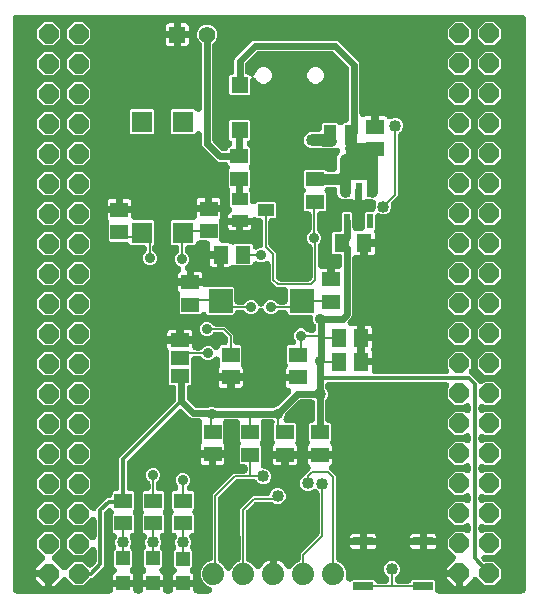
<source format=gbr>
G04 EAGLE Gerber RS-274X export*
G75*
%MOMM*%
%FSLAX34Y34*%
%LPD*%
%INBottom Copper*%
%IPPOS*%
%AMOC8*
5,1,8,0,0,1.08239X$1,22.5*%
G01*
%ADD10R,1.300000X1.500000*%
%ADD11R,1.500000X1.300000*%
%ADD12C,1.879600*%
%ADD13R,2.032000X2.032000*%
%ADD14R,0.550000X1.200000*%
%ADD15R,1.409600X1.409600*%
%ADD16C,1.409600*%
%ADD17R,1.400000X1.400000*%
%ADD18P,1.759533X8X292.500000*%
%ADD19R,1.400000X1.000000*%
%ADD20R,1.020000X1.780000*%
%ADD21R,1.778000X1.778000*%
%ADD22R,1.600200X1.168400*%
%ADD23R,1.200000X1.200000*%
%ADD24R,1.651000X0.762000*%
%ADD25C,0.254000*%
%ADD26C,1.016000*%
%ADD27C,0.889000*%
%ADD28C,0.558800*%
%ADD29C,0.152400*%
%ADD30C,0.355600*%
%ADD31C,0.203200*%
%ADD32C,0.965200*%

G36*
X85008Y2293D02*
X85008Y2293D01*
X85084Y2291D01*
X85253Y2313D01*
X85424Y2327D01*
X85498Y2345D01*
X85573Y2355D01*
X85737Y2404D01*
X85903Y2445D01*
X85972Y2475D01*
X86046Y2497D01*
X86199Y2573D01*
X86356Y2640D01*
X86420Y2681D01*
X86489Y2714D01*
X86628Y2813D01*
X86772Y2905D01*
X86829Y2956D01*
X86891Y3000D01*
X87012Y3120D01*
X87140Y3234D01*
X87188Y3293D01*
X87242Y3347D01*
X87343Y3485D01*
X87450Y3618D01*
X87487Y3684D01*
X87532Y3745D01*
X87609Y3898D01*
X87694Y4046D01*
X87720Y4118D01*
X87755Y4186D01*
X87806Y4349D01*
X87865Y4509D01*
X87880Y4584D01*
X87903Y4656D01*
X87915Y4761D01*
X87960Y4993D01*
X87967Y5229D01*
X87979Y5334D01*
X87979Y7916D01*
X96520Y7916D01*
X105061Y7916D01*
X105061Y5334D01*
X105067Y5258D01*
X105065Y5182D01*
X105087Y5013D01*
X105101Y4842D01*
X105119Y4768D01*
X105129Y4693D01*
X105178Y4529D01*
X105219Y4363D01*
X105249Y4294D01*
X105271Y4220D01*
X105347Y4067D01*
X105414Y3910D01*
X105455Y3846D01*
X105488Y3777D01*
X105587Y3638D01*
X105679Y3494D01*
X105730Y3437D01*
X105774Y3375D01*
X105894Y3254D01*
X106008Y3126D01*
X106067Y3078D01*
X106121Y3024D01*
X106259Y2923D01*
X106392Y2816D01*
X106458Y2779D01*
X106519Y2734D01*
X106672Y2657D01*
X106820Y2572D01*
X106892Y2546D01*
X106960Y2511D01*
X107123Y2460D01*
X107283Y2401D01*
X107358Y2386D01*
X107430Y2363D01*
X107535Y2351D01*
X107767Y2306D01*
X108003Y2299D01*
X108108Y2287D01*
X110078Y2287D01*
X110154Y2293D01*
X110230Y2291D01*
X110399Y2313D01*
X110570Y2327D01*
X110644Y2345D01*
X110719Y2355D01*
X110883Y2404D01*
X111049Y2445D01*
X111118Y2475D01*
X111192Y2497D01*
X111345Y2573D01*
X111502Y2640D01*
X111566Y2681D01*
X111635Y2714D01*
X111774Y2813D01*
X111918Y2905D01*
X111975Y2956D01*
X112037Y3000D01*
X112158Y3120D01*
X112286Y3234D01*
X112334Y3293D01*
X112388Y3347D01*
X112489Y3485D01*
X112596Y3618D01*
X112633Y3684D01*
X112678Y3745D01*
X112755Y3898D01*
X112840Y4046D01*
X112866Y4118D01*
X112901Y4186D01*
X112952Y4349D01*
X113011Y4509D01*
X113026Y4584D01*
X113049Y4656D01*
X113061Y4761D01*
X113106Y4993D01*
X113113Y5229D01*
X113125Y5334D01*
X113125Y7916D01*
X121666Y7916D01*
X130207Y7916D01*
X130207Y5334D01*
X130213Y5258D01*
X130211Y5182D01*
X130233Y5013D01*
X130247Y4842D01*
X130265Y4768D01*
X130275Y4693D01*
X130324Y4529D01*
X130365Y4363D01*
X130395Y4294D01*
X130417Y4220D01*
X130493Y4067D01*
X130560Y3910D01*
X130601Y3846D01*
X130634Y3777D01*
X130733Y3638D01*
X130825Y3494D01*
X130876Y3437D01*
X130920Y3375D01*
X131040Y3254D01*
X131154Y3126D01*
X131213Y3078D01*
X131267Y3024D01*
X131405Y2923D01*
X131538Y2816D01*
X131604Y2779D01*
X131665Y2734D01*
X131818Y2657D01*
X131966Y2572D01*
X132038Y2546D01*
X132106Y2511D01*
X132269Y2460D01*
X132429Y2401D01*
X132504Y2386D01*
X132576Y2363D01*
X132681Y2351D01*
X132913Y2306D01*
X133149Y2299D01*
X133254Y2287D01*
X135732Y2287D01*
X135808Y2293D01*
X135884Y2291D01*
X136053Y2313D01*
X136224Y2327D01*
X136298Y2345D01*
X136373Y2355D01*
X136537Y2404D01*
X136703Y2445D01*
X136772Y2475D01*
X136846Y2497D01*
X136999Y2573D01*
X137156Y2640D01*
X137220Y2681D01*
X137289Y2714D01*
X137428Y2813D01*
X137572Y2905D01*
X137629Y2956D01*
X137691Y3000D01*
X137812Y3120D01*
X137940Y3234D01*
X137988Y3293D01*
X138042Y3347D01*
X138143Y3485D01*
X138250Y3618D01*
X138287Y3684D01*
X138332Y3745D01*
X138409Y3898D01*
X138494Y4046D01*
X138520Y4118D01*
X138555Y4186D01*
X138606Y4349D01*
X138665Y4509D01*
X138680Y4584D01*
X138703Y4656D01*
X138715Y4761D01*
X138760Y4993D01*
X138767Y5229D01*
X138779Y5334D01*
X138779Y7789D01*
X147320Y7789D01*
X155861Y7789D01*
X155861Y5334D01*
X155867Y5258D01*
X155865Y5182D01*
X155887Y5013D01*
X155901Y4842D01*
X155919Y4768D01*
X155929Y4693D01*
X155978Y4529D01*
X156019Y4363D01*
X156049Y4294D01*
X156071Y4220D01*
X156147Y4067D01*
X156214Y3910D01*
X156255Y3846D01*
X156288Y3777D01*
X156387Y3638D01*
X156479Y3494D01*
X156530Y3437D01*
X156574Y3375D01*
X156694Y3254D01*
X156808Y3126D01*
X156867Y3078D01*
X156921Y3024D01*
X157059Y2923D01*
X157192Y2816D01*
X157258Y2779D01*
X157319Y2734D01*
X157472Y2657D01*
X157620Y2572D01*
X157692Y2546D01*
X157760Y2511D01*
X157923Y2460D01*
X158083Y2401D01*
X158158Y2386D01*
X158230Y2363D01*
X158335Y2351D01*
X158567Y2306D01*
X158803Y2299D01*
X158908Y2287D01*
X168906Y2287D01*
X169048Y2298D01*
X169190Y2300D01*
X169293Y2318D01*
X169398Y2327D01*
X169536Y2361D01*
X169676Y2386D01*
X169775Y2420D01*
X169876Y2445D01*
X170007Y2502D01*
X170142Y2549D01*
X170234Y2599D01*
X170330Y2640D01*
X170450Y2716D01*
X170575Y2785D01*
X170658Y2849D01*
X170746Y2905D01*
X170852Y3000D01*
X170965Y3087D01*
X171036Y3164D01*
X171114Y3234D01*
X171203Y3345D01*
X171300Y3449D01*
X171358Y3536D01*
X171424Y3618D01*
X171494Y3741D01*
X171573Y3860D01*
X171616Y3956D01*
X171668Y4046D01*
X171717Y4180D01*
X171776Y4310D01*
X171803Y4411D01*
X171839Y4509D01*
X171867Y4649D01*
X171904Y4786D01*
X171914Y4890D01*
X171934Y4993D01*
X171938Y5135D01*
X171953Y5277D01*
X171946Y5382D01*
X171949Y5486D01*
X171931Y5627D01*
X171922Y5770D01*
X171899Y5871D01*
X171885Y5975D01*
X171844Y6112D01*
X171812Y6251D01*
X171773Y6347D01*
X171742Y6447D01*
X171680Y6576D01*
X171626Y6708D01*
X171572Y6797D01*
X171526Y6891D01*
X171443Y7007D01*
X171369Y7128D01*
X171301Y7208D01*
X171240Y7293D01*
X171140Y7394D01*
X171047Y7502D01*
X170967Y7570D01*
X170893Y7644D01*
X170778Y7728D01*
X170669Y7819D01*
X170600Y7857D01*
X170495Y7934D01*
X170107Y8130D01*
X170072Y8149D01*
X166724Y9536D01*
X163651Y12609D01*
X161988Y16623D01*
X161988Y20969D01*
X163651Y24983D01*
X166724Y28056D01*
X170457Y29602D01*
X170651Y29702D01*
X170848Y29798D01*
X170871Y29814D01*
X170896Y29827D01*
X171072Y29957D01*
X171250Y30083D01*
X171270Y30103D01*
X171293Y30120D01*
X171446Y30277D01*
X171601Y30430D01*
X171618Y30453D01*
X171638Y30473D01*
X171763Y30653D01*
X171891Y30829D01*
X171904Y30854D01*
X171921Y30878D01*
X172016Y31075D01*
X172114Y31269D01*
X172122Y31296D01*
X172135Y31322D01*
X172196Y31531D01*
X172262Y31740D01*
X172265Y31763D01*
X172274Y31795D01*
X172335Y32285D01*
X172332Y32365D01*
X172338Y32418D01*
X172338Y86164D01*
X189934Y103760D01*
X198755Y103760D01*
X198831Y103766D01*
X198907Y103764D01*
X199076Y103786D01*
X199247Y103800D01*
X199321Y103818D01*
X199396Y103828D01*
X199560Y103877D01*
X199726Y103918D01*
X199795Y103948D01*
X199869Y103970D01*
X200022Y104046D01*
X200179Y104113D01*
X200243Y104154D01*
X200312Y104187D01*
X200451Y104286D01*
X200595Y104378D01*
X200652Y104429D01*
X200714Y104473D01*
X200835Y104593D01*
X200963Y104707D01*
X201011Y104766D01*
X201065Y104820D01*
X201166Y104958D01*
X201273Y105091D01*
X201310Y105157D01*
X201355Y105218D01*
X201432Y105371D01*
X201517Y105519D01*
X201543Y105591D01*
X201578Y105659D01*
X201629Y105822D01*
X201688Y105982D01*
X201703Y106057D01*
X201726Y106129D01*
X201738Y106234D01*
X201783Y106466D01*
X201790Y106702D01*
X201802Y106807D01*
X201802Y108841D01*
X201796Y108917D01*
X201798Y108993D01*
X201776Y109162D01*
X201762Y109333D01*
X201744Y109407D01*
X201734Y109482D01*
X201685Y109646D01*
X201644Y109812D01*
X201614Y109881D01*
X201592Y109955D01*
X201517Y110108D01*
X201449Y110265D01*
X201408Y110329D01*
X201375Y110398D01*
X201276Y110537D01*
X201184Y110681D01*
X201133Y110738D01*
X201089Y110800D01*
X200969Y110921D01*
X200855Y111049D01*
X200796Y111097D01*
X200742Y111151D01*
X200604Y111252D01*
X200471Y111359D01*
X200405Y111396D01*
X200344Y111441D01*
X200191Y111518D01*
X200043Y111603D01*
X199971Y111629D01*
X199903Y111664D01*
X199740Y111715D01*
X199580Y111774D01*
X199505Y111789D01*
X199433Y111812D01*
X199328Y111824D01*
X199096Y111869D01*
X198860Y111876D01*
X198755Y111888D01*
X195957Y111888D01*
X195064Y112781D01*
X195064Y127045D01*
X195278Y127258D01*
X195327Y127316D01*
X195383Y127368D01*
X195487Y127504D01*
X195597Y127634D01*
X195637Y127699D01*
X195683Y127760D01*
X195764Y127910D01*
X195852Y128057D01*
X195880Y128128D01*
X195916Y128195D01*
X195972Y128356D01*
X196035Y128515D01*
X196052Y128589D01*
X196076Y128661D01*
X196105Y128830D01*
X196142Y128996D01*
X196146Y129073D01*
X196159Y129148D01*
X196160Y129318D01*
X196170Y129489D01*
X196161Y129565D01*
X196162Y129641D01*
X196135Y129810D01*
X196117Y129980D01*
X196097Y130053D01*
X196085Y130128D01*
X196032Y130291D01*
X195987Y130455D01*
X195955Y130524D01*
X195931Y130597D01*
X195852Y130749D01*
X195781Y130904D01*
X195738Y130967D01*
X195703Y131035D01*
X195638Y131117D01*
X195506Y131313D01*
X195344Y131485D01*
X195278Y131568D01*
X195064Y131781D01*
X195064Y147169D01*
X195065Y147186D01*
X195077Y147392D01*
X195072Y147432D01*
X195074Y147472D01*
X195047Y147677D01*
X195025Y147883D01*
X195015Y147922D01*
X195009Y147961D01*
X194949Y148159D01*
X194895Y148359D01*
X194878Y148395D01*
X194867Y148434D01*
X194776Y148620D01*
X194690Y148808D01*
X194667Y148841D01*
X194650Y148877D01*
X194530Y149045D01*
X194415Y149217D01*
X194388Y149246D01*
X194364Y149279D01*
X194219Y149426D01*
X194077Y149577D01*
X194046Y149602D01*
X194018Y149630D01*
X193851Y149751D01*
X193686Y149878D01*
X193651Y149897D01*
X193619Y149920D01*
X193435Y150013D01*
X193252Y150112D01*
X193214Y150125D01*
X193179Y150143D01*
X192981Y150205D01*
X192785Y150272D01*
X192746Y150279D01*
X192708Y150291D01*
X192614Y150302D01*
X192299Y150355D01*
X192124Y150357D01*
X192030Y150367D01*
X184220Y150367D01*
X184144Y150361D01*
X184068Y150363D01*
X183899Y150341D01*
X183728Y150327D01*
X183654Y150309D01*
X183579Y150299D01*
X183415Y150250D01*
X183249Y150209D01*
X183180Y150179D01*
X183106Y150157D01*
X182953Y150081D01*
X182796Y150014D01*
X182732Y149973D01*
X182663Y149940D01*
X182524Y149841D01*
X182380Y149749D01*
X182323Y149698D01*
X182261Y149654D01*
X182140Y149534D01*
X182012Y149420D01*
X181964Y149361D01*
X181910Y149307D01*
X181809Y149169D01*
X181702Y149036D01*
X181665Y148970D01*
X181620Y148909D01*
X181543Y148756D01*
X181458Y148608D01*
X181432Y148536D01*
X181397Y148468D01*
X181346Y148305D01*
X181287Y148145D01*
X181272Y148070D01*
X181249Y147998D01*
X181237Y147893D01*
X181192Y147661D01*
X181185Y147425D01*
X181173Y147320D01*
X181173Y131984D01*
X181103Y131869D01*
X181075Y131798D01*
X181039Y131731D01*
X180984Y131569D01*
X180920Y131411D01*
X180904Y131336D01*
X180879Y131264D01*
X180850Y131096D01*
X180814Y130929D01*
X180809Y130853D01*
X180796Y130778D01*
X180795Y130607D01*
X180786Y130436D01*
X180794Y130360D01*
X180793Y130284D01*
X180820Y130116D01*
X180838Y129946D01*
X180858Y129872D01*
X180870Y129797D01*
X180924Y129634D01*
X180969Y129470D01*
X181000Y129401D01*
X181024Y129328D01*
X181103Y129177D01*
X181174Y129022D01*
X181217Y128958D01*
X181252Y128891D01*
X181318Y128809D01*
X181450Y128612D01*
X181612Y128440D01*
X181678Y128358D01*
X181681Y128354D01*
X182016Y127775D01*
X182189Y127129D01*
X182189Y123543D01*
X172350Y123543D01*
X172274Y123537D01*
X172198Y123539D01*
X172121Y123529D01*
X172051Y123531D01*
X171946Y123543D01*
X162107Y123543D01*
X162107Y127129D01*
X162280Y127775D01*
X162615Y128354D01*
X162618Y128358D01*
X162668Y128416D01*
X162723Y128468D01*
X162827Y128603D01*
X162938Y128733D01*
X162977Y128799D01*
X163024Y128859D01*
X163104Y129010D01*
X163193Y129156D01*
X163221Y129227D01*
X163257Y129294D01*
X163312Y129456D01*
X163376Y129614D01*
X163392Y129689D01*
X163417Y129761D01*
X163446Y129929D01*
X163482Y130096D01*
X163487Y130172D01*
X163500Y130247D01*
X163501Y130418D01*
X163510Y130588D01*
X163502Y130664D01*
X163503Y130741D01*
X163476Y130909D01*
X163458Y131079D01*
X163438Y131152D01*
X163426Y131228D01*
X163373Y131390D01*
X163327Y131555D01*
X163295Y131624D01*
X163272Y131696D01*
X163193Y131848D01*
X163123Y131999D01*
X163123Y146918D01*
X163128Y146930D01*
X163136Y146967D01*
X163150Y147003D01*
X163190Y147208D01*
X163235Y147411D01*
X163237Y147449D01*
X163244Y147487D01*
X163251Y147695D01*
X163263Y147904D01*
X163259Y147942D01*
X163260Y147980D01*
X163232Y148187D01*
X163210Y148394D01*
X163200Y148431D01*
X163195Y148469D01*
X163135Y148669D01*
X163080Y148870D01*
X163064Y148905D01*
X163053Y148942D01*
X162961Y149129D01*
X162874Y149318D01*
X162853Y149350D01*
X162836Y149385D01*
X162715Y149555D01*
X162599Y149728D01*
X162573Y149756D01*
X162550Y149787D01*
X162404Y149935D01*
X162261Y150087D01*
X162231Y150111D01*
X162204Y150138D01*
X162035Y150261D01*
X161870Y150388D01*
X161836Y150406D01*
X161805Y150428D01*
X161618Y150523D01*
X161435Y150621D01*
X161399Y150633D01*
X161365Y150651D01*
X161165Y150713D01*
X160968Y150781D01*
X160931Y150787D01*
X160894Y150799D01*
X160801Y150809D01*
X160482Y150864D01*
X160310Y150865D01*
X160216Y150875D01*
X154843Y150875D01*
X153256Y151533D01*
X147232Y157556D01*
X147174Y157605D01*
X147122Y157661D01*
X146987Y157765D01*
X146856Y157876D01*
X146791Y157915D01*
X146731Y157961D01*
X146580Y158042D01*
X146434Y158130D01*
X146363Y158158D01*
X146296Y158194D01*
X146134Y158250D01*
X145976Y158313D01*
X145901Y158330D01*
X145829Y158354D01*
X145661Y158383D01*
X145494Y158420D01*
X145418Y158424D01*
X145343Y158437D01*
X145172Y158438D01*
X145002Y158448D01*
X144926Y158440D01*
X144850Y158440D01*
X144681Y158414D01*
X144511Y158395D01*
X144438Y158375D01*
X144362Y158363D01*
X144200Y158310D01*
X144035Y158265D01*
X143966Y158233D01*
X143894Y158209D01*
X143742Y158130D01*
X143587Y158059D01*
X143524Y158017D01*
X143456Y157981D01*
X143374Y157916D01*
X143178Y157784D01*
X143005Y157622D01*
X142923Y157556D01*
X100714Y115347D01*
X100640Y115261D01*
X100559Y115180D01*
X100481Y115073D01*
X100395Y114972D01*
X100336Y114874D01*
X100269Y114781D01*
X100209Y114663D01*
X100140Y114549D01*
X100098Y114443D01*
X100046Y114341D01*
X100006Y114214D01*
X99957Y114091D01*
X99932Y113980D01*
X99898Y113870D01*
X99888Y113777D01*
X99850Y113609D01*
X99832Y113285D01*
X99822Y113193D01*
X99822Y91754D01*
X99828Y91678D01*
X99826Y91602D01*
X99848Y91433D01*
X99862Y91262D01*
X99880Y91188D01*
X99890Y91113D01*
X99939Y90949D01*
X99980Y90783D01*
X100010Y90714D01*
X100032Y90640D01*
X100108Y90487D01*
X100175Y90330D01*
X100216Y90266D01*
X100249Y90197D01*
X100348Y90058D01*
X100440Y89914D01*
X100491Y89857D01*
X100535Y89795D01*
X100655Y89674D01*
X100769Y89546D01*
X100828Y89498D01*
X100882Y89444D01*
X101020Y89343D01*
X101153Y89236D01*
X101219Y89199D01*
X101280Y89154D01*
X101433Y89077D01*
X101581Y88992D01*
X101653Y88966D01*
X101721Y88931D01*
X101884Y88880D01*
X102044Y88821D01*
X102119Y88806D01*
X102191Y88783D01*
X102296Y88771D01*
X102528Y88726D01*
X102764Y88719D01*
X102869Y88707D01*
X104651Y88707D01*
X105544Y87814D01*
X105544Y73550D01*
X105330Y73337D01*
X105281Y73279D01*
X105225Y73226D01*
X105121Y73091D01*
X105011Y72961D01*
X104971Y72895D01*
X104925Y72835D01*
X104844Y72685D01*
X104756Y72538D01*
X104728Y72467D01*
X104692Y72400D01*
X104636Y72239D01*
X104573Y72080D01*
X104556Y72006D01*
X104532Y71934D01*
X104503Y71765D01*
X104466Y71598D01*
X104462Y71522D01*
X104449Y71447D01*
X104448Y71276D01*
X104438Y71106D01*
X104447Y71030D01*
X104446Y70954D01*
X104473Y70785D01*
X104491Y70615D01*
X104511Y70542D01*
X104523Y70467D01*
X104576Y70304D01*
X104621Y70140D01*
X104653Y70070D01*
X104677Y69998D01*
X104756Y69847D01*
X104827Y69691D01*
X104870Y69628D01*
X104905Y69560D01*
X104970Y69478D01*
X105102Y69282D01*
X105264Y69109D01*
X105330Y69027D01*
X105544Y68814D01*
X105544Y54550D01*
X104631Y53638D01*
X104581Y53636D01*
X104516Y53623D01*
X104450Y53617D01*
X104275Y53574D01*
X104098Y53538D01*
X104036Y53515D01*
X103971Y53499D01*
X103805Y53427D01*
X103636Y53364D01*
X103579Y53330D01*
X103518Y53304D01*
X103366Y53207D01*
X103209Y53117D01*
X103158Y53075D01*
X103102Y53039D01*
X102967Y52919D01*
X102827Y52804D01*
X102783Y52755D01*
X102734Y52710D01*
X102620Y52570D01*
X102501Y52435D01*
X102466Y52378D01*
X102424Y52326D01*
X102335Y52170D01*
X102239Y52017D01*
X102213Y51955D01*
X102180Y51898D01*
X102117Y51728D01*
X102047Y51562D01*
X102031Y51498D01*
X102008Y51435D01*
X101974Y51258D01*
X101931Y51083D01*
X101926Y51016D01*
X101914Y50951D01*
X101908Y50771D01*
X101895Y50591D01*
X101900Y50524D01*
X101898Y50458D01*
X101922Y50279D01*
X101938Y50099D01*
X101952Y50049D01*
X101963Y49969D01*
X102105Y49497D01*
X102120Y49466D01*
X102126Y49444D01*
X103125Y47034D01*
X103125Y44406D01*
X102471Y42828D01*
X102404Y42621D01*
X102333Y42414D01*
X102329Y42386D01*
X102320Y42359D01*
X102287Y42143D01*
X102251Y41928D01*
X102251Y41899D01*
X102246Y41871D01*
X102249Y41653D01*
X102248Y41434D01*
X102252Y41406D01*
X102253Y41378D01*
X102290Y41163D01*
X102324Y40947D01*
X102333Y40920D01*
X102338Y40892D01*
X102410Y40686D01*
X102479Y40478D01*
X102492Y40453D01*
X102501Y40426D01*
X102605Y40235D01*
X102706Y40041D01*
X102721Y40022D01*
X102737Y39993D01*
X103040Y39604D01*
X103099Y39549D01*
X103132Y39508D01*
X104045Y38595D01*
X104045Y25331D01*
X102849Y24136D01*
X102702Y23963D01*
X102552Y23791D01*
X102542Y23775D01*
X102530Y23760D01*
X102412Y23564D01*
X102292Y23371D01*
X102285Y23354D01*
X102275Y23338D01*
X102190Y23125D01*
X102104Y22915D01*
X102099Y22897D01*
X102092Y22879D01*
X102043Y22656D01*
X101991Y22435D01*
X101990Y22416D01*
X101985Y22398D01*
X101973Y22169D01*
X101957Y21943D01*
X101959Y21924D01*
X101958Y21905D01*
X101982Y21679D01*
X102003Y21452D01*
X102008Y21433D01*
X102010Y21415D01*
X102070Y21196D01*
X102128Y20974D01*
X102136Y20957D01*
X102141Y20939D01*
X102236Y20732D01*
X102328Y20524D01*
X102338Y20508D01*
X102346Y20491D01*
X102473Y20302D01*
X102598Y20111D01*
X102611Y20097D01*
X102622Y20081D01*
X102777Y19916D01*
X102932Y19747D01*
X102944Y19738D01*
X102960Y19722D01*
X103351Y19421D01*
X103432Y19378D01*
X103480Y19342D01*
X104080Y18996D01*
X104553Y18523D01*
X104888Y17944D01*
X105061Y17298D01*
X105061Y14010D01*
X96520Y14010D01*
X87979Y14010D01*
X87979Y17298D01*
X88152Y17944D01*
X88487Y18523D01*
X88960Y18996D01*
X89560Y19342D01*
X89747Y19472D01*
X89936Y19599D01*
X89950Y19612D01*
X89965Y19623D01*
X90130Y19782D01*
X90296Y19937D01*
X90307Y19952D01*
X90321Y19965D01*
X90458Y20148D01*
X90596Y20328D01*
X90605Y20345D01*
X90616Y20360D01*
X90721Y20562D01*
X90829Y20763D01*
X90835Y20781D01*
X90844Y20798D01*
X90915Y21013D01*
X90989Y21230D01*
X90992Y21248D01*
X90998Y21266D01*
X91033Y21490D01*
X91072Y21716D01*
X91072Y21735D01*
X91075Y21754D01*
X91073Y21979D01*
X91075Y22209D01*
X91072Y22228D01*
X91072Y22247D01*
X91034Y22471D01*
X90998Y22697D01*
X90992Y22715D01*
X90989Y22733D01*
X90915Y22949D01*
X90844Y23165D01*
X90835Y23182D01*
X90829Y23200D01*
X90721Y23401D01*
X90616Y23603D01*
X90606Y23615D01*
X90596Y23635D01*
X90295Y24026D01*
X90228Y24090D01*
X90191Y24136D01*
X88995Y25331D01*
X88995Y38595D01*
X89908Y39508D01*
X90050Y39674D01*
X90194Y39838D01*
X90209Y39862D01*
X90228Y39883D01*
X90340Y40071D01*
X90457Y40256D01*
X90468Y40282D01*
X90482Y40306D01*
X90563Y40509D01*
X90648Y40710D01*
X90655Y40738D01*
X90665Y40764D01*
X90713Y40978D01*
X90764Y41190D01*
X90766Y41218D01*
X90772Y41246D01*
X90784Y41465D01*
X90801Y41682D01*
X90798Y41710D01*
X90800Y41738D01*
X90777Y41956D01*
X90758Y42173D01*
X90751Y42196D01*
X90748Y42229D01*
X90617Y42705D01*
X90583Y42778D01*
X90569Y42828D01*
X89915Y44406D01*
X89915Y47034D01*
X90914Y49444D01*
X90969Y49616D01*
X91032Y49785D01*
X91044Y49850D01*
X91065Y49913D01*
X91092Y50092D01*
X91126Y50269D01*
X91128Y50335D01*
X91138Y50401D01*
X91136Y50582D01*
X91142Y50762D01*
X91133Y50828D01*
X91132Y50895D01*
X91101Y51072D01*
X91077Y51251D01*
X91058Y51315D01*
X91047Y51380D01*
X90987Y51550D01*
X90935Y51724D01*
X90906Y51783D01*
X90884Y51846D01*
X90797Y52005D01*
X90718Y52167D01*
X90680Y52221D01*
X90648Y52279D01*
X90537Y52422D01*
X90432Y52569D01*
X90386Y52616D01*
X90345Y52669D01*
X90212Y52792D01*
X90086Y52920D01*
X90032Y52959D01*
X89983Y53004D01*
X89833Y53104D01*
X89687Y53210D01*
X89628Y53240D01*
X89572Y53277D01*
X89408Y53351D01*
X89247Y53433D01*
X89183Y53453D01*
X89122Y53480D01*
X88948Y53527D01*
X88776Y53581D01*
X88723Y53587D01*
X88646Y53608D01*
X88414Y53631D01*
X87494Y54550D01*
X87494Y68814D01*
X87708Y69027D01*
X87757Y69085D01*
X87813Y69137D01*
X87917Y69273D01*
X88027Y69403D01*
X88067Y69468D01*
X88113Y69529D01*
X88194Y69679D01*
X88282Y69826D01*
X88310Y69896D01*
X88346Y69964D01*
X88402Y70125D01*
X88465Y70284D01*
X88482Y70358D01*
X88506Y70430D01*
X88535Y70599D01*
X88572Y70765D01*
X88576Y70842D01*
X88589Y70917D01*
X88590Y71087D01*
X88600Y71258D01*
X88591Y71334D01*
X88592Y71410D01*
X88565Y71579D01*
X88547Y71749D01*
X88527Y71822D01*
X88515Y71897D01*
X88462Y72060D01*
X88417Y72224D01*
X88385Y72294D01*
X88361Y72366D01*
X88282Y72517D01*
X88211Y72673D01*
X88168Y72736D01*
X88133Y72803D01*
X88068Y72886D01*
X87936Y73082D01*
X87774Y73254D01*
X87708Y73337D01*
X87299Y73746D01*
X87240Y73796D01*
X87188Y73851D01*
X87053Y73955D01*
X86923Y74066D01*
X86857Y74105D01*
X86797Y74151D01*
X86646Y74232D01*
X86500Y74320D01*
X86429Y74349D01*
X86362Y74385D01*
X86200Y74440D01*
X86042Y74503D01*
X85968Y74520D01*
X85895Y74545D01*
X85727Y74573D01*
X85560Y74610D01*
X85484Y74614D01*
X85409Y74627D01*
X85238Y74628D01*
X85068Y74638D01*
X84992Y74630D01*
X84916Y74630D01*
X84747Y74604D01*
X84577Y74586D01*
X84504Y74565D01*
X84428Y74554D01*
X84266Y74500D01*
X84101Y74455D01*
X84032Y74423D01*
X83960Y74399D01*
X83808Y74320D01*
X83653Y74249D01*
X83590Y74207D01*
X83522Y74171D01*
X83440Y74106D01*
X83244Y73974D01*
X83071Y73812D01*
X82989Y73746D01*
X81411Y72168D01*
X81337Y72081D01*
X81256Y72001D01*
X81178Y71894D01*
X81092Y71793D01*
X81033Y71695D01*
X80966Y71602D01*
X80906Y71484D01*
X80837Y71370D01*
X80795Y71264D01*
X80743Y71162D01*
X80703Y71035D01*
X80654Y70912D01*
X80629Y70800D01*
X80595Y70691D01*
X80585Y70598D01*
X80547Y70430D01*
X80529Y70106D01*
X80519Y70014D01*
X80519Y26267D01*
X80016Y25053D01*
X71277Y16314D01*
X69995Y15783D01*
X69989Y15782D01*
X69857Y15771D01*
X69746Y15744D01*
X69633Y15726D01*
X69507Y15685D01*
X69378Y15653D01*
X69273Y15608D01*
X69165Y15572D01*
X69047Y15510D01*
X68925Y15458D01*
X68828Y15397D01*
X68727Y15344D01*
X68653Y15285D01*
X68508Y15193D01*
X68266Y14977D01*
X68194Y14919D01*
X62736Y9461D01*
X54740Y9461D01*
X48911Y15290D01*
X48853Y15339D01*
X48801Y15395D01*
X48666Y15499D01*
X48535Y15609D01*
X48470Y15649D01*
X48410Y15695D01*
X48259Y15776D01*
X48113Y15864D01*
X48042Y15892D01*
X47975Y15928D01*
X47813Y15984D01*
X47655Y16047D01*
X47580Y16063D01*
X47508Y16088D01*
X47340Y16117D01*
X47173Y16154D01*
X47097Y16158D01*
X47022Y16171D01*
X46851Y16172D01*
X46680Y16181D01*
X46605Y16173D01*
X46528Y16174D01*
X46359Y16147D01*
X46190Y16129D01*
X46116Y16109D01*
X46041Y16097D01*
X45879Y16044D01*
X45714Y15999D01*
X45645Y15967D01*
X45572Y15943D01*
X45421Y15864D01*
X45266Y15793D01*
X45202Y15750D01*
X45135Y15715D01*
X45053Y15650D01*
X44856Y15517D01*
X44684Y15356D01*
X44602Y15290D01*
X37757Y8445D01*
X36385Y8445D01*
X36385Y19114D01*
X36379Y19190D01*
X36382Y19266D01*
X36359Y19435D01*
X36345Y19605D01*
X36327Y19679D01*
X36317Y19755D01*
X36268Y19919D01*
X36227Y20084D01*
X36197Y20154D01*
X36175Y20227D01*
X36100Y20381D01*
X36032Y20538D01*
X35991Y20602D01*
X35958Y20670D01*
X35859Y20810D01*
X35767Y20954D01*
X35716Y21010D01*
X35672Y21073D01*
X35552Y21194D01*
X35438Y21322D01*
X35379Y21370D01*
X35331Y21418D01*
X35325Y21424D01*
X35187Y21525D01*
X35054Y21632D01*
X34988Y21670D01*
X34926Y21714D01*
X34774Y21791D01*
X34625Y21876D01*
X34554Y21902D01*
X34486Y21937D01*
X34323Y21988D01*
X34163Y22048D01*
X34088Y22062D01*
X34015Y22085D01*
X33911Y22097D01*
X33679Y22142D01*
X33443Y22150D01*
X33338Y22161D01*
X22669Y22161D01*
X22669Y23533D01*
X29514Y30378D01*
X29563Y30436D01*
X29619Y30488D01*
X29723Y30623D01*
X29833Y30754D01*
X29873Y30819D01*
X29919Y30879D01*
X30000Y31030D01*
X30088Y31176D01*
X30116Y31247D01*
X30152Y31314D01*
X30208Y31476D01*
X30271Y31634D01*
X30287Y31709D01*
X30312Y31781D01*
X30341Y31949D01*
X30378Y32116D01*
X30382Y32192D01*
X30395Y32267D01*
X30396Y32438D01*
X30405Y32608D01*
X30397Y32684D01*
X30398Y32760D01*
X30371Y32929D01*
X30353Y33099D01*
X30333Y33172D01*
X30321Y33248D01*
X30268Y33410D01*
X30223Y33575D01*
X30191Y33644D01*
X30167Y33716D01*
X30088Y33868D01*
X30017Y34023D01*
X29974Y34086D01*
X29939Y34154D01*
X29874Y34236D01*
X29741Y34432D01*
X29580Y34605D01*
X29514Y34687D01*
X23685Y40516D01*
X23685Y48512D01*
X29340Y54167D01*
X37336Y54167D01*
X42991Y48512D01*
X42991Y40516D01*
X37162Y34687D01*
X37113Y34629D01*
X37057Y34577D01*
X36953Y34442D01*
X36843Y34311D01*
X36803Y34246D01*
X36757Y34186D01*
X36676Y34035D01*
X36588Y33889D01*
X36560Y33818D01*
X36524Y33751D01*
X36468Y33589D01*
X36405Y33431D01*
X36389Y33356D01*
X36364Y33284D01*
X36335Y33116D01*
X36298Y32949D01*
X36294Y32873D01*
X36281Y32798D01*
X36280Y32627D01*
X36271Y32456D01*
X36279Y32381D01*
X36278Y32304D01*
X36305Y32135D01*
X36323Y31966D01*
X36343Y31892D01*
X36355Y31817D01*
X36408Y31655D01*
X36453Y31490D01*
X36485Y31421D01*
X36509Y31348D01*
X36588Y31197D01*
X36659Y31042D01*
X36702Y30978D01*
X36737Y30911D01*
X36802Y30829D01*
X36935Y30632D01*
X37097Y30460D01*
X37162Y30378D01*
X44602Y22938D01*
X44660Y22889D01*
X44712Y22833D01*
X44847Y22729D01*
X44978Y22619D01*
X45043Y22579D01*
X45103Y22533D01*
X45254Y22452D01*
X45400Y22364D01*
X45471Y22336D01*
X45538Y22300D01*
X45700Y22244D01*
X45858Y22181D01*
X45932Y22165D01*
X46005Y22140D01*
X46173Y22111D01*
X46340Y22074D01*
X46416Y22070D01*
X46491Y22057D01*
X46662Y22056D01*
X46832Y22047D01*
X46908Y22055D01*
X46984Y22054D01*
X47153Y22081D01*
X47323Y22099D01*
X47396Y22119D01*
X47472Y22131D01*
X47634Y22184D01*
X47799Y22229D01*
X47868Y22261D01*
X47940Y22285D01*
X48092Y22364D01*
X48247Y22435D01*
X48310Y22478D01*
X48378Y22513D01*
X48460Y22579D01*
X48656Y22711D01*
X48829Y22872D01*
X48911Y22938D01*
X54740Y28767D01*
X62736Y28767D01*
X66407Y25096D01*
X66465Y25046D01*
X66518Y24991D01*
X66653Y24887D01*
X66783Y24776D01*
X66849Y24737D01*
X66909Y24690D01*
X67060Y24610D01*
X67206Y24522D01*
X67277Y24493D01*
X67344Y24457D01*
X67505Y24402D01*
X67664Y24338D01*
X67738Y24322D01*
X67810Y24297D01*
X67979Y24269D01*
X68146Y24232D01*
X68222Y24227D01*
X68297Y24215D01*
X68468Y24214D01*
X68638Y24204D01*
X68714Y24212D01*
X68790Y24212D01*
X68959Y24238D01*
X69129Y24256D01*
X69202Y24276D01*
X69277Y24288D01*
X69440Y24342D01*
X69604Y24387D01*
X69674Y24419D01*
X69746Y24442D01*
X69897Y24521D01*
X70053Y24593D01*
X70116Y24635D01*
X70184Y24670D01*
X70266Y24736D01*
X70462Y24868D01*
X70635Y25030D01*
X70717Y25096D01*
X73021Y27400D01*
X73095Y27487D01*
X73176Y27567D01*
X73254Y27674D01*
X73340Y27775D01*
X73399Y27873D01*
X73466Y27966D01*
X73526Y28084D01*
X73595Y28198D01*
X73637Y28304D01*
X73689Y28406D01*
X73729Y28533D01*
X73778Y28656D01*
X73803Y28768D01*
X73837Y28877D01*
X73847Y28970D01*
X73885Y29138D01*
X73903Y29462D01*
X73913Y29554D01*
X73913Y38682D01*
X73910Y38719D01*
X73912Y38758D01*
X73890Y38965D01*
X73873Y39173D01*
X73864Y39210D01*
X73860Y39248D01*
X73805Y39450D01*
X73755Y39652D01*
X73740Y39687D01*
X73729Y39724D01*
X73642Y39914D01*
X73560Y40106D01*
X73540Y40138D01*
X73524Y40172D01*
X73407Y40346D01*
X73295Y40522D01*
X73270Y40550D01*
X73248Y40582D01*
X73105Y40734D01*
X72966Y40889D01*
X72937Y40913D01*
X72911Y40941D01*
X72745Y41068D01*
X72582Y41199D01*
X72549Y41218D01*
X72519Y41241D01*
X72335Y41340D01*
X72154Y41443D01*
X72118Y41457D01*
X72084Y41475D01*
X71887Y41542D01*
X71691Y41615D01*
X71654Y41622D01*
X71618Y41635D01*
X71411Y41670D01*
X71207Y41710D01*
X71169Y41711D01*
X71131Y41717D01*
X70922Y41719D01*
X70714Y41725D01*
X70676Y41720D01*
X70638Y41720D01*
X70431Y41688D01*
X70225Y41661D01*
X70188Y41650D01*
X70151Y41644D01*
X69952Y41578D01*
X69753Y41518D01*
X69718Y41501D01*
X69682Y41489D01*
X69497Y41393D01*
X69309Y41301D01*
X69278Y41279D01*
X69244Y41262D01*
X69172Y41203D01*
X68907Y41016D01*
X68785Y40895D01*
X68711Y40836D01*
X62736Y34861D01*
X54740Y34861D01*
X49085Y40516D01*
X49085Y48512D01*
X54740Y54167D01*
X62736Y54167D01*
X68711Y48192D01*
X68740Y48167D01*
X68766Y48139D01*
X68928Y48008D01*
X69087Y47872D01*
X69120Y47852D01*
X69150Y47829D01*
X69331Y47725D01*
X69510Y47618D01*
X69545Y47604D01*
X69578Y47585D01*
X69774Y47512D01*
X69968Y47435D01*
X70005Y47426D01*
X70041Y47413D01*
X70246Y47373D01*
X70450Y47328D01*
X70488Y47326D01*
X70525Y47318D01*
X70733Y47312D01*
X70942Y47300D01*
X70980Y47304D01*
X71018Y47303D01*
X71225Y47330D01*
X71433Y47352D01*
X71469Y47362D01*
X71507Y47367D01*
X71707Y47428D01*
X71908Y47483D01*
X71943Y47499D01*
X71980Y47510D01*
X72167Y47602D01*
X72357Y47689D01*
X72389Y47710D01*
X72423Y47727D01*
X72592Y47847D01*
X72766Y47964D01*
X72794Y47990D01*
X72825Y48012D01*
X72973Y48159D01*
X73126Y48302D01*
X73149Y48332D01*
X73176Y48359D01*
X73299Y48528D01*
X73426Y48693D01*
X73444Y48727D01*
X73466Y48758D01*
X73560Y48944D01*
X73659Y49128D01*
X73672Y49164D01*
X73689Y49198D01*
X73751Y49397D01*
X73819Y49595D01*
X73825Y49632D01*
X73837Y49669D01*
X73847Y49761D01*
X73902Y50081D01*
X73903Y50253D01*
X73913Y50346D01*
X73913Y64082D01*
X73910Y64119D01*
X73912Y64158D01*
X73890Y64365D01*
X73873Y64573D01*
X73864Y64610D01*
X73860Y64648D01*
X73805Y64850D01*
X73755Y65052D01*
X73740Y65087D01*
X73729Y65124D01*
X73642Y65314D01*
X73560Y65506D01*
X73540Y65538D01*
X73524Y65572D01*
X73407Y65746D01*
X73295Y65922D01*
X73270Y65950D01*
X73248Y65982D01*
X73105Y66134D01*
X72966Y66289D01*
X72937Y66313D01*
X72911Y66341D01*
X72745Y66468D01*
X72582Y66599D01*
X72549Y66618D01*
X72519Y66641D01*
X72335Y66740D01*
X72154Y66843D01*
X72118Y66857D01*
X72084Y66875D01*
X71887Y66942D01*
X71691Y67015D01*
X71654Y67022D01*
X71618Y67035D01*
X71411Y67070D01*
X71207Y67110D01*
X71169Y67111D01*
X71131Y67117D01*
X70922Y67119D01*
X70714Y67125D01*
X70676Y67120D01*
X70638Y67120D01*
X70431Y67088D01*
X70225Y67061D01*
X70188Y67050D01*
X70151Y67044D01*
X69952Y66978D01*
X69753Y66918D01*
X69718Y66901D01*
X69682Y66889D01*
X69497Y66793D01*
X69309Y66701D01*
X69278Y66679D01*
X69244Y66662D01*
X69172Y66603D01*
X68907Y66416D01*
X68785Y66295D01*
X68711Y66236D01*
X62736Y60261D01*
X54740Y60261D01*
X49085Y65916D01*
X49085Y73912D01*
X54740Y79567D01*
X62736Y79567D01*
X69250Y73053D01*
X69387Y72936D01*
X69520Y72813D01*
X69575Y72777D01*
X69626Y72734D01*
X69781Y72640D01*
X69931Y72541D01*
X69991Y72513D01*
X70049Y72479D01*
X70216Y72412D01*
X70381Y72338D01*
X70445Y72320D01*
X70507Y72296D01*
X70683Y72257D01*
X70857Y72210D01*
X70923Y72203D01*
X70988Y72189D01*
X71169Y72179D01*
X71348Y72161D01*
X71414Y72165D01*
X71481Y72161D01*
X71660Y72181D01*
X71840Y72192D01*
X71905Y72207D01*
X71971Y72214D01*
X72146Y72261D01*
X72321Y72302D01*
X72383Y72327D01*
X72447Y72344D01*
X72612Y72420D01*
X72778Y72488D01*
X72835Y72522D01*
X72896Y72550D01*
X73045Y72651D01*
X73199Y72745D01*
X73250Y72788D01*
X73305Y72825D01*
X73436Y72949D01*
X73573Y73067D01*
X73616Y73118D01*
X73664Y73163D01*
X73774Y73306D01*
X73890Y73445D01*
X73916Y73491D01*
X73965Y73555D01*
X74198Y73989D01*
X74209Y74021D01*
X74220Y74042D01*
X74416Y74515D01*
X82203Y82302D01*
X83417Y82805D01*
X84447Y82805D01*
X84523Y82811D01*
X84599Y82809D01*
X84768Y82831D01*
X84939Y82845D01*
X85013Y82863D01*
X85088Y82873D01*
X85252Y82922D01*
X85418Y82963D01*
X85487Y82993D01*
X85561Y83015D01*
X85714Y83091D01*
X85871Y83158D01*
X85935Y83199D01*
X86004Y83232D01*
X86143Y83331D01*
X86287Y83423D01*
X86344Y83474D01*
X86406Y83518D01*
X86527Y83638D01*
X86655Y83752D01*
X86703Y83811D01*
X86757Y83865D01*
X86858Y84003D01*
X86965Y84136D01*
X87002Y84202D01*
X87047Y84263D01*
X87124Y84416D01*
X87209Y84564D01*
X87235Y84636D01*
X87270Y84704D01*
X87321Y84867D01*
X87380Y85027D01*
X87395Y85102D01*
X87418Y85174D01*
X87430Y85279D01*
X87475Y85511D01*
X87482Y85747D01*
X87494Y85852D01*
X87494Y87814D01*
X88387Y88707D01*
X90169Y88707D01*
X90245Y88713D01*
X90321Y88711D01*
X90490Y88733D01*
X90661Y88747D01*
X90735Y88765D01*
X90810Y88775D01*
X90974Y88824D01*
X91140Y88865D01*
X91209Y88895D01*
X91283Y88917D01*
X91436Y88993D01*
X91593Y89060D01*
X91657Y89101D01*
X91726Y89134D01*
X91865Y89233D01*
X92009Y89325D01*
X92066Y89376D01*
X92128Y89420D01*
X92249Y89540D01*
X92377Y89654D01*
X92425Y89713D01*
X92479Y89767D01*
X92580Y89905D01*
X92687Y90038D01*
X92724Y90104D01*
X92769Y90165D01*
X92846Y90318D01*
X92931Y90466D01*
X92957Y90538D01*
X92992Y90606D01*
X93043Y90769D01*
X93102Y90929D01*
X93117Y91004D01*
X93140Y91076D01*
X93152Y91181D01*
X93197Y91413D01*
X93204Y91649D01*
X93216Y91754D01*
X93216Y116480D01*
X93719Y117694D01*
X140585Y164560D01*
X140659Y164646D01*
X140740Y164727D01*
X140818Y164834D01*
X140904Y164935D01*
X140963Y165033D01*
X141030Y165126D01*
X141090Y165244D01*
X141159Y165358D01*
X141201Y165464D01*
X141253Y165566D01*
X141293Y165693D01*
X141342Y165816D01*
X141367Y165927D01*
X141401Y166036D01*
X141411Y166130D01*
X141449Y166298D01*
X141467Y166622D01*
X141477Y166714D01*
X141477Y176022D01*
X141472Y176086D01*
X141473Y176132D01*
X141472Y176140D01*
X141473Y176174D01*
X141451Y176343D01*
X141437Y176514D01*
X141419Y176588D01*
X141409Y176663D01*
X141360Y176827D01*
X141319Y176993D01*
X141289Y177062D01*
X141267Y177136D01*
X141191Y177289D01*
X141124Y177446D01*
X141083Y177510D01*
X141050Y177579D01*
X140951Y177718D01*
X140859Y177862D01*
X140808Y177919D01*
X140764Y177981D01*
X140644Y178102D01*
X140530Y178230D01*
X140471Y178278D01*
X140417Y178332D01*
X140279Y178433D01*
X140146Y178540D01*
X140080Y178577D01*
X140019Y178622D01*
X139866Y178699D01*
X139718Y178784D01*
X139646Y178810D01*
X139578Y178845D01*
X139415Y178896D01*
X139255Y178955D01*
X139180Y178970D01*
X139108Y178993D01*
X139003Y179005D01*
X138771Y179050D01*
X138535Y179057D01*
X138430Y179069D01*
X135893Y179069D01*
X135000Y179962D01*
X135000Y207817D01*
X134983Y208025D01*
X134972Y208234D01*
X134963Y208271D01*
X134960Y208309D01*
X134910Y208511D01*
X134865Y208715D01*
X134852Y208744D01*
X134842Y208787D01*
X134647Y209241D01*
X134610Y209299D01*
X134592Y209341D01*
X134157Y210093D01*
X133984Y210739D01*
X133984Y213869D01*
X144526Y213869D01*
X155068Y213869D01*
X155068Y211074D01*
X155074Y210998D01*
X155072Y210922D01*
X155094Y210753D01*
X155108Y210582D01*
X155126Y210508D01*
X155136Y210433D01*
X155185Y210269D01*
X155226Y210103D01*
X155256Y210034D01*
X155278Y209960D01*
X155354Y209807D01*
X155421Y209650D01*
X155462Y209586D01*
X155495Y209517D01*
X155594Y209378D01*
X155686Y209234D01*
X155737Y209177D01*
X155781Y209115D01*
X155901Y208994D01*
X156015Y208866D01*
X156074Y208818D01*
X156128Y208764D01*
X156266Y208663D01*
X156399Y208556D01*
X156465Y208519D01*
X156526Y208474D01*
X156679Y208397D01*
X156827Y208312D01*
X156899Y208286D01*
X156967Y208251D01*
X157130Y208200D01*
X157290Y208141D01*
X157365Y208126D01*
X157437Y208103D01*
X157542Y208091D01*
X157774Y208046D01*
X158010Y208039D01*
X158115Y208027D01*
X160984Y208027D01*
X161098Y208036D01*
X161212Y208035D01*
X161343Y208056D01*
X161476Y208067D01*
X161587Y208094D01*
X161699Y208112D01*
X161826Y208153D01*
X161955Y208185D01*
X162059Y208230D01*
X162168Y208266D01*
X162286Y208328D01*
X162408Y208380D01*
X162504Y208441D01*
X162606Y208494D01*
X162679Y208553D01*
X162824Y208645D01*
X163066Y208861D01*
X163139Y208919D01*
X165020Y210801D01*
X167214Y211710D01*
X169590Y211710D01*
X171784Y210801D01*
X173289Y209295D01*
X173318Y209270D01*
X173344Y209242D01*
X173506Y209111D01*
X173665Y208976D01*
X173698Y208956D01*
X173728Y208932D01*
X173909Y208829D01*
X174088Y208721D01*
X174123Y208707D01*
X174156Y208688D01*
X174352Y208615D01*
X174546Y208538D01*
X174583Y208530D01*
X174619Y208516D01*
X174823Y208476D01*
X175027Y208431D01*
X175066Y208429D01*
X175103Y208422D01*
X175311Y208415D01*
X175520Y208404D01*
X175558Y208408D01*
X175596Y208406D01*
X175803Y208434D01*
X176011Y208456D01*
X176047Y208466D01*
X176085Y208471D01*
X176286Y208531D01*
X176486Y208586D01*
X176521Y208602D01*
X176558Y208613D01*
X176745Y208705D01*
X176935Y208792D01*
X176966Y208813D01*
X177001Y208830D01*
X177171Y208951D01*
X177344Y209068D01*
X177372Y209094D01*
X177403Y209116D01*
X177551Y209262D01*
X177704Y209405D01*
X177727Y209436D01*
X177754Y209462D01*
X177877Y209631D01*
X178004Y209797D01*
X178022Y209830D01*
X178044Y209861D01*
X178138Y210048D01*
X178237Y210232D01*
X178249Y210268D01*
X178267Y210302D01*
X178330Y210501D01*
X178397Y210698D01*
X178403Y210736D01*
X178415Y210772D01*
X178425Y210865D01*
X178480Y211185D01*
X178481Y211357D01*
X178491Y211450D01*
X178491Y211704D01*
X179384Y212597D01*
X182118Y212597D01*
X182194Y212603D01*
X182270Y212601D01*
X182439Y212623D01*
X182610Y212637D01*
X182684Y212655D01*
X182759Y212665D01*
X182923Y212714D01*
X183089Y212755D01*
X183158Y212785D01*
X183232Y212807D01*
X183385Y212883D01*
X183542Y212950D01*
X183606Y212991D01*
X183675Y213024D01*
X183814Y213123D01*
X183958Y213215D01*
X184015Y213266D01*
X184077Y213310D01*
X184198Y213430D01*
X184326Y213544D01*
X184374Y213603D01*
X184428Y213657D01*
X184529Y213795D01*
X184636Y213928D01*
X184673Y213994D01*
X184718Y214055D01*
X184795Y214208D01*
X184880Y214356D01*
X184906Y214428D01*
X184941Y214496D01*
X184992Y214659D01*
X185051Y214819D01*
X185066Y214894D01*
X185089Y214966D01*
X185101Y215071D01*
X185146Y215303D01*
X185153Y215539D01*
X185165Y215644D01*
X185165Y218009D01*
X185156Y218122D01*
X185157Y218237D01*
X185136Y218368D01*
X185125Y218500D01*
X185098Y218611D01*
X185080Y218724D01*
X185039Y218850D01*
X185007Y218979D01*
X184962Y219084D01*
X184926Y219193D01*
X184864Y219310D01*
X184812Y219433D01*
X184751Y219529D01*
X184698Y219630D01*
X184639Y219704D01*
X184547Y219849D01*
X184331Y220091D01*
X184273Y220163D01*
X181555Y222881D01*
X181468Y222955D01*
X181388Y223036D01*
X181281Y223114D01*
X181179Y223200D01*
X181081Y223259D01*
X180989Y223326D01*
X180871Y223386D01*
X180757Y223455D01*
X180651Y223497D01*
X180549Y223549D01*
X180422Y223589D01*
X180299Y223638D01*
X180187Y223663D01*
X180078Y223697D01*
X179985Y223707D01*
X179817Y223745D01*
X179493Y223763D01*
X179401Y223773D01*
X174550Y223773D01*
X174436Y223764D01*
X174322Y223765D01*
X174191Y223744D01*
X174058Y223733D01*
X173947Y223706D01*
X173835Y223688D01*
X173708Y223647D01*
X173579Y223615D01*
X173475Y223570D01*
X173366Y223534D01*
X173248Y223472D01*
X173126Y223420D01*
X173030Y223359D01*
X172928Y223306D01*
X172855Y223247D01*
X172710Y223155D01*
X172468Y222939D01*
X172395Y222881D01*
X170514Y220999D01*
X168320Y220090D01*
X165944Y220090D01*
X163750Y220999D01*
X162071Y222678D01*
X161162Y224872D01*
X161162Y227248D01*
X162071Y229442D01*
X163750Y231121D01*
X165944Y232030D01*
X168320Y232030D01*
X170514Y231121D01*
X172395Y229239D01*
X172482Y229165D01*
X172562Y229084D01*
X172670Y229006D01*
X172771Y228920D01*
X172869Y228861D01*
X172961Y228794D01*
X173080Y228734D01*
X173194Y228665D01*
X173300Y228623D01*
X173402Y228571D01*
X173529Y228531D01*
X173652Y228482D01*
X173763Y228457D01*
X173872Y228423D01*
X173966Y228413D01*
X174133Y228375D01*
X174458Y228357D01*
X174550Y228347D01*
X182557Y228347D01*
X189739Y221165D01*
X189739Y215644D01*
X189745Y215568D01*
X189743Y215492D01*
X189765Y215323D01*
X189779Y215152D01*
X189797Y215078D01*
X189807Y215003D01*
X189856Y214839D01*
X189897Y214673D01*
X189927Y214604D01*
X189949Y214530D01*
X190025Y214377D01*
X190092Y214220D01*
X190133Y214156D01*
X190166Y214087D01*
X190265Y213948D01*
X190357Y213804D01*
X190408Y213747D01*
X190452Y213685D01*
X190572Y213564D01*
X190686Y213436D01*
X190745Y213388D01*
X190799Y213334D01*
X190937Y213233D01*
X191070Y213126D01*
X191136Y213089D01*
X191197Y213044D01*
X191350Y212967D01*
X191498Y212882D01*
X191570Y212856D01*
X191638Y212821D01*
X191801Y212770D01*
X191961Y212711D01*
X192036Y212696D01*
X192108Y212673D01*
X192213Y212661D01*
X192445Y212616D01*
X192681Y212609D01*
X192786Y212597D01*
X195648Y212597D01*
X196541Y211704D01*
X196541Y197262D01*
X196471Y197147D01*
X196443Y197076D01*
X196407Y197009D01*
X196352Y196847D01*
X196288Y196689D01*
X196272Y196614D01*
X196247Y196542D01*
X196218Y196374D01*
X196182Y196207D01*
X196177Y196131D01*
X196164Y196056D01*
X196163Y195885D01*
X196154Y195714D01*
X196162Y195638D01*
X196161Y195562D01*
X196188Y195394D01*
X196206Y195224D01*
X196226Y195150D01*
X196238Y195075D01*
X196292Y194912D01*
X196337Y194748D01*
X196368Y194679D01*
X196392Y194606D01*
X196471Y194455D01*
X196542Y194300D01*
X196585Y194236D01*
X196620Y194169D01*
X196686Y194087D01*
X196818Y193890D01*
X196980Y193718D01*
X197046Y193636D01*
X197049Y193632D01*
X197384Y193053D01*
X197557Y192407D01*
X197557Y188821D01*
X187718Y188821D01*
X187642Y188815D01*
X187566Y188817D01*
X187489Y188807D01*
X187419Y188809D01*
X187314Y188821D01*
X177475Y188821D01*
X177475Y192407D01*
X177648Y193053D01*
X177983Y193632D01*
X177986Y193636D01*
X178036Y193694D01*
X178091Y193746D01*
X178195Y193881D01*
X178306Y194011D01*
X178345Y194077D01*
X178392Y194137D01*
X178472Y194288D01*
X178561Y194434D01*
X178589Y194505D01*
X178625Y194572D01*
X178680Y194734D01*
X178744Y194892D01*
X178760Y194967D01*
X178785Y195039D01*
X178814Y195207D01*
X178850Y195374D01*
X178855Y195450D01*
X178868Y195525D01*
X178869Y195696D01*
X178878Y195866D01*
X178870Y195942D01*
X178871Y196019D01*
X178844Y196187D01*
X178826Y196357D01*
X178806Y196430D01*
X178794Y196506D01*
X178741Y196668D01*
X178695Y196833D01*
X178663Y196902D01*
X178640Y196974D01*
X178561Y197126D01*
X178491Y197277D01*
X178491Y200030D01*
X178488Y200068D01*
X178490Y200106D01*
X178468Y200314D01*
X178451Y200522D01*
X178442Y200559D01*
X178438Y200597D01*
X178383Y200798D01*
X178333Y201001D01*
X178318Y201036D01*
X178307Y201072D01*
X178220Y201262D01*
X178138Y201454D01*
X178118Y201486D01*
X178102Y201521D01*
X177985Y201694D01*
X177873Y201870D01*
X177848Y201898D01*
X177826Y201930D01*
X177683Y202083D01*
X177544Y202238D01*
X177515Y202262D01*
X177489Y202290D01*
X177323Y202417D01*
X177160Y202548D01*
X177127Y202567D01*
X177097Y202590D01*
X176913Y202689D01*
X176732Y202792D01*
X176696Y202805D01*
X176662Y202823D01*
X176465Y202891D01*
X176269Y202964D01*
X176232Y202971D01*
X176196Y202983D01*
X175989Y203018D01*
X175785Y203058D01*
X175747Y203059D01*
X175709Y203066D01*
X175500Y203067D01*
X175292Y203074D01*
X175254Y203069D01*
X175216Y203069D01*
X175009Y203036D01*
X174803Y203009D01*
X174766Y202998D01*
X174729Y202992D01*
X174530Y202927D01*
X174331Y202867D01*
X174296Y202850D01*
X174260Y202838D01*
X174075Y202741D01*
X173887Y202650D01*
X173856Y202628D01*
X173822Y202610D01*
X173750Y202552D01*
X173485Y202364D01*
X173363Y202243D01*
X173289Y202185D01*
X171784Y200679D01*
X169590Y199770D01*
X167214Y199770D01*
X165020Y200679D01*
X163139Y202561D01*
X163055Y202632D01*
X163020Y202668D01*
X163017Y202669D01*
X162972Y202716D01*
X162864Y202794D01*
X162763Y202880D01*
X162665Y202939D01*
X162573Y203006D01*
X162454Y203066D01*
X162340Y203135D01*
X162234Y203177D01*
X162132Y203229D01*
X162005Y203269D01*
X161882Y203318D01*
X161771Y203343D01*
X161662Y203377D01*
X161568Y203387D01*
X161401Y203425D01*
X161076Y203443D01*
X160984Y203453D01*
X157099Y203453D01*
X157023Y203447D01*
X156947Y203449D01*
X156778Y203427D01*
X156607Y203413D01*
X156533Y203395D01*
X156458Y203385D01*
X156294Y203336D01*
X156128Y203295D01*
X156059Y203265D01*
X155985Y203243D01*
X155832Y203167D01*
X155675Y203100D01*
X155611Y203059D01*
X155542Y203026D01*
X155403Y202927D01*
X155259Y202835D01*
X155202Y202784D01*
X155140Y202740D01*
X155019Y202620D01*
X154891Y202506D01*
X154843Y202447D01*
X154789Y202393D01*
X154688Y202255D01*
X154581Y202122D01*
X154544Y202056D01*
X154499Y201995D01*
X154422Y201842D01*
X154337Y201694D01*
X154311Y201622D01*
X154276Y201554D01*
X154225Y201391D01*
X154166Y201231D01*
X154151Y201156D01*
X154128Y201084D01*
X154116Y200979D01*
X154071Y200747D01*
X154064Y200511D01*
X154052Y200406D01*
X154052Y179962D01*
X153158Y179069D01*
X153086Y179063D01*
X153010Y179065D01*
X152841Y179043D01*
X152670Y179029D01*
X152596Y179011D01*
X152521Y179001D01*
X152357Y178952D01*
X152191Y178911D01*
X152122Y178881D01*
X152048Y178859D01*
X151895Y178783D01*
X151738Y178716D01*
X151674Y178675D01*
X151605Y178642D01*
X151466Y178543D01*
X151322Y178451D01*
X151265Y178400D01*
X151203Y178356D01*
X151082Y178236D01*
X150954Y178122D01*
X150906Y178063D01*
X150852Y178009D01*
X150751Y177871D01*
X150644Y177738D01*
X150607Y177672D01*
X150562Y177611D01*
X150485Y177458D01*
X150400Y177310D01*
X150374Y177238D01*
X150339Y177170D01*
X150288Y177007D01*
X150229Y176847D01*
X150214Y176772D01*
X150191Y176700D01*
X150179Y176595D01*
X150134Y176363D01*
X150127Y176127D01*
X150115Y176022D01*
X150115Y168151D01*
X150124Y168037D01*
X150123Y167923D01*
X150144Y167792D01*
X150155Y167659D01*
X150182Y167549D01*
X150200Y167436D01*
X150241Y167309D01*
X150273Y167181D01*
X150318Y167076D01*
X150354Y166967D01*
X150416Y166849D01*
X150468Y166727D01*
X150529Y166631D01*
X150582Y166530D01*
X150641Y166456D01*
X150733Y166311D01*
X150949Y166069D01*
X151007Y165996D01*
X156598Y160405D01*
X156685Y160331D01*
X156766Y160250D01*
X156873Y160172D01*
X156974Y160086D01*
X157072Y160027D01*
X157164Y159960D01*
X157283Y159900D01*
X157397Y159831D01*
X157503Y159789D01*
X157605Y159737D01*
X157732Y159697D01*
X157855Y159648D01*
X157966Y159623D01*
X158075Y159589D01*
X158169Y159579D01*
X158337Y159541D01*
X158661Y159523D01*
X158753Y159513D01*
X166879Y159513D01*
X166888Y159514D01*
X166898Y159513D01*
X167133Y159533D01*
X167370Y159553D01*
X167380Y159555D01*
X167389Y159556D01*
X167428Y159567D01*
X167849Y159671D01*
X167969Y159723D01*
X168045Y159745D01*
X170077Y160587D01*
X172453Y160587D01*
X174722Y159647D01*
X174803Y159578D01*
X174901Y159519D01*
X174993Y159452D01*
X175112Y159392D01*
X175226Y159323D01*
X175332Y159281D01*
X175434Y159229D01*
X175561Y159189D01*
X175684Y159140D01*
X175795Y159115D01*
X175904Y159081D01*
X175998Y159071D01*
X176165Y159033D01*
X176490Y159015D01*
X176582Y159005D01*
X222198Y159005D01*
X222312Y159014D01*
X222426Y159013D01*
X222557Y159034D01*
X222690Y159045D01*
X222801Y159072D01*
X222913Y159090D01*
X223040Y159131D01*
X223169Y159163D01*
X223273Y159208D01*
X223382Y159244D01*
X223500Y159306D01*
X223609Y159352D01*
X226166Y160412D01*
X226289Y160431D01*
X226422Y160442D01*
X226532Y160469D01*
X226645Y160487D01*
X226771Y160528D01*
X226900Y160560D01*
X227005Y160605D01*
X227114Y160641D01*
X227232Y160703D01*
X227354Y160755D01*
X227450Y160816D01*
X227551Y160869D01*
X227625Y160928D01*
X227770Y161020D01*
X228012Y161236D01*
X228085Y161294D01*
X238004Y171214D01*
X238090Y171315D01*
X238184Y171410D01*
X238250Y171503D01*
X238324Y171590D01*
X238392Y171704D01*
X238469Y171812D01*
X238519Y171915D01*
X238578Y172012D01*
X238628Y172136D01*
X238686Y172255D01*
X238719Y172365D01*
X238761Y172470D01*
X238790Y172600D01*
X238829Y172728D01*
X238843Y172841D01*
X238868Y172952D01*
X238876Y173085D01*
X238893Y173217D01*
X238889Y173331D01*
X238896Y173445D01*
X238882Y173577D01*
X238878Y173710D01*
X238856Y173822D01*
X238844Y173935D01*
X238808Y174063D01*
X238783Y174194D01*
X238743Y174301D01*
X238713Y174411D01*
X238657Y174532D01*
X238611Y174657D01*
X238555Y174756D01*
X238507Y174859D01*
X238433Y174970D01*
X238367Y175085D01*
X238295Y175174D01*
X238232Y175269D01*
X238141Y175365D01*
X238057Y175469D01*
X237972Y175545D01*
X237894Y175628D01*
X237788Y175709D01*
X237689Y175798D01*
X237593Y175859D01*
X237503Y175928D01*
X237385Y175991D01*
X237273Y176063D01*
X237195Y176093D01*
X237068Y176162D01*
X236699Y176288D01*
X236638Y176312D01*
X236121Y176450D01*
X235542Y176785D01*
X235069Y177258D01*
X234734Y177837D01*
X234561Y178483D01*
X234561Y182069D01*
X244400Y182069D01*
X244476Y182075D01*
X244552Y182073D01*
X244721Y182095D01*
X244892Y182109D01*
X244965Y182127D01*
X245041Y182137D01*
X245205Y182186D01*
X245370Y182227D01*
X245440Y182257D01*
X245513Y182279D01*
X245667Y182355D01*
X245824Y182422D01*
X245888Y182463D01*
X245956Y182496D01*
X246096Y182595D01*
X246240Y182687D01*
X246297Y182738D01*
X246359Y182782D01*
X246480Y182902D01*
X246608Y183016D01*
X246656Y183075D01*
X246710Y183128D01*
X246810Y183267D01*
X246918Y183399D01*
X246955Y183466D01*
X247000Y183527D01*
X247077Y183680D01*
X247162Y183828D01*
X247188Y183900D01*
X247222Y183968D01*
X247274Y184131D01*
X247333Y184291D01*
X247348Y184365D01*
X247371Y184438D01*
X247383Y184543D01*
X247428Y184775D01*
X247435Y185011D01*
X247447Y185116D01*
X247447Y185520D01*
X247441Y185596D01*
X247443Y185672D01*
X247421Y185841D01*
X247407Y186012D01*
X247389Y186086D01*
X247379Y186161D01*
X247329Y186325D01*
X247288Y186491D01*
X247258Y186560D01*
X247236Y186634D01*
X247161Y186787D01*
X247094Y186944D01*
X247053Y187008D01*
X247019Y187077D01*
X246921Y187216D01*
X246829Y187360D01*
X246778Y187417D01*
X246734Y187479D01*
X246614Y187600D01*
X246500Y187728D01*
X246441Y187776D01*
X246387Y187830D01*
X246249Y187931D01*
X246116Y188038D01*
X246050Y188075D01*
X245988Y188120D01*
X245836Y188197D01*
X245687Y188282D01*
X245616Y188308D01*
X245548Y188343D01*
X245385Y188394D01*
X245225Y188453D01*
X245150Y188468D01*
X245078Y188491D01*
X244973Y188503D01*
X244741Y188548D01*
X244505Y188555D01*
X244400Y188567D01*
X234561Y188567D01*
X234561Y192153D01*
X234734Y192799D01*
X235069Y193378D01*
X235072Y193382D01*
X235122Y193440D01*
X235177Y193492D01*
X235281Y193627D01*
X235392Y193757D01*
X235431Y193823D01*
X235478Y193883D01*
X235558Y194034D01*
X235647Y194180D01*
X235675Y194251D01*
X235711Y194318D01*
X235766Y194480D01*
X235830Y194638D01*
X235846Y194713D01*
X235871Y194785D01*
X235900Y194953D01*
X235936Y195120D01*
X235941Y195196D01*
X235954Y195271D01*
X235955Y195442D01*
X235964Y195612D01*
X235956Y195688D01*
X235957Y195765D01*
X235930Y195933D01*
X235912Y196103D01*
X235892Y196176D01*
X235880Y196252D01*
X235827Y196414D01*
X235781Y196579D01*
X235749Y196648D01*
X235726Y196720D01*
X235647Y196872D01*
X235577Y197023D01*
X235577Y211450D01*
X236470Y212343D01*
X239853Y212343D01*
X239891Y212346D01*
X239929Y212344D01*
X240137Y212366D01*
X240345Y212383D01*
X240382Y212392D01*
X240420Y212396D01*
X240621Y212451D01*
X240824Y212501D01*
X240859Y212516D01*
X240896Y212527D01*
X241085Y212614D01*
X241277Y212696D01*
X241309Y212716D01*
X241344Y212732D01*
X241517Y212849D01*
X241693Y212961D01*
X241722Y212986D01*
X241753Y213008D01*
X241905Y213150D01*
X242061Y213290D01*
X242085Y213320D01*
X242113Y213346D01*
X242240Y213511D01*
X242371Y213674D01*
X242390Y213707D01*
X242413Y213737D01*
X242512Y213921D01*
X242615Y214102D01*
X242628Y214138D01*
X242646Y214172D01*
X242714Y214368D01*
X242787Y214565D01*
X242794Y214602D01*
X242806Y214639D01*
X242841Y214844D01*
X242881Y215049D01*
X242882Y215087D01*
X242889Y215125D01*
X242890Y215334D01*
X242897Y215542D01*
X242892Y215580D01*
X242892Y215618D01*
X242859Y215824D01*
X242832Y216031D01*
X242821Y216068D01*
X242815Y216106D01*
X242750Y216303D01*
X242690Y216503D01*
X242673Y216538D01*
X242661Y216574D01*
X242565Y216759D01*
X242473Y216947D01*
X242451Y216978D01*
X242433Y217012D01*
X242375Y217085D01*
X242233Y217285D01*
X241299Y219538D01*
X241299Y221914D01*
X242208Y224108D01*
X243887Y225787D01*
X246081Y226696D01*
X248457Y226696D01*
X250651Y225787D01*
X252532Y223905D01*
X252619Y223831D01*
X252699Y223750D01*
X252807Y223672D01*
X252908Y223586D01*
X253006Y223527D01*
X253098Y223460D01*
X253217Y223400D01*
X253331Y223331D01*
X253437Y223289D01*
X253539Y223237D01*
X253666Y223197D01*
X253789Y223148D01*
X253900Y223123D01*
X254009Y223089D01*
X254103Y223079D01*
X254270Y223041D01*
X254595Y223023D01*
X254687Y223013D01*
X256794Y223013D01*
X256870Y223019D01*
X256946Y223017D01*
X257115Y223039D01*
X257286Y223053D01*
X257360Y223071D01*
X257435Y223081D01*
X257599Y223130D01*
X257765Y223171D01*
X257834Y223201D01*
X257908Y223223D01*
X258061Y223299D01*
X258218Y223366D01*
X258282Y223407D01*
X258351Y223440D01*
X258490Y223539D01*
X258634Y223631D01*
X258691Y223682D01*
X258753Y223726D01*
X258874Y223846D01*
X259002Y223960D01*
X259050Y224019D01*
X259104Y224073D01*
X259205Y224211D01*
X259312Y224344D01*
X259349Y224410D01*
X259394Y224471D01*
X259471Y224624D01*
X259556Y224772D01*
X259582Y224844D01*
X259617Y224912D01*
X259668Y225075D01*
X259727Y225235D01*
X259742Y225310D01*
X259765Y225382D01*
X259777Y225487D01*
X259822Y225719D01*
X259829Y225955D01*
X259841Y226060D01*
X259841Y228548D01*
X259832Y228662D01*
X259833Y228776D01*
X259812Y228907D01*
X259801Y229040D01*
X259774Y229151D01*
X259756Y229263D01*
X259715Y229390D01*
X259683Y229519D01*
X259638Y229623D01*
X259602Y229732D01*
X259540Y229850D01*
X259488Y229972D01*
X259427Y230068D01*
X259374Y230170D01*
X259315Y230243D01*
X259223Y230388D01*
X259007Y230630D01*
X258949Y230703D01*
X258083Y231568D01*
X257174Y233762D01*
X257174Y235458D01*
X257168Y235534D01*
X257170Y235610D01*
X257148Y235779D01*
X257134Y235950D01*
X257116Y236024D01*
X257106Y236099D01*
X257057Y236263D01*
X257016Y236429D01*
X256986Y236498D01*
X256964Y236572D01*
X256888Y236725D01*
X256821Y236882D01*
X256780Y236946D01*
X256747Y237015D01*
X256648Y237154D01*
X256556Y237298D01*
X256505Y237355D01*
X256461Y237417D01*
X256341Y237538D01*
X256227Y237666D01*
X256168Y237714D01*
X256114Y237768D01*
X255976Y237869D01*
X255843Y237976D01*
X255777Y238013D01*
X255716Y238058D01*
X255563Y238135D01*
X255415Y238220D01*
X255343Y238246D01*
X255275Y238281D01*
X255112Y238332D01*
X254952Y238391D01*
X254877Y238406D01*
X254805Y238429D01*
X254700Y238441D01*
X254468Y238486D01*
X254232Y238493D01*
X254127Y238505D01*
X236731Y238505D01*
X235834Y239403D01*
X235834Y239420D01*
X235812Y239589D01*
X235798Y239760D01*
X235780Y239834D01*
X235770Y239909D01*
X235721Y240073D01*
X235680Y240239D01*
X235650Y240308D01*
X235628Y240382D01*
X235552Y240535D01*
X235485Y240692D01*
X235444Y240756D01*
X235411Y240825D01*
X235312Y240964D01*
X235220Y241108D01*
X235169Y241165D01*
X235125Y241227D01*
X235005Y241348D01*
X234891Y241476D01*
X234832Y241524D01*
X234778Y241578D01*
X234640Y241679D01*
X234507Y241786D01*
X234441Y241823D01*
X234380Y241868D01*
X234227Y241945D01*
X234079Y242030D01*
X234007Y242056D01*
X233939Y242091D01*
X233776Y242142D01*
X233616Y242201D01*
X233541Y242216D01*
X233469Y242239D01*
X233364Y242251D01*
X233132Y242296D01*
X232896Y242303D01*
X232791Y242315D01*
X228906Y242315D01*
X228792Y242306D01*
X228678Y242307D01*
X228547Y242286D01*
X228414Y242275D01*
X228303Y242248D01*
X228191Y242230D01*
X228064Y242189D01*
X227935Y242157D01*
X227831Y242112D01*
X227722Y242076D01*
X227604Y242014D01*
X227482Y241962D01*
X227386Y241901D01*
X227284Y241848D01*
X227211Y241789D01*
X227066Y241697D01*
X226824Y241481D01*
X226751Y241423D01*
X224870Y239541D01*
X222676Y238632D01*
X220300Y238632D01*
X218106Y239541D01*
X216427Y241220D01*
X216048Y242135D01*
X216031Y242169D01*
X216018Y242205D01*
X215918Y242388D01*
X215823Y242574D01*
X215801Y242605D01*
X215782Y242638D01*
X215654Y242803D01*
X215530Y242971D01*
X215503Y242998D01*
X215480Y243028D01*
X215326Y243170D01*
X215177Y243315D01*
X215146Y243337D01*
X215118Y243363D01*
X214944Y243478D01*
X214773Y243598D01*
X214738Y243615D01*
X214707Y243636D01*
X214517Y243722D01*
X214328Y243812D01*
X214292Y243823D01*
X214257Y243839D01*
X214055Y243893D01*
X213855Y243952D01*
X213818Y243957D01*
X213781Y243966D01*
X213572Y243987D01*
X213366Y244013D01*
X213328Y244012D01*
X213290Y244016D01*
X213081Y244003D01*
X212873Y243995D01*
X212835Y243987D01*
X212797Y243985D01*
X212594Y243938D01*
X212389Y243897D01*
X212354Y243883D01*
X212316Y243875D01*
X212123Y243796D01*
X211928Y243722D01*
X211895Y243703D01*
X211859Y243689D01*
X211681Y243580D01*
X211501Y243476D01*
X211471Y243452D01*
X211439Y243432D01*
X211280Y243296D01*
X211119Y243163D01*
X211093Y243135D01*
X211065Y243110D01*
X210931Y242950D01*
X210792Y242793D01*
X210772Y242761D01*
X210748Y242732D01*
X210703Y242651D01*
X210530Y242376D01*
X210463Y242217D01*
X210418Y242135D01*
X210039Y241220D01*
X208360Y239541D01*
X206166Y238632D01*
X203790Y238632D01*
X201596Y239541D01*
X199715Y241423D01*
X199628Y241497D01*
X199548Y241578D01*
X199440Y241656D01*
X199339Y241742D01*
X199241Y241801D01*
X199149Y241868D01*
X199030Y241928D01*
X198916Y241997D01*
X198810Y242039D01*
X198708Y242091D01*
X198581Y242131D01*
X198458Y242180D01*
X198347Y242205D01*
X198238Y242239D01*
X198144Y242249D01*
X197977Y242287D01*
X197652Y242305D01*
X197560Y242315D01*
X193675Y242315D01*
X193599Y242309D01*
X193523Y242311D01*
X193354Y242289D01*
X193183Y242275D01*
X193109Y242257D01*
X193034Y242247D01*
X192870Y242198D01*
X192704Y242157D01*
X192635Y242127D01*
X192561Y242105D01*
X192408Y242029D01*
X192251Y241962D01*
X192187Y241921D01*
X192118Y241888D01*
X191979Y241789D01*
X191835Y241697D01*
X191778Y241646D01*
X191716Y241602D01*
X191595Y241482D01*
X191467Y241368D01*
X191419Y241309D01*
X191365Y241255D01*
X191264Y241117D01*
X191157Y240984D01*
X191120Y240918D01*
X191075Y240857D01*
X190998Y240704D01*
X190913Y240556D01*
X190887Y240484D01*
X190852Y240416D01*
X190801Y240253D01*
X190742Y240093D01*
X190727Y240018D01*
X190704Y239946D01*
X190692Y239841D01*
X190647Y239609D01*
X190641Y239411D01*
X189735Y238505D01*
X168151Y238505D01*
X166844Y239812D01*
X166786Y239862D01*
X166734Y239917D01*
X166598Y240021D01*
X166468Y240132D01*
X166403Y240171D01*
X166343Y240218D01*
X166192Y240298D01*
X166046Y240387D01*
X165975Y240415D01*
X165908Y240451D01*
X165746Y240506D01*
X165588Y240570D01*
X165513Y240586D01*
X165441Y240611D01*
X165273Y240639D01*
X165106Y240676D01*
X165030Y240681D01*
X164955Y240693D01*
X164784Y240694D01*
X164613Y240704D01*
X164538Y240696D01*
X164461Y240696D01*
X164292Y240670D01*
X164123Y240652D01*
X164050Y240632D01*
X163974Y240620D01*
X163812Y240566D01*
X163647Y240521D01*
X163578Y240489D01*
X163505Y240466D01*
X163354Y240387D01*
X163199Y240315D01*
X163135Y240273D01*
X163068Y240238D01*
X162986Y240172D01*
X162789Y240040D01*
X162617Y239878D01*
X162535Y239812D01*
X161484Y238761D01*
X145220Y238761D01*
X144327Y239654D01*
X144327Y254096D01*
X144397Y254211D01*
X144425Y254282D01*
X144461Y254349D01*
X144516Y254511D01*
X144580Y254669D01*
X144596Y254744D01*
X144621Y254816D01*
X144650Y254984D01*
X144686Y255151D01*
X144691Y255227D01*
X144704Y255302D01*
X144705Y255473D01*
X144714Y255644D01*
X144706Y255720D01*
X144707Y255796D01*
X144680Y255964D01*
X144662Y256134D01*
X144642Y256208D01*
X144630Y256283D01*
X144576Y256446D01*
X144531Y256610D01*
X144500Y256679D01*
X144476Y256752D01*
X144397Y256903D01*
X144326Y257058D01*
X144283Y257122D01*
X144248Y257189D01*
X144182Y257271D01*
X144050Y257468D01*
X143888Y257640D01*
X143822Y257722D01*
X143819Y257726D01*
X143484Y258305D01*
X143311Y258951D01*
X143311Y262537D01*
X153150Y262537D01*
X153226Y262543D01*
X153302Y262541D01*
X153379Y262551D01*
X153449Y262549D01*
X153554Y262537D01*
X164091Y262537D01*
X164201Y262420D01*
X164340Y262265D01*
X164369Y262241D01*
X164396Y262213D01*
X164561Y262086D01*
X164724Y261955D01*
X164757Y261936D01*
X164787Y261913D01*
X164971Y261814D01*
X165152Y261711D01*
X165188Y261698D01*
X165222Y261680D01*
X165419Y261612D01*
X165615Y261539D01*
X165652Y261532D01*
X165688Y261520D01*
X165894Y261485D01*
X166099Y261445D01*
X166137Y261443D01*
X166175Y261437D01*
X166384Y261436D01*
X166592Y261429D01*
X166630Y261434D01*
X166668Y261434D01*
X166874Y261466D01*
X167081Y261494D01*
X167118Y261505D01*
X167155Y261511D01*
X167354Y261576D01*
X167553Y261636D01*
X167588Y261653D01*
X167624Y261665D01*
X167810Y261762D01*
X167997Y261853D01*
X168027Y261875D01*
X189735Y261875D01*
X190628Y260982D01*
X190628Y249936D01*
X190634Y249860D01*
X190632Y249784D01*
X190654Y249615D01*
X190668Y249444D01*
X190686Y249370D01*
X190696Y249295D01*
X190745Y249131D01*
X190786Y248965D01*
X190816Y248896D01*
X190838Y248822D01*
X190914Y248669D01*
X190981Y248512D01*
X191022Y248448D01*
X191055Y248379D01*
X191154Y248240D01*
X191246Y248096D01*
X191297Y248039D01*
X191341Y247977D01*
X191461Y247856D01*
X191575Y247728D01*
X191634Y247680D01*
X191688Y247626D01*
X191826Y247525D01*
X191959Y247418D01*
X192025Y247381D01*
X192086Y247336D01*
X192239Y247259D01*
X192387Y247174D01*
X192459Y247148D01*
X192527Y247113D01*
X192690Y247062D01*
X192850Y247003D01*
X192925Y246988D01*
X192997Y246965D01*
X193102Y246953D01*
X193334Y246908D01*
X193570Y246901D01*
X193675Y246889D01*
X197560Y246889D01*
X197674Y246898D01*
X197788Y246897D01*
X197919Y246918D01*
X198052Y246929D01*
X198163Y246956D01*
X198275Y246974D01*
X198402Y247015D01*
X198531Y247047D01*
X198635Y247092D01*
X198744Y247128D01*
X198862Y247190D01*
X198984Y247242D01*
X199080Y247303D01*
X199182Y247356D01*
X199255Y247415D01*
X199400Y247507D01*
X199642Y247723D01*
X199715Y247781D01*
X201596Y249663D01*
X203790Y250572D01*
X206166Y250572D01*
X208360Y249663D01*
X210039Y247984D01*
X210418Y247069D01*
X210435Y247035D01*
X210448Y246999D01*
X210548Y246816D01*
X210643Y246630D01*
X210665Y246599D01*
X210684Y246566D01*
X210812Y246400D01*
X210936Y246233D01*
X210963Y246207D01*
X210986Y246176D01*
X211140Y246034D01*
X211289Y245889D01*
X211320Y245867D01*
X211348Y245841D01*
X211522Y245725D01*
X211693Y245606D01*
X211727Y245589D01*
X211759Y245568D01*
X211949Y245482D01*
X212137Y245392D01*
X212174Y245381D01*
X212209Y245365D01*
X212410Y245311D01*
X212611Y245252D01*
X212649Y245247D01*
X212685Y245238D01*
X212893Y245217D01*
X213100Y245191D01*
X213138Y245192D01*
X213176Y245188D01*
X213385Y245202D01*
X213593Y245209D01*
X213630Y245217D01*
X213669Y245219D01*
X213872Y245266D01*
X214077Y245307D01*
X214112Y245321D01*
X214150Y245329D01*
X214343Y245408D01*
X214538Y245482D01*
X214571Y245501D01*
X214606Y245515D01*
X214785Y245624D01*
X214965Y245728D01*
X214995Y245752D01*
X215027Y245772D01*
X215186Y245909D01*
X215347Y246041D01*
X215372Y246069D01*
X215401Y246094D01*
X215535Y246254D01*
X215674Y246411D01*
X215694Y246443D01*
X215718Y246472D01*
X215763Y246553D01*
X215936Y246828D01*
X216003Y246987D01*
X216048Y247069D01*
X216427Y247984D01*
X218106Y249663D01*
X220300Y250572D01*
X222676Y250572D01*
X224870Y249663D01*
X226751Y247781D01*
X226838Y247707D01*
X226918Y247626D01*
X227026Y247548D01*
X227127Y247462D01*
X227225Y247403D01*
X227317Y247336D01*
X227436Y247276D01*
X227550Y247207D01*
X227656Y247165D01*
X227758Y247113D01*
X227885Y247073D01*
X228008Y247024D01*
X228119Y246999D01*
X228228Y246965D01*
X228322Y246955D01*
X228489Y246917D01*
X228814Y246899D01*
X228906Y246889D01*
X232791Y246889D01*
X232867Y246895D01*
X232943Y246893D01*
X233112Y246915D01*
X233283Y246929D01*
X233357Y246947D01*
X233432Y246957D01*
X233596Y247006D01*
X233762Y247047D01*
X233831Y247077D01*
X233905Y247099D01*
X234058Y247175D01*
X234215Y247242D01*
X234279Y247283D01*
X234348Y247316D01*
X234487Y247415D01*
X234631Y247507D01*
X234688Y247558D01*
X234750Y247602D01*
X234871Y247722D01*
X234999Y247836D01*
X235047Y247895D01*
X235101Y247949D01*
X235202Y248087D01*
X235309Y248220D01*
X235346Y248286D01*
X235391Y248347D01*
X235468Y248500D01*
X235553Y248648D01*
X235579Y248720D01*
X235614Y248788D01*
X235665Y248951D01*
X235724Y249111D01*
X235739Y249186D01*
X235762Y249258D01*
X235774Y249363D01*
X235819Y249595D01*
X235826Y249831D01*
X235838Y249936D01*
X235838Y258826D01*
X235832Y258902D01*
X235834Y258978D01*
X235812Y259147D01*
X235798Y259318D01*
X235780Y259392D01*
X235770Y259467D01*
X235721Y259631D01*
X235680Y259797D01*
X235650Y259866D01*
X235628Y259940D01*
X235552Y260093D01*
X235485Y260250D01*
X235444Y260314D01*
X235411Y260383D01*
X235312Y260522D01*
X235220Y260666D01*
X235169Y260723D01*
X235125Y260785D01*
X235005Y260906D01*
X234891Y261034D01*
X234832Y261082D01*
X234778Y261136D01*
X234640Y261237D01*
X234507Y261344D01*
X234441Y261381D01*
X234380Y261426D01*
X234227Y261503D01*
X234079Y261588D01*
X234007Y261614D01*
X233939Y261649D01*
X233776Y261700D01*
X233616Y261759D01*
X233541Y261774D01*
X233469Y261797D01*
X233364Y261809D01*
X233132Y261854D01*
X232896Y261861D01*
X232791Y261873D01*
X226383Y261873D01*
X221233Y267023D01*
X221233Y280783D01*
X221219Y280963D01*
X221212Y281143D01*
X221199Y281208D01*
X221193Y281275D01*
X221150Y281450D01*
X221114Y281627D01*
X221091Y281689D01*
X221075Y281754D01*
X221003Y281920D01*
X220940Y282088D01*
X220906Y282146D01*
X220880Y282207D01*
X220783Y282359D01*
X220693Y282516D01*
X220651Y282567D01*
X220615Y282623D01*
X220495Y282757D01*
X220380Y282897D01*
X220331Y282941D01*
X220286Y282991D01*
X220146Y283104D01*
X220011Y283224D01*
X219954Y283259D01*
X219902Y283301D01*
X219746Y283390D01*
X219593Y283486D01*
X219531Y283512D01*
X219474Y283545D01*
X219304Y283608D01*
X219138Y283678D01*
X219074Y283693D01*
X219011Y283717D01*
X218834Y283751D01*
X218659Y283793D01*
X218592Y283798D01*
X218527Y283811D01*
X218347Y283817D01*
X218167Y283830D01*
X218100Y283824D01*
X218034Y283827D01*
X217855Y283803D01*
X217675Y283787D01*
X217625Y283773D01*
X217545Y283762D01*
X217073Y283620D01*
X217042Y283605D01*
X217020Y283598D01*
X214547Y282574D01*
X212173Y282574D01*
X210206Y283389D01*
X210034Y283444D01*
X209865Y283507D01*
X209800Y283520D01*
X209737Y283540D01*
X209558Y283567D01*
X209381Y283602D01*
X209315Y283604D01*
X209249Y283614D01*
X209068Y283611D01*
X208888Y283617D01*
X208822Y283608D01*
X208755Y283607D01*
X208578Y283576D01*
X208399Y283553D01*
X208335Y283533D01*
X208270Y283522D01*
X208100Y283462D01*
X207926Y283410D01*
X207867Y283381D01*
X207804Y283359D01*
X207645Y283272D01*
X207483Y283193D01*
X207429Y283155D01*
X207371Y283123D01*
X207228Y283012D01*
X207081Y282908D01*
X207034Y282861D01*
X206981Y282820D01*
X206858Y282688D01*
X206730Y282561D01*
X206691Y282507D01*
X206646Y282458D01*
X206546Y282308D01*
X206440Y282162D01*
X206410Y282103D01*
X206373Y282047D01*
X206299Y281883D01*
X206217Y281722D01*
X206197Y281658D01*
X206170Y281598D01*
X206123Y281424D01*
X206069Y281251D01*
X206063Y281199D01*
X206042Y281121D01*
X206026Y280953D01*
X205100Y280027D01*
X190658Y280027D01*
X190543Y280097D01*
X190472Y280125D01*
X190405Y280161D01*
X190243Y280216D01*
X190085Y280280D01*
X190010Y280296D01*
X189938Y280321D01*
X189770Y280350D01*
X189603Y280386D01*
X189527Y280391D01*
X189452Y280404D01*
X189281Y280405D01*
X189110Y280414D01*
X189034Y280406D01*
X188958Y280407D01*
X188790Y280380D01*
X188620Y280362D01*
X188546Y280342D01*
X188471Y280330D01*
X188308Y280276D01*
X188144Y280231D01*
X188075Y280200D01*
X188002Y280176D01*
X187851Y280097D01*
X187696Y280026D01*
X187632Y279983D01*
X187565Y279948D01*
X187483Y279882D01*
X187286Y279750D01*
X187114Y279588D01*
X187032Y279522D01*
X187028Y279519D01*
X186449Y279184D01*
X185803Y279011D01*
X182217Y279011D01*
X182217Y288850D01*
X182211Y288926D01*
X182213Y289002D01*
X182191Y289171D01*
X182177Y289342D01*
X182159Y289415D01*
X182149Y289491D01*
X182100Y289655D01*
X182059Y289820D01*
X182029Y289890D01*
X182007Y289963D01*
X181931Y290117D01*
X181864Y290274D01*
X181823Y290338D01*
X181790Y290406D01*
X181691Y290546D01*
X181599Y290690D01*
X181548Y290747D01*
X181504Y290809D01*
X181384Y290930D01*
X181270Y291058D01*
X181211Y291106D01*
X181157Y291160D01*
X181117Y291189D01*
X181100Y291213D01*
X180980Y291334D01*
X180866Y291462D01*
X180807Y291510D01*
X180753Y291564D01*
X180615Y291665D01*
X180482Y291772D01*
X180416Y291809D01*
X180354Y291854D01*
X180202Y291931D01*
X180053Y292016D01*
X179982Y292042D01*
X179914Y292077D01*
X179751Y292128D01*
X179591Y292187D01*
X179516Y292202D01*
X179444Y292225D01*
X179339Y292237D01*
X179107Y292282D01*
X178871Y292289D01*
X178766Y292301D01*
X169927Y292301D01*
X169927Y296886D01*
X170050Y297346D01*
X170092Y297571D01*
X170135Y297794D01*
X170136Y297813D01*
X170139Y297832D01*
X170143Y298061D01*
X170151Y298287D01*
X170148Y298306D01*
X170148Y298325D01*
X170116Y298551D01*
X170086Y298776D01*
X170081Y298794D01*
X170078Y298813D01*
X170010Y299030D01*
X169944Y299249D01*
X169935Y299266D01*
X169930Y299284D01*
X169827Y299487D01*
X169727Y299692D01*
X169716Y299707D01*
X169707Y299724D01*
X169574Y299907D01*
X169441Y300094D01*
X169428Y300107D01*
X169417Y300123D01*
X169255Y300283D01*
X169095Y300445D01*
X169079Y300456D01*
X169066Y300469D01*
X168880Y300601D01*
X168696Y300735D01*
X168679Y300744D01*
X168663Y300755D01*
X168458Y300855D01*
X168255Y300958D01*
X168237Y300963D01*
X168220Y300972D01*
X168002Y301037D01*
X167785Y301106D01*
X167769Y301108D01*
X167748Y301114D01*
X167259Y301178D01*
X167166Y301176D01*
X167107Y301182D01*
X160756Y301182D01*
X160680Y301176D01*
X160604Y301178D01*
X160435Y301156D01*
X160264Y301142D01*
X160190Y301124D01*
X160115Y301114D01*
X159951Y301065D01*
X159785Y301024D01*
X159716Y300994D01*
X159642Y300972D01*
X159489Y300896D01*
X159332Y300829D01*
X159268Y300788D01*
X159199Y300755D01*
X159060Y300656D01*
X158916Y300564D01*
X158859Y300513D01*
X158797Y300469D01*
X158676Y300349D01*
X158548Y300235D01*
X158500Y300176D01*
X158446Y300122D01*
X158345Y299984D01*
X158238Y299851D01*
X158201Y299785D01*
X158156Y299724D01*
X158079Y299571D01*
X157994Y299423D01*
X157968Y299351D01*
X157933Y299283D01*
X157882Y299120D01*
X157823Y298960D01*
X157808Y298885D01*
X157785Y298813D01*
X157773Y298708D01*
X157728Y298476D01*
X157723Y298331D01*
X156816Y297423D01*
X151765Y297423D01*
X151689Y297417D01*
X151613Y297419D01*
X151444Y297397D01*
X151273Y297383D01*
X151199Y297365D01*
X151124Y297355D01*
X150960Y297306D01*
X150794Y297265D01*
X150725Y297235D01*
X150651Y297213D01*
X150498Y297137D01*
X150341Y297070D01*
X150277Y297029D01*
X150208Y296996D01*
X150069Y296897D01*
X149925Y296805D01*
X149868Y296754D01*
X149806Y296710D01*
X149685Y296590D01*
X149557Y296476D01*
X149509Y296417D01*
X149455Y296363D01*
X149354Y296225D01*
X149247Y296092D01*
X149210Y296026D01*
X149165Y295965D01*
X149088Y295812D01*
X149003Y295664D01*
X148977Y295592D01*
X148942Y295524D01*
X148891Y295361D01*
X148832Y295201D01*
X148817Y295126D01*
X148794Y295054D01*
X148782Y294949D01*
X148737Y294717D01*
X148730Y294481D01*
X148718Y294376D01*
X148718Y292660D01*
X148727Y292546D01*
X148726Y292432D01*
X148747Y292301D01*
X148758Y292168D01*
X148785Y292057D01*
X148803Y291945D01*
X148844Y291818D01*
X148876Y291689D01*
X148921Y291584D01*
X148957Y291476D01*
X149019Y291358D01*
X149071Y291236D01*
X149132Y291140D01*
X149185Y291038D01*
X149244Y290965D01*
X149336Y290820D01*
X149552Y290578D01*
X149610Y290505D01*
X151492Y288624D01*
X152401Y286430D01*
X152401Y284054D01*
X151492Y281860D01*
X149660Y280029D01*
X149635Y280000D01*
X149607Y279974D01*
X149476Y279812D01*
X149341Y279653D01*
X149321Y279620D01*
X149297Y279590D01*
X149194Y279409D01*
X149086Y279230D01*
X149072Y279195D01*
X149053Y279162D01*
X148980Y278966D01*
X148903Y278772D01*
X148895Y278735D01*
X148881Y278699D01*
X148841Y278494D01*
X148796Y278290D01*
X148794Y278252D01*
X148787Y278215D01*
X148780Y278007D01*
X148769Y277798D01*
X148773Y277760D01*
X148771Y277722D01*
X148799Y277515D01*
X148821Y277307D01*
X148831Y277271D01*
X148836Y277233D01*
X148896Y277033D01*
X148951Y276832D01*
X148967Y276797D01*
X148978Y276760D01*
X149070Y276573D01*
X149157Y276383D01*
X149178Y276352D01*
X149195Y276317D01*
X149316Y276147D01*
X149433Y275974D01*
X149459Y275946D01*
X149481Y275915D01*
X149627Y275767D01*
X149770Y275614D01*
X149801Y275591D01*
X149827Y275564D01*
X149996Y275441D01*
X150103Y275359D01*
X150103Y269035D01*
X143311Y269035D01*
X143311Y272621D01*
X143484Y273267D01*
X143819Y273846D01*
X144292Y274319D01*
X144333Y274343D01*
X144404Y274392D01*
X144479Y274433D01*
X144607Y274532D01*
X144739Y274623D01*
X144801Y274683D01*
X144869Y274735D01*
X144978Y274854D01*
X145095Y274966D01*
X145146Y275034D01*
X145204Y275097D01*
X145293Y275231D01*
X145390Y275361D01*
X145430Y275437D01*
X145477Y275508D01*
X145543Y275655D01*
X145618Y275798D01*
X145645Y275880D01*
X145680Y275958D01*
X145722Y276114D01*
X145772Y276267D01*
X145785Y276352D01*
X145807Y276434D01*
X145824Y276595D01*
X145849Y276754D01*
X145848Y276840D01*
X145857Y276925D01*
X145846Y277086D01*
X145845Y277248D01*
X145831Y277332D01*
X145826Y277418D01*
X145790Y277575D01*
X145763Y277734D01*
X145735Y277815D01*
X145716Y277899D01*
X145655Y278048D01*
X145603Y278201D01*
X145562Y278276D01*
X145530Y278356D01*
X145446Y278493D01*
X145370Y278635D01*
X145317Y278703D01*
X145273Y278777D01*
X145168Y278899D01*
X145069Y279027D01*
X145007Y279086D01*
X144951Y279150D01*
X144827Y279254D01*
X144710Y279365D01*
X144639Y279412D01*
X144573Y279467D01*
X144482Y279518D01*
X144300Y279640D01*
X144068Y279746D01*
X143976Y279797D01*
X143049Y280181D01*
X141370Y281860D01*
X140461Y284054D01*
X140461Y286430D01*
X141370Y288624D01*
X143252Y290505D01*
X143326Y290592D01*
X143407Y290672D01*
X143485Y290780D01*
X143571Y290881D01*
X143630Y290979D01*
X143697Y291071D01*
X143757Y291190D01*
X143826Y291304D01*
X143868Y291410D01*
X143920Y291512D01*
X143960Y291639D01*
X144009Y291762D01*
X144034Y291873D01*
X144068Y291982D01*
X144078Y292076D01*
X144116Y292243D01*
X144134Y292568D01*
X144144Y292660D01*
X144144Y294376D01*
X144138Y294452D01*
X144140Y294528D01*
X144118Y294697D01*
X144104Y294868D01*
X144086Y294942D01*
X144076Y295017D01*
X144027Y295181D01*
X143986Y295347D01*
X143956Y295416D01*
X143934Y295490D01*
X143858Y295643D01*
X143791Y295800D01*
X143750Y295864D01*
X143717Y295933D01*
X143618Y296072D01*
X143526Y296216D01*
X143475Y296273D01*
X143431Y296335D01*
X143311Y296456D01*
X143197Y296584D01*
X143138Y296632D01*
X143084Y296686D01*
X142946Y296787D01*
X142813Y296894D01*
X142747Y296931D01*
X142686Y296976D01*
X142533Y297053D01*
X142385Y297138D01*
X142313Y297164D01*
X142245Y297199D01*
X142082Y297250D01*
X141922Y297309D01*
X141847Y297324D01*
X141775Y297347D01*
X141670Y297359D01*
X141438Y297404D01*
X141202Y297411D01*
X141097Y297423D01*
X137772Y297423D01*
X136879Y298316D01*
X136879Y317360D01*
X137772Y318253D01*
X155632Y318253D01*
X155708Y318259D01*
X155784Y318257D01*
X155953Y318279D01*
X156124Y318293D01*
X156198Y318311D01*
X156273Y318321D01*
X156437Y318370D01*
X156603Y318411D01*
X156672Y318441D01*
X156746Y318463D01*
X156899Y318539D01*
X157056Y318606D01*
X157120Y318647D01*
X157189Y318680D01*
X157328Y318779D01*
X157472Y318871D01*
X157529Y318922D01*
X157591Y318966D01*
X157712Y319086D01*
X157840Y319200D01*
X157888Y319259D01*
X157942Y319313D01*
X158043Y319451D01*
X158150Y319584D01*
X158187Y319650D01*
X158232Y319711D01*
X158309Y319864D01*
X158394Y320012D01*
X158420Y320084D01*
X158455Y320152D01*
X158506Y320315D01*
X158565Y320475D01*
X158580Y320550D01*
X158603Y320622D01*
X158615Y320727D01*
X158660Y320959D01*
X158667Y321195D01*
X158679Y321300D01*
X158679Y324958D01*
X168518Y324958D01*
X168594Y324964D01*
X168670Y324962D01*
X168747Y324972D01*
X168817Y324970D01*
X168922Y324958D01*
X178761Y324958D01*
X178761Y321372D01*
X178588Y320726D01*
X178253Y320147D01*
X178250Y320143D01*
X178200Y320085D01*
X178145Y320033D01*
X178041Y319898D01*
X177930Y319768D01*
X177891Y319702D01*
X177844Y319642D01*
X177764Y319491D01*
X177675Y319345D01*
X177647Y319274D01*
X177611Y319207D01*
X177556Y319045D01*
X177492Y318887D01*
X177476Y318812D01*
X177451Y318740D01*
X177422Y318572D01*
X177386Y318405D01*
X177381Y318329D01*
X177368Y318254D01*
X177367Y318083D01*
X177358Y317913D01*
X177366Y317837D01*
X177365Y317760D01*
X177392Y317592D01*
X177410Y317422D01*
X177430Y317349D01*
X177442Y317273D01*
X177495Y317111D01*
X177541Y316946D01*
X177573Y316877D01*
X177596Y316805D01*
X177675Y316653D01*
X177745Y316502D01*
X177745Y302140D01*
X177751Y302064D01*
X177749Y301988D01*
X177771Y301819D01*
X177785Y301648D01*
X177803Y301574D01*
X177813Y301499D01*
X177862Y301335D01*
X177903Y301169D01*
X177933Y301100D01*
X177955Y301026D01*
X178031Y300873D01*
X178098Y300716D01*
X178139Y300652D01*
X178172Y300583D01*
X178271Y300444D01*
X178363Y300300D01*
X178414Y300243D01*
X178458Y300181D01*
X178578Y300060D01*
X178692Y299932D01*
X178751Y299884D01*
X178805Y299830D01*
X178943Y299729D01*
X179076Y299622D01*
X179142Y299585D01*
X179203Y299540D01*
X179356Y299463D01*
X179504Y299378D01*
X179576Y299352D01*
X179644Y299317D01*
X179807Y299266D01*
X179967Y299207D01*
X180042Y299192D01*
X180114Y299169D01*
X180219Y299157D01*
X180451Y299112D01*
X180687Y299105D01*
X180792Y299093D01*
X185803Y299093D01*
X186449Y298920D01*
X187028Y298585D01*
X187032Y298582D01*
X187090Y298532D01*
X187142Y298477D01*
X187277Y298373D01*
X187407Y298262D01*
X187473Y298223D01*
X187533Y298176D01*
X187684Y298096D01*
X187830Y298007D01*
X187901Y297979D01*
X187968Y297943D01*
X188130Y297888D01*
X188288Y297824D01*
X188363Y297808D01*
X188435Y297783D01*
X188603Y297754D01*
X188770Y297718D01*
X188846Y297713D01*
X188921Y297700D01*
X189092Y297699D01*
X189262Y297690D01*
X189338Y297698D01*
X189415Y297697D01*
X189583Y297724D01*
X189753Y297742D01*
X189826Y297762D01*
X189902Y297774D01*
X190064Y297827D01*
X190229Y297873D01*
X190298Y297905D01*
X190370Y297928D01*
X190522Y298007D01*
X190673Y298077D01*
X205100Y298077D01*
X205993Y297184D01*
X205993Y296514D01*
X206007Y296334D01*
X206014Y296154D01*
X206027Y296089D01*
X206033Y296023D01*
X206076Y295848D01*
X206112Y295671D01*
X206135Y295609D01*
X206151Y295544D01*
X206223Y295378D01*
X206286Y295209D01*
X206320Y295152D01*
X206346Y295091D01*
X206443Y294938D01*
X206533Y294782D01*
X206575Y294730D01*
X206611Y294674D01*
X206731Y294540D01*
X206846Y294400D01*
X206895Y294356D01*
X206940Y294307D01*
X207080Y294193D01*
X207215Y294074D01*
X207272Y294038D01*
X207324Y293997D01*
X207480Y293908D01*
X207633Y293811D01*
X207695Y293786D01*
X207752Y293753D01*
X207922Y293690D01*
X208088Y293620D01*
X208152Y293604D01*
X208215Y293581D01*
X208392Y293546D01*
X208567Y293504D01*
X208634Y293499D01*
X208699Y293486D01*
X208879Y293481D01*
X209059Y293467D01*
X209126Y293473D01*
X209192Y293471D01*
X209371Y293495D01*
X209551Y293510D01*
X209601Y293525D01*
X209681Y293535D01*
X210153Y293678D01*
X210184Y293693D01*
X210206Y293699D01*
X212267Y294553D01*
X212279Y294554D01*
X212353Y294572D01*
X212428Y294582D01*
X212592Y294631D01*
X212758Y294672D01*
X212827Y294702D01*
X212901Y294724D01*
X213054Y294800D01*
X213211Y294867D01*
X213275Y294908D01*
X213344Y294941D01*
X213483Y295040D01*
X213627Y295132D01*
X213684Y295183D01*
X213746Y295227D01*
X213867Y295347D01*
X213995Y295461D01*
X214043Y295520D01*
X214097Y295574D01*
X214198Y295712D01*
X214305Y295845D01*
X214342Y295911D01*
X214387Y295972D01*
X214464Y296125D01*
X214549Y296273D01*
X214575Y296345D01*
X214610Y296413D01*
X214661Y296576D01*
X214720Y296736D01*
X214735Y296811D01*
X214758Y296883D01*
X214770Y296988D01*
X214815Y297220D01*
X214822Y297456D01*
X214834Y297561D01*
X214834Y317326D01*
X214828Y317402D01*
X214830Y317478D01*
X214808Y317647D01*
X214794Y317818D01*
X214776Y317892D01*
X214766Y317967D01*
X214717Y318131D01*
X214676Y318297D01*
X214646Y318366D01*
X214624Y318440D01*
X214548Y318593D01*
X214481Y318750D01*
X214440Y318814D01*
X214407Y318883D01*
X214308Y319022D01*
X214216Y319166D01*
X214165Y319223D01*
X214121Y319285D01*
X214001Y319406D01*
X213887Y319534D01*
X213828Y319582D01*
X213774Y319636D01*
X213636Y319737D01*
X213503Y319844D01*
X213437Y319881D01*
X213376Y319926D01*
X213223Y320003D01*
X213075Y320088D01*
X213003Y320114D01*
X212935Y320149D01*
X212772Y320200D01*
X212612Y320259D01*
X212537Y320274D01*
X212465Y320297D01*
X212360Y320309D01*
X212128Y320354D01*
X211892Y320361D01*
X211787Y320373D01*
X209406Y320373D01*
X209244Y320465D01*
X209065Y320573D01*
X209030Y320587D01*
X208997Y320606D01*
X208800Y320679D01*
X208607Y320756D01*
X208570Y320764D01*
X208534Y320778D01*
X208329Y320818D01*
X208126Y320863D01*
X208087Y320865D01*
X208050Y320872D01*
X207842Y320879D01*
X207633Y320891D01*
X207595Y320887D01*
X207557Y320888D01*
X207350Y320861D01*
X207142Y320838D01*
X207106Y320828D01*
X207068Y320823D01*
X206868Y320763D01*
X206667Y320708D01*
X206632Y320692D01*
X206595Y320681D01*
X206408Y320589D01*
X206218Y320502D01*
X206187Y320481D01*
X206152Y320464D01*
X206126Y320445D01*
X195121Y320445D01*
X185580Y320445D01*
X185580Y322733D01*
X185753Y323379D01*
X186088Y323958D01*
X186561Y324431D01*
X187161Y324777D01*
X187348Y324907D01*
X187537Y325034D01*
X187551Y325047D01*
X187566Y325058D01*
X187731Y325216D01*
X187897Y325372D01*
X187908Y325387D01*
X187922Y325400D01*
X188058Y325583D01*
X188197Y325763D01*
X188206Y325780D01*
X188217Y325795D01*
X188323Y325998D01*
X188430Y326198D01*
X188436Y326216D01*
X188445Y326233D01*
X188516Y326448D01*
X188590Y326665D01*
X188593Y326683D01*
X188599Y326701D01*
X188635Y326927D01*
X188673Y327151D01*
X188673Y327170D01*
X188676Y327189D01*
X188674Y327417D01*
X188676Y327644D01*
X188673Y327663D01*
X188673Y327682D01*
X188634Y327907D01*
X188599Y328132D01*
X188593Y328150D01*
X188590Y328168D01*
X188516Y328384D01*
X188445Y328600D01*
X188436Y328617D01*
X188430Y328635D01*
X188322Y328836D01*
X188217Y329038D01*
X188207Y329050D01*
X188197Y329070D01*
X187896Y329461D01*
X187829Y329524D01*
X187792Y329571D01*
X186596Y330766D01*
X186596Y342205D01*
X186671Y342329D01*
X186699Y342399D01*
X186735Y342467D01*
X186791Y342628D01*
X186854Y342787D01*
X186871Y342861D01*
X186895Y342933D01*
X186924Y343102D01*
X186961Y343268D01*
X186965Y343344D01*
X186978Y343420D01*
X186979Y343591D01*
X186989Y343761D01*
X186980Y343837D01*
X186981Y343913D01*
X186954Y344082D01*
X186936Y344251D01*
X186916Y344325D01*
X186904Y344400D01*
X186851Y344563D01*
X186806Y344727D01*
X186774Y344797D01*
X186750Y344869D01*
X186671Y345020D01*
X186600Y345176D01*
X186557Y345239D01*
X186522Y345307D01*
X186457Y345389D01*
X186325Y345585D01*
X186163Y345757D01*
X186097Y345840D01*
X185666Y346270D01*
X185666Y360534D01*
X185880Y360747D01*
X185929Y360805D01*
X185985Y360858D01*
X186089Y360993D01*
X186199Y361123D01*
X186239Y361189D01*
X186285Y361249D01*
X186366Y361399D01*
X186454Y361546D01*
X186482Y361617D01*
X186518Y361684D01*
X186574Y361845D01*
X186637Y362004D01*
X186654Y362078D01*
X186678Y362150D01*
X186707Y362319D01*
X186744Y362486D01*
X186748Y362562D01*
X186761Y362637D01*
X186762Y362808D01*
X186772Y362978D01*
X186763Y363054D01*
X186764Y363130D01*
X186737Y363299D01*
X186719Y363469D01*
X186699Y363542D01*
X186687Y363617D01*
X186634Y363780D01*
X186589Y363944D01*
X186557Y364014D01*
X186533Y364086D01*
X186454Y364237D01*
X186383Y364393D01*
X186340Y364456D01*
X186305Y364524D01*
X186240Y364606D01*
X186108Y364802D01*
X185946Y364975D01*
X185880Y365057D01*
X185644Y365293D01*
X185640Y365319D01*
X185626Y365490D01*
X185608Y365564D01*
X185598Y365639D01*
X185549Y365803D01*
X185508Y365969D01*
X185478Y366038D01*
X185456Y366112D01*
X185380Y366265D01*
X185313Y366422D01*
X185272Y366486D01*
X185239Y366555D01*
X185140Y366694D01*
X185048Y366838D01*
X184997Y366895D01*
X184953Y366957D01*
X184833Y367078D01*
X184719Y367206D01*
X184660Y367254D01*
X184606Y367308D01*
X184468Y367409D01*
X184335Y367516D01*
X184269Y367553D01*
X184208Y367598D01*
X184055Y367675D01*
X183907Y367760D01*
X183835Y367786D01*
X183767Y367821D01*
X183604Y367872D01*
X183444Y367931D01*
X183369Y367946D01*
X183297Y367969D01*
X183192Y367981D01*
X182960Y368026D01*
X182724Y368033D01*
X182619Y368045D01*
X177703Y368045D01*
X176116Y368703D01*
X163979Y380840D01*
X163321Y382427D01*
X163321Y390572D01*
X163318Y390610D01*
X163320Y390648D01*
X163298Y390856D01*
X163281Y391064D01*
X163272Y391101D01*
X163268Y391139D01*
X163213Y391340D01*
X163163Y391543D01*
X163148Y391578D01*
X163137Y391615D01*
X163050Y391804D01*
X162968Y391996D01*
X162948Y392028D01*
X162932Y392063D01*
X162815Y392236D01*
X162703Y392412D01*
X162678Y392441D01*
X162656Y392472D01*
X162513Y392625D01*
X162374Y392780D01*
X162345Y392804D01*
X162319Y392832D01*
X162153Y392959D01*
X161990Y393090D01*
X161957Y393109D01*
X161927Y393132D01*
X161743Y393231D01*
X161562Y393334D01*
X161526Y393347D01*
X161492Y393365D01*
X161295Y393433D01*
X161099Y393506D01*
X161062Y393513D01*
X161026Y393525D01*
X160819Y393560D01*
X160615Y393600D01*
X160577Y393602D01*
X160539Y393608D01*
X160330Y393609D01*
X160122Y393616D01*
X160084Y393611D01*
X160046Y393611D01*
X159839Y393578D01*
X159633Y393551D01*
X159596Y393540D01*
X159559Y393534D01*
X159360Y393469D01*
X159161Y393409D01*
X159126Y393392D01*
X159090Y393380D01*
X158905Y393284D01*
X158717Y393192D01*
X158686Y393170D01*
X158652Y393152D01*
X158580Y393094D01*
X158315Y392906D01*
X158193Y392786D01*
X158119Y392727D01*
X156816Y391423D01*
X137772Y391423D01*
X136879Y392316D01*
X136879Y411360D01*
X137772Y412253D01*
X156816Y412253D01*
X158119Y410949D01*
X158148Y410924D01*
X158174Y410896D01*
X158336Y410765D01*
X158495Y410630D01*
X158528Y410610D01*
X158558Y410586D01*
X158739Y410483D01*
X158918Y410375D01*
X158953Y410361D01*
X158986Y410342D01*
X159182Y410269D01*
X159376Y410192D01*
X159413Y410184D01*
X159449Y410170D01*
X159654Y410130D01*
X159858Y410085D01*
X159896Y410083D01*
X159933Y410076D01*
X160141Y410069D01*
X160350Y410057D01*
X160388Y410061D01*
X160426Y410060D01*
X160633Y410088D01*
X160841Y410110D01*
X160877Y410120D01*
X160915Y410125D01*
X161115Y410185D01*
X161316Y410240D01*
X161351Y410256D01*
X161388Y410267D01*
X161575Y410359D01*
X161765Y410446D01*
X161796Y410467D01*
X161831Y410484D01*
X162001Y410605D01*
X162174Y410721D01*
X162202Y410748D01*
X162233Y410770D01*
X162381Y410916D01*
X162534Y411059D01*
X162557Y411089D01*
X162584Y411116D01*
X162707Y411285D01*
X162834Y411451D01*
X162852Y411484D01*
X162874Y411515D01*
X162968Y411701D01*
X163067Y411885D01*
X163080Y411922D01*
X163097Y411955D01*
X163159Y412155D01*
X163227Y412352D01*
X163233Y412389D01*
X163245Y412426D01*
X163255Y412519D01*
X163310Y412838D01*
X163311Y413010D01*
X163321Y413104D01*
X163321Y466358D01*
X163312Y466472D01*
X163313Y466586D01*
X163292Y466717D01*
X163281Y466850D01*
X163254Y466960D01*
X163236Y467073D01*
X163195Y467200D01*
X163163Y467328D01*
X163118Y467433D01*
X163082Y467542D01*
X163020Y467660D01*
X162968Y467782D01*
X162907Y467878D01*
X162854Y467979D01*
X162795Y468053D01*
X162703Y468198D01*
X162487Y468440D01*
X162429Y468513D01*
X160372Y470569D01*
X159067Y473720D01*
X159067Y477130D01*
X160372Y480281D01*
X162784Y482693D01*
X165935Y483998D01*
X169345Y483998D01*
X172496Y482693D01*
X174908Y480281D01*
X176213Y477130D01*
X176213Y473720D01*
X174908Y470569D01*
X172851Y468513D01*
X172777Y468426D01*
X172696Y468345D01*
X172618Y468238D01*
X172532Y468137D01*
X172473Y468039D01*
X172406Y467947D01*
X172346Y467828D01*
X172277Y467714D01*
X172235Y467608D01*
X172183Y467506D01*
X172143Y467379D01*
X172094Y467256D01*
X172069Y467145D01*
X172035Y467036D01*
X172025Y466942D01*
X171987Y466774D01*
X171969Y466450D01*
X171959Y466358D01*
X171959Y386337D01*
X171968Y386223D01*
X171967Y386109D01*
X171988Y385978D01*
X171999Y385845D01*
X172026Y385735D01*
X172044Y385622D01*
X172085Y385495D01*
X172117Y385367D01*
X172162Y385262D01*
X172198Y385153D01*
X172260Y385035D01*
X172312Y384913D01*
X172373Y384817D01*
X172426Y384716D01*
X172485Y384642D01*
X172577Y384497D01*
X172764Y384287D01*
X172769Y384281D01*
X172781Y384269D01*
X172793Y384255D01*
X172851Y384182D01*
X179458Y377575D01*
X179545Y377501D01*
X179626Y377420D01*
X179733Y377342D01*
X179834Y377256D01*
X179932Y377197D01*
X180024Y377130D01*
X180143Y377070D01*
X180257Y377001D01*
X180363Y376959D01*
X180465Y376907D01*
X180592Y376867D01*
X180715Y376818D01*
X180826Y376793D01*
X180935Y376759D01*
X181029Y376749D01*
X181197Y376711D01*
X181521Y376693D01*
X181613Y376683D01*
X182619Y376683D01*
X182695Y376689D01*
X182771Y376687D01*
X182940Y376709D01*
X183111Y376723D01*
X183185Y376741D01*
X183260Y376751D01*
X183424Y376800D01*
X183590Y376841D01*
X183659Y376871D01*
X183733Y376893D01*
X183886Y376969D01*
X184043Y377036D01*
X184107Y377077D01*
X184176Y377110D01*
X184315Y377209D01*
X184459Y377301D01*
X184516Y377352D01*
X184578Y377396D01*
X184699Y377516D01*
X184827Y377630D01*
X184875Y377689D01*
X184929Y377743D01*
X185030Y377881D01*
X185137Y378014D01*
X185174Y378080D01*
X185219Y378141D01*
X185296Y378294D01*
X185381Y378442D01*
X185407Y378514D01*
X185442Y378582D01*
X185493Y378745D01*
X185552Y378905D01*
X185567Y378980D01*
X185590Y379052D01*
X185602Y379157D01*
X185647Y379389D01*
X185651Y379518D01*
X186645Y380512D01*
X186729Y380535D01*
X186932Y380585D01*
X186967Y380600D01*
X187004Y380611D01*
X187193Y380698D01*
X187385Y380780D01*
X187417Y380800D01*
X187452Y380816D01*
X187625Y380933D01*
X187801Y381045D01*
X187830Y381070D01*
X187861Y381092D01*
X188014Y381235D01*
X188169Y381374D01*
X188193Y381403D01*
X188221Y381429D01*
X188348Y381596D01*
X188479Y381758D01*
X188498Y381790D01*
X188521Y381821D01*
X188620Y382005D01*
X188723Y382186D01*
X188736Y382222D01*
X188754Y382256D01*
X188822Y382453D01*
X188895Y382649D01*
X188902Y382686D01*
X188914Y382722D01*
X188949Y382929D01*
X188989Y383133D01*
X188991Y383171D01*
X188997Y383209D01*
X188998Y383418D01*
X189005Y383626D01*
X189000Y383664D01*
X189000Y383702D01*
X188967Y383909D01*
X188940Y384115D01*
X188929Y384152D01*
X188923Y384189D01*
X188858Y384388D01*
X188798Y384587D01*
X188781Y384622D01*
X188769Y384658D01*
X188673Y384843D01*
X188581Y385031D01*
X188559Y385062D01*
X188541Y385096D01*
X188483Y385168D01*
X188295Y385433D01*
X188175Y385555D01*
X188116Y385629D01*
X186483Y387261D01*
X186483Y402525D01*
X187376Y403418D01*
X202640Y403418D01*
X203533Y402525D01*
X203533Y387261D01*
X201900Y385629D01*
X201875Y385600D01*
X201847Y385574D01*
X201716Y385412D01*
X201581Y385253D01*
X201561Y385220D01*
X201537Y385190D01*
X201434Y385009D01*
X201326Y384830D01*
X201312Y384795D01*
X201293Y384762D01*
X201220Y384566D01*
X201143Y384372D01*
X201135Y384335D01*
X201121Y384299D01*
X201081Y384094D01*
X201036Y383890D01*
X201034Y383852D01*
X201027Y383815D01*
X201020Y383607D01*
X201008Y383398D01*
X201012Y383360D01*
X201011Y383322D01*
X201039Y383115D01*
X201061Y382907D01*
X201071Y382871D01*
X201076Y382833D01*
X201136Y382633D01*
X201191Y382432D01*
X201207Y382397D01*
X201218Y382360D01*
X201310Y382173D01*
X201397Y381983D01*
X201418Y381952D01*
X201435Y381917D01*
X201556Y381747D01*
X201672Y381574D01*
X201699Y381546D01*
X201721Y381515D01*
X201867Y381367D01*
X202010Y381214D01*
X202040Y381191D01*
X202067Y381164D01*
X202134Y381116D01*
X203716Y379534D01*
X203716Y365270D01*
X203502Y365057D01*
X203453Y364999D01*
X203397Y364947D01*
X203293Y364811D01*
X203183Y364681D01*
X203143Y364616D01*
X203097Y364555D01*
X203016Y364405D01*
X202928Y364258D01*
X202900Y364187D01*
X202864Y364120D01*
X202808Y363959D01*
X202745Y363800D01*
X202728Y363726D01*
X202704Y363654D01*
X202675Y363485D01*
X202638Y363319D01*
X202634Y363242D01*
X202621Y363167D01*
X202620Y362997D01*
X202610Y362826D01*
X202619Y362750D01*
X202618Y362674D01*
X202645Y362505D01*
X202663Y362335D01*
X202683Y362262D01*
X202695Y362187D01*
X202748Y362024D01*
X202793Y361860D01*
X202825Y361791D01*
X202849Y361718D01*
X202928Y361566D01*
X202999Y361411D01*
X203042Y361348D01*
X203077Y361280D01*
X203142Y361198D01*
X203274Y361002D01*
X203436Y360830D01*
X203502Y360747D01*
X203716Y360534D01*
X203716Y346270D01*
X203715Y346270D01*
X203666Y346212D01*
X203610Y346159D01*
X203506Y346024D01*
X203396Y345894D01*
X203356Y345828D01*
X203310Y345768D01*
X203229Y345618D01*
X203141Y345471D01*
X203113Y345400D01*
X203077Y345333D01*
X203021Y345171D01*
X202958Y345013D01*
X202941Y344939D01*
X202917Y344867D01*
X202888Y344698D01*
X202851Y344531D01*
X202847Y344455D01*
X202834Y344380D01*
X202833Y344209D01*
X202823Y344039D01*
X202832Y343963D01*
X202831Y343887D01*
X202858Y343718D01*
X202876Y343548D01*
X202896Y343475D01*
X202908Y343400D01*
X202961Y343237D01*
X203006Y343073D01*
X203038Y343003D01*
X203062Y342931D01*
X203141Y342780D01*
X203212Y342624D01*
X203255Y342561D01*
X203290Y342493D01*
X203356Y342411D01*
X203487Y342215D01*
X203646Y342046D01*
X203646Y334936D01*
X203649Y334898D01*
X203647Y334860D01*
X203669Y334652D01*
X203686Y334444D01*
X203695Y334407D01*
X203699Y334369D01*
X203754Y334168D01*
X203804Y333965D01*
X203819Y333930D01*
X203830Y333893D01*
X203916Y333704D01*
X203999Y333512D01*
X204019Y333480D01*
X204035Y333445D01*
X204152Y333271D01*
X204264Y333096D01*
X204289Y333067D01*
X204311Y333036D01*
X204454Y332884D01*
X204593Y332728D01*
X204622Y332704D01*
X204649Y332676D01*
X204814Y332549D01*
X204977Y332418D01*
X205010Y332399D01*
X205040Y332376D01*
X205224Y332277D01*
X205405Y332174D01*
X205441Y332161D01*
X205475Y332143D01*
X205672Y332075D01*
X205868Y332002D01*
X205905Y331995D01*
X205941Y331983D01*
X206148Y331948D01*
X206352Y331908D01*
X206390Y331906D01*
X206428Y331900D01*
X206637Y331899D01*
X206845Y331892D01*
X206883Y331897D01*
X206921Y331897D01*
X207128Y331930D01*
X207334Y331957D01*
X207371Y331968D01*
X207408Y331974D01*
X207606Y332039D01*
X207806Y332099D01*
X207841Y332116D01*
X207877Y332128D01*
X208062Y332224D01*
X208250Y332316D01*
X208281Y332338D01*
X208315Y332356D01*
X208387Y332414D01*
X208652Y332602D01*
X208774Y332722D01*
X208848Y332781D01*
X209489Y333423D01*
X224753Y333423D01*
X225646Y332530D01*
X225646Y321266D01*
X224753Y320373D01*
X222455Y320373D01*
X222379Y320367D01*
X222303Y320369D01*
X222134Y320347D01*
X221963Y320333D01*
X221889Y320315D01*
X221814Y320305D01*
X221650Y320256D01*
X221484Y320215D01*
X221415Y320185D01*
X221341Y320163D01*
X221188Y320087D01*
X221031Y320020D01*
X220967Y319979D01*
X220898Y319946D01*
X220759Y319847D01*
X220615Y319755D01*
X220558Y319704D01*
X220496Y319660D01*
X220375Y319540D01*
X220247Y319426D01*
X220199Y319367D01*
X220145Y319313D01*
X220044Y319175D01*
X219937Y319042D01*
X219900Y318976D01*
X219855Y318915D01*
X219778Y318762D01*
X219693Y318614D01*
X219667Y318542D01*
X219632Y318474D01*
X219581Y318311D01*
X219522Y318151D01*
X219507Y318076D01*
X219484Y318004D01*
X219472Y317899D01*
X219427Y317667D01*
X219420Y317431D01*
X219408Y317326D01*
X219408Y298168D01*
X219417Y298055D01*
X219416Y297940D01*
X219437Y297809D01*
X219448Y297677D01*
X219475Y297566D01*
X219493Y297453D01*
X219534Y297327D01*
X219566Y297198D01*
X219611Y297093D01*
X219647Y296984D01*
X219709Y296867D01*
X219761Y296744D01*
X219822Y296648D01*
X219875Y296547D01*
X219934Y296473D01*
X220026Y296328D01*
X220242Y296086D01*
X220300Y296014D01*
X225807Y290507D01*
X225807Y270179D01*
X225816Y270066D01*
X225815Y269951D01*
X225836Y269820D01*
X225847Y269688D01*
X225874Y269577D01*
X225892Y269464D01*
X225933Y269338D01*
X225965Y269209D01*
X226010Y269104D01*
X226046Y268995D01*
X226108Y268878D01*
X226160Y268755D01*
X226221Y268659D01*
X226274Y268558D01*
X226333Y268484D01*
X226425Y268339D01*
X226641Y268097D01*
X226699Y268025D01*
X227385Y267339D01*
X227472Y267265D01*
X227552Y267184D01*
X227659Y267106D01*
X227761Y267020D01*
X227859Y266961D01*
X227951Y266894D01*
X228069Y266834D01*
X228183Y266765D01*
X228289Y266723D01*
X228391Y266671D01*
X228518Y266631D01*
X228641Y266582D01*
X228753Y266557D01*
X228862Y266523D01*
X228955Y266513D01*
X229123Y266475D01*
X229447Y266457D01*
X229539Y266447D01*
X253061Y266447D01*
X253174Y266456D01*
X253289Y266455D01*
X253420Y266476D01*
X253552Y266487D01*
X253663Y266514D01*
X253776Y266532D01*
X253902Y266573D01*
X254031Y266605D01*
X254136Y266650D01*
X254245Y266686D01*
X254362Y266748D01*
X254485Y266800D01*
X254581Y266861D01*
X254682Y266914D01*
X254756Y266973D01*
X254901Y267065D01*
X255143Y267281D01*
X255215Y267339D01*
X255901Y268025D01*
X255975Y268112D01*
X256056Y268192D01*
X256134Y268299D01*
X256220Y268401D01*
X256279Y268499D01*
X256346Y268591D01*
X256406Y268709D01*
X256475Y268823D01*
X256517Y268929D01*
X256569Y269031D01*
X256609Y269158D01*
X256658Y269281D01*
X256683Y269393D01*
X256717Y269502D01*
X256727Y269595D01*
X256765Y269763D01*
X256783Y270087D01*
X256793Y270179D01*
X256793Y295410D01*
X256776Y295627D01*
X256762Y295845D01*
X256756Y295873D01*
X256753Y295902D01*
X256701Y296112D01*
X256652Y296326D01*
X256641Y296353D01*
X256635Y296380D01*
X256548Y296581D01*
X256466Y296783D01*
X256451Y296808D01*
X256440Y296834D01*
X256323Y297018D01*
X256209Y297204D01*
X256190Y297226D01*
X256175Y297250D01*
X256030Y297412D01*
X255887Y297578D01*
X255865Y297596D01*
X255846Y297618D01*
X255677Y297755D01*
X255509Y297895D01*
X255489Y297907D01*
X255462Y297928D01*
X255034Y298172D01*
X254958Y298200D01*
X254944Y298208D01*
X253257Y299894D01*
X252348Y302088D01*
X252348Y304464D01*
X253257Y306658D01*
X255139Y308539D01*
X255213Y308626D01*
X255294Y308706D01*
X255372Y308814D01*
X255458Y308915D01*
X255517Y309013D01*
X255584Y309105D01*
X255644Y309224D01*
X255713Y309338D01*
X255755Y309444D01*
X255807Y309546D01*
X255847Y309673D01*
X255896Y309796D01*
X255921Y309907D01*
X255955Y310016D01*
X255965Y310110D01*
X256003Y310277D01*
X256021Y310602D01*
X256031Y310694D01*
X256031Y322963D01*
X256025Y323039D01*
X256027Y323115D01*
X256005Y323284D01*
X255991Y323455D01*
X255973Y323529D01*
X255963Y323604D01*
X255914Y323768D01*
X255873Y323934D01*
X255843Y324003D01*
X255821Y324077D01*
X255745Y324230D01*
X255678Y324387D01*
X255637Y324451D01*
X255604Y324520D01*
X255505Y324659D01*
X255413Y324803D01*
X255362Y324860D01*
X255318Y324922D01*
X255198Y325043D01*
X255084Y325171D01*
X255025Y325219D01*
X254971Y325273D01*
X254833Y325374D01*
X254700Y325481D01*
X254634Y325518D01*
X254573Y325563D01*
X254420Y325640D01*
X254272Y325725D01*
X254200Y325751D01*
X254132Y325786D01*
X253969Y325837D01*
X253809Y325896D01*
X253734Y325911D01*
X253662Y325934D01*
X253557Y325946D01*
X253325Y325991D01*
X253089Y325998D01*
X252984Y326010D01*
X250821Y326010D01*
X249928Y326903D01*
X249928Y341167D01*
X250142Y341380D01*
X250191Y341438D01*
X250247Y341491D01*
X250351Y341626D01*
X250461Y341756D01*
X250501Y341822D01*
X250547Y341882D01*
X250628Y342032D01*
X250716Y342179D01*
X250744Y342250D01*
X250780Y342317D01*
X250836Y342478D01*
X250899Y342637D01*
X250916Y342711D01*
X250940Y342783D01*
X250969Y342952D01*
X251006Y343119D01*
X251010Y343195D01*
X251023Y343270D01*
X251024Y343441D01*
X251034Y343611D01*
X251025Y343687D01*
X251026Y343763D01*
X250999Y343932D01*
X250981Y344102D01*
X250961Y344175D01*
X250949Y344250D01*
X250896Y344413D01*
X250851Y344577D01*
X250819Y344647D01*
X250795Y344719D01*
X250716Y344870D01*
X250645Y345026D01*
X250602Y345089D01*
X250567Y345157D01*
X250502Y345239D01*
X250370Y345435D01*
X250292Y345518D01*
X250278Y345538D01*
X250203Y345613D01*
X250142Y345690D01*
X249928Y345903D01*
X249928Y360167D01*
X250821Y361060D01*
X267085Y361060D01*
X267841Y360303D01*
X267928Y360229D01*
X268008Y360148D01*
X268116Y360070D01*
X268217Y359984D01*
X268315Y359925D01*
X268407Y359858D01*
X268526Y359798D01*
X268640Y359729D01*
X268746Y359687D01*
X268848Y359635D01*
X268974Y359595D01*
X269098Y359546D01*
X269209Y359521D01*
X269318Y359487D01*
X269412Y359477D01*
X269579Y359439D01*
X269904Y359421D01*
X269996Y359411D01*
X274615Y359411D01*
X274698Y359418D01*
X274782Y359415D01*
X274944Y359437D01*
X275106Y359451D01*
X275188Y359471D01*
X275271Y359482D01*
X275427Y359530D01*
X275585Y359569D01*
X275662Y359603D01*
X275743Y359627D01*
X275888Y359700D01*
X276038Y359764D01*
X276109Y359809D01*
X276185Y359846D01*
X276317Y359941D01*
X276455Y360029D01*
X276517Y360085D01*
X276585Y360134D01*
X276701Y360249D01*
X276822Y360358D01*
X276875Y360423D01*
X276935Y360482D01*
X277030Y360615D01*
X277132Y360742D01*
X277174Y360814D01*
X277223Y360883D01*
X277296Y361028D01*
X277376Y361170D01*
X277406Y361249D01*
X277443Y361324D01*
X277491Y361480D01*
X277548Y361633D01*
X277564Y361715D01*
X277589Y361795D01*
X277600Y361899D01*
X277643Y362117D01*
X277650Y362368D01*
X277662Y362474D01*
X277615Y371627D01*
X278570Y373966D01*
X279315Y374718D01*
X279334Y374742D01*
X279357Y374762D01*
X279493Y374930D01*
X279632Y375096D01*
X279648Y375122D01*
X279667Y375146D01*
X279774Y375334D01*
X279885Y375520D01*
X279896Y375548D01*
X279911Y375574D01*
X279986Y375778D01*
X280065Y375979D01*
X280072Y376008D01*
X280082Y376037D01*
X280124Y376249D01*
X280170Y376461D01*
X280171Y376491D01*
X280177Y376521D01*
X280184Y376736D01*
X280195Y376954D01*
X280191Y376984D01*
X280192Y377014D01*
X280164Y377229D01*
X280140Y377444D01*
X280132Y377473D01*
X280128Y377503D01*
X280065Y377711D01*
X280007Y377919D01*
X279994Y377946D01*
X279985Y377976D01*
X279890Y378170D01*
X279799Y378366D01*
X279782Y378392D01*
X279769Y378419D01*
X279644Y378595D01*
X279522Y378774D01*
X279501Y378796D01*
X279483Y378821D01*
X279331Y378975D01*
X279182Y379132D01*
X279158Y379150D01*
X279136Y379172D01*
X278962Y379299D01*
X278789Y379430D01*
X278762Y379445D01*
X278738Y379462D01*
X278545Y379560D01*
X278353Y379661D01*
X278324Y379671D01*
X278297Y379685D01*
X278090Y379750D01*
X277886Y379819D01*
X277856Y379824D01*
X277827Y379833D01*
X277743Y379842D01*
X277399Y379899D01*
X277239Y379899D01*
X277149Y379909D01*
X274922Y379909D01*
X274690Y379890D01*
X274460Y379874D01*
X274448Y379871D01*
X274431Y379869D01*
X273952Y379751D01*
X273862Y379712D01*
X273802Y379696D01*
X273177Y379449D01*
X273090Y379452D01*
X272988Y379436D01*
X272775Y379423D01*
X272520Y379364D01*
X272515Y379363D01*
X271748Y379461D01*
X271517Y379471D01*
X271413Y379484D01*
X258770Y379688D01*
X258736Y379686D01*
X258702Y379689D01*
X258490Y379670D01*
X258278Y379656D01*
X258245Y379649D01*
X258210Y379646D01*
X258124Y379621D01*
X257797Y379545D01*
X257644Y379482D01*
X257619Y379475D01*
X254972Y379475D01*
X252545Y380481D01*
X250687Y382339D01*
X249681Y384766D01*
X249681Y387394D01*
X250687Y389821D01*
X251856Y390990D01*
X252175Y391366D01*
X252205Y391416D01*
X252563Y391700D01*
X252604Y391745D01*
X252618Y391756D01*
X252620Y391757D01*
X252652Y391783D01*
X253000Y392039D01*
X253091Y392133D01*
X253153Y392182D01*
X253197Y392226D01*
X253504Y392353D01*
X253943Y392578D01*
X253995Y392617D01*
X254034Y392637D01*
X254310Y392822D01*
X254646Y392889D01*
X255120Y393024D01*
X255175Y393050D01*
X255214Y393062D01*
X255531Y393193D01*
X255863Y393193D01*
X256355Y393233D01*
X256418Y393248D01*
X256461Y393252D01*
X256787Y393317D01*
X257123Y393251D01*
X257613Y393194D01*
X257674Y393197D01*
X257715Y393193D01*
X261907Y393193D01*
X261983Y393199D01*
X262059Y393197D01*
X262228Y393219D01*
X262399Y393233D01*
X262473Y393251D01*
X262548Y393261D01*
X262712Y393310D01*
X262878Y393351D01*
X262947Y393381D01*
X263021Y393403D01*
X263174Y393479D01*
X263331Y393546D01*
X263395Y393587D01*
X263464Y393620D01*
X263603Y393719D01*
X263747Y393811D01*
X263804Y393862D01*
X263866Y393906D01*
X263987Y394026D01*
X264115Y394140D01*
X264163Y394199D01*
X264217Y394253D01*
X264318Y394391D01*
X264425Y394524D01*
X264462Y394590D01*
X264507Y394651D01*
X264584Y394804D01*
X264669Y394952D01*
X264695Y395024D01*
X264730Y395092D01*
X264781Y395255D01*
X264840Y395415D01*
X264855Y395490D01*
X264878Y395562D01*
X264890Y395667D01*
X264935Y395899D01*
X264942Y396135D01*
X264954Y396240D01*
X264954Y399866D01*
X265847Y400759D01*
X277311Y400759D01*
X278324Y399745D01*
X278382Y399696D01*
X278435Y399640D01*
X278570Y399536D01*
X278700Y399426D01*
X278766Y399386D01*
X278826Y399340D01*
X278976Y399259D01*
X279123Y399171D01*
X279194Y399143D01*
X279261Y399107D01*
X279422Y399051D01*
X279581Y398988D01*
X279655Y398971D01*
X279727Y398947D01*
X279896Y398918D01*
X280063Y398881D01*
X280139Y398877D01*
X280214Y398864D01*
X280385Y398863D01*
X280555Y398853D01*
X280631Y398862D01*
X280707Y398861D01*
X280876Y398888D01*
X281046Y398906D01*
X281119Y398926D01*
X281194Y398938D01*
X281357Y398991D01*
X281521Y399036D01*
X281591Y399068D01*
X281663Y399092D01*
X281815Y399171D01*
X281970Y399242D01*
X282033Y399285D01*
X282101Y399320D01*
X282183Y399385D01*
X282379Y399517D01*
X282551Y399679D01*
X282634Y399745D01*
X283647Y400759D01*
X284734Y400759D01*
X284810Y400765D01*
X284886Y400763D01*
X285055Y400785D01*
X285226Y400799D01*
X285300Y400817D01*
X285375Y400827D01*
X285539Y400876D01*
X285705Y400917D01*
X285774Y400947D01*
X285848Y400969D01*
X286001Y401045D01*
X286158Y401112D01*
X286222Y401153D01*
X286291Y401186D01*
X286430Y401285D01*
X286574Y401377D01*
X286631Y401428D01*
X286693Y401472D01*
X286814Y401592D01*
X286942Y401706D01*
X286990Y401765D01*
X287044Y401819D01*
X287145Y401957D01*
X287252Y402090D01*
X287289Y402156D01*
X287334Y402217D01*
X287411Y402370D01*
X287496Y402518D01*
X287522Y402590D01*
X287557Y402658D01*
X287608Y402821D01*
X287667Y402981D01*
X287682Y403056D01*
X287705Y403128D01*
X287717Y403233D01*
X287762Y403465D01*
X287769Y403701D01*
X287781Y403806D01*
X287781Y446529D01*
X287772Y446643D01*
X287773Y446757D01*
X287752Y446888D01*
X287741Y447021D01*
X287714Y447131D01*
X287696Y447244D01*
X287655Y447371D01*
X287623Y447499D01*
X287578Y447604D01*
X287542Y447713D01*
X287480Y447831D01*
X287428Y447953D01*
X287367Y448049D01*
X287314Y448150D01*
X287255Y448224D01*
X287163Y448369D01*
X286947Y448611D01*
X286889Y448684D01*
X274694Y460879D01*
X274607Y460953D01*
X274526Y461034D01*
X274419Y461112D01*
X274318Y461198D01*
X274220Y461257D01*
X274128Y461324D01*
X274009Y461384D01*
X273895Y461453D01*
X273789Y461495D01*
X273687Y461547D01*
X273560Y461587D01*
X273437Y461636D01*
X273326Y461661D01*
X273217Y461695D01*
X273123Y461705D01*
X272955Y461743D01*
X272631Y461761D01*
X272539Y461771D01*
X211331Y461771D01*
X211217Y461762D01*
X211103Y461763D01*
X210972Y461742D01*
X210839Y461731D01*
X210729Y461704D01*
X210616Y461686D01*
X210489Y461645D01*
X210361Y461613D01*
X210256Y461568D01*
X210147Y461532D01*
X210029Y461470D01*
X209907Y461418D01*
X209811Y461357D01*
X209710Y461304D01*
X209636Y461245D01*
X209491Y461153D01*
X209249Y460937D01*
X209176Y460879D01*
X200219Y451922D01*
X200145Y451835D01*
X200064Y451754D01*
X199986Y451647D01*
X199900Y451546D01*
X199841Y451448D01*
X199774Y451356D01*
X199714Y451237D01*
X199645Y451123D01*
X199603Y451017D01*
X199551Y450915D01*
X199511Y450788D01*
X199462Y450665D01*
X199437Y450554D01*
X199403Y450445D01*
X199393Y450351D01*
X199355Y450183D01*
X199337Y449859D01*
X199327Y449767D01*
X199327Y444465D01*
X199333Y444389D01*
X199331Y444313D01*
X199353Y444144D01*
X199367Y443973D01*
X199385Y443899D01*
X199395Y443824D01*
X199444Y443660D01*
X199485Y443494D01*
X199515Y443425D01*
X199537Y443351D01*
X199613Y443198D01*
X199680Y443041D01*
X199721Y442977D01*
X199754Y442908D01*
X199853Y442769D01*
X199945Y442625D01*
X199996Y442568D01*
X200040Y442506D01*
X200160Y442385D01*
X200274Y442257D01*
X200333Y442209D01*
X200387Y442155D01*
X200525Y442054D01*
X200658Y441947D01*
X200724Y441910D01*
X200785Y441865D01*
X200938Y441788D01*
X201086Y441703D01*
X201158Y441677D01*
X201226Y441642D01*
X201389Y441591D01*
X201549Y441532D01*
X201624Y441517D01*
X201696Y441494D01*
X201801Y441482D01*
X202033Y441437D01*
X202269Y441430D01*
X202374Y441418D01*
X202640Y441418D01*
X203247Y440810D01*
X203276Y440785D01*
X203302Y440757D01*
X203464Y440626D01*
X203623Y440491D01*
X203656Y440471D01*
X203686Y440447D01*
X203867Y440344D01*
X204046Y440236D01*
X204081Y440222D01*
X204114Y440203D01*
X204310Y440130D01*
X204504Y440053D01*
X204541Y440045D01*
X204577Y440031D01*
X204781Y439991D01*
X204985Y439946D01*
X205024Y439944D01*
X205061Y439937D01*
X205269Y439930D01*
X205478Y439918D01*
X205516Y439922D01*
X205554Y439921D01*
X205760Y439948D01*
X205969Y439971D01*
X206005Y439981D01*
X206043Y439986D01*
X206243Y440046D01*
X206444Y440101D01*
X206479Y440117D01*
X206516Y440128D01*
X206703Y440220D01*
X206893Y440307D01*
X206924Y440328D01*
X206959Y440345D01*
X207129Y440466D01*
X207302Y440582D01*
X207330Y440608D01*
X207361Y440631D01*
X207509Y440777D01*
X207662Y440920D01*
X207685Y440950D01*
X207712Y440977D01*
X207835Y441146D01*
X207962Y441312D01*
X207980Y441345D01*
X208002Y441376D01*
X208096Y441562D01*
X208195Y441746D01*
X208207Y441782D01*
X208225Y441816D01*
X208288Y442016D01*
X208355Y442213D01*
X208361Y442250D01*
X208373Y442287D01*
X209521Y445059D01*
X211502Y447040D01*
X214089Y448112D01*
X216891Y448112D01*
X219478Y447040D01*
X221459Y445059D01*
X222531Y442472D01*
X222531Y439670D01*
X221459Y437083D01*
X219478Y435102D01*
X216891Y434030D01*
X214089Y434030D01*
X211502Y435102D01*
X209521Y437083D01*
X209395Y437387D01*
X209330Y437513D01*
X209274Y437645D01*
X209218Y437733D01*
X209170Y437826D01*
X209086Y437940D01*
X209009Y438061D01*
X208939Y438138D01*
X208877Y438223D01*
X208775Y438322D01*
X208680Y438428D01*
X208599Y438494D01*
X208524Y438567D01*
X208407Y438649D01*
X208296Y438738D01*
X208206Y438790D01*
X208120Y438850D01*
X207992Y438912D01*
X207868Y438982D01*
X207770Y439019D01*
X207676Y439064D01*
X207539Y439104D01*
X207405Y439154D01*
X207303Y439174D01*
X207202Y439204D01*
X207061Y439221D01*
X206921Y439249D01*
X206817Y439252D01*
X206713Y439265D01*
X206570Y439260D01*
X206428Y439264D01*
X206324Y439250D01*
X206220Y439246D01*
X206080Y439218D01*
X205939Y439200D01*
X205839Y439169D01*
X205736Y439149D01*
X205603Y439098D01*
X205466Y439057D01*
X205373Y439011D01*
X205275Y438974D01*
X205151Y438903D01*
X205023Y438840D01*
X204938Y438780D01*
X204848Y438728D01*
X204737Y438637D01*
X204621Y438555D01*
X204547Y438481D01*
X204466Y438415D01*
X204371Y438308D01*
X204270Y438208D01*
X204209Y438124D01*
X204139Y438045D01*
X204064Y437924D01*
X203980Y437809D01*
X203933Y437716D01*
X203877Y437627D01*
X203822Y437496D01*
X203757Y437369D01*
X203726Y437269D01*
X203685Y437173D01*
X203652Y437034D01*
X203609Y436898D01*
X203600Y436820D01*
X203570Y436693D01*
X203537Y436260D01*
X203533Y436221D01*
X203533Y425261D01*
X202640Y424368D01*
X187376Y424368D01*
X186483Y425261D01*
X186483Y440525D01*
X187376Y441418D01*
X187642Y441418D01*
X187718Y441424D01*
X187794Y441422D01*
X187963Y441444D01*
X188134Y441458D01*
X188208Y441476D01*
X188283Y441486D01*
X188447Y441535D01*
X188613Y441576D01*
X188682Y441606D01*
X188756Y441628D01*
X188909Y441704D01*
X189066Y441771D01*
X189130Y441812D01*
X189199Y441845D01*
X189338Y441944D01*
X189482Y442036D01*
X189539Y442087D01*
X189601Y442131D01*
X189722Y442251D01*
X189850Y442365D01*
X189898Y442424D01*
X189952Y442478D01*
X190053Y442616D01*
X190160Y442749D01*
X190197Y442815D01*
X190242Y442876D01*
X190319Y443029D01*
X190404Y443177D01*
X190430Y443249D01*
X190465Y443317D01*
X190516Y443480D01*
X190575Y443640D01*
X190590Y443715D01*
X190613Y443787D01*
X190625Y443892D01*
X190670Y444124D01*
X190677Y444360D01*
X190689Y444465D01*
X190689Y453677D01*
X191347Y455264D01*
X205834Y469751D01*
X207421Y470409D01*
X276449Y470409D01*
X278036Y469751D01*
X295761Y452026D01*
X296419Y450439D01*
X296419Y408892D01*
X296430Y408760D01*
X296430Y408627D01*
X296449Y408514D01*
X296459Y408401D01*
X296491Y408271D01*
X296513Y408140D01*
X296550Y408032D01*
X296577Y407922D01*
X296630Y407799D01*
X296673Y407674D01*
X296727Y407573D01*
X296772Y407468D01*
X296843Y407356D01*
X296906Y407239D01*
X296976Y407148D01*
X297037Y407052D01*
X297126Y406953D01*
X297207Y406848D01*
X297290Y406769D01*
X297366Y406685D01*
X297469Y406601D01*
X297566Y406510D01*
X297661Y406446D01*
X297750Y406375D01*
X297865Y406309D01*
X297976Y406234D01*
X298079Y406187D01*
X298178Y406131D01*
X298303Y406084D01*
X298424Y406029D01*
X298534Y405999D01*
X298641Y405959D01*
X298771Y405933D01*
X298900Y405898D01*
X299013Y405886D01*
X299125Y405864D01*
X299258Y405860D01*
X299390Y405846D01*
X299504Y405852D01*
X299618Y405849D01*
X299750Y405866D01*
X299883Y405874D01*
X299994Y405898D01*
X300107Y405913D01*
X300235Y405952D01*
X300365Y405981D01*
X300442Y406014D01*
X300579Y406056D01*
X300930Y406227D01*
X300990Y406253D01*
X301272Y406417D01*
X301918Y406590D01*
X306504Y406590D01*
X306504Y397751D01*
X306510Y397675D01*
X306508Y397599D01*
X306530Y397430D01*
X306544Y397259D01*
X306562Y397186D01*
X306572Y397110D01*
X306621Y396946D01*
X306662Y396781D01*
X306692Y396711D01*
X306714Y396638D01*
X306790Y396484D01*
X306857Y396327D01*
X306898Y396263D01*
X306931Y396195D01*
X307030Y396055D01*
X307122Y395911D01*
X307173Y395854D01*
X307217Y395792D01*
X307337Y395671D01*
X307451Y395543D01*
X307510Y395495D01*
X307563Y395441D01*
X307702Y395341D01*
X307834Y395233D01*
X307901Y395196D01*
X307962Y395151D01*
X308115Y395074D01*
X308263Y394989D01*
X308335Y394963D01*
X308403Y394929D01*
X308566Y394877D01*
X308726Y394818D01*
X308800Y394803D01*
X308873Y394780D01*
X308978Y394768D01*
X309210Y394723D01*
X309446Y394716D01*
X309551Y394704D01*
X309955Y394704D01*
X310031Y394710D01*
X310107Y394708D01*
X310276Y394730D01*
X310447Y394744D01*
X310521Y394762D01*
X310596Y394772D01*
X310760Y394822D01*
X310926Y394863D01*
X310995Y394893D01*
X311069Y394915D01*
X311222Y394990D01*
X311379Y395057D01*
X311443Y395098D01*
X311512Y395132D01*
X311651Y395230D01*
X311795Y395322D01*
X311852Y395373D01*
X311914Y395417D01*
X312035Y395537D01*
X312163Y395651D01*
X312211Y395710D01*
X312265Y395764D01*
X312366Y395902D01*
X312473Y396035D01*
X312510Y396101D01*
X312555Y396163D01*
X312632Y396315D01*
X312717Y396464D01*
X312743Y396535D01*
X312778Y396603D01*
X312829Y396766D01*
X312888Y396926D01*
X312903Y397001D01*
X312926Y397073D01*
X312938Y397178D01*
X312983Y397410D01*
X312990Y397646D01*
X313002Y397751D01*
X313002Y406590D01*
X317588Y406590D01*
X318234Y406417D01*
X318813Y406082D01*
X319286Y405609D01*
X319388Y405432D01*
X319459Y405330D01*
X319520Y405223D01*
X319599Y405128D01*
X319669Y405026D01*
X319754Y404937D01*
X319833Y404841D01*
X319925Y404760D01*
X320011Y404671D01*
X320110Y404597D01*
X320203Y404515D01*
X320307Y404449D01*
X320406Y404376D01*
X320516Y404318D01*
X320620Y404253D01*
X320734Y404205D01*
X320844Y404148D01*
X320961Y404109D01*
X321075Y404061D01*
X321195Y404032D01*
X321312Y403994D01*
X321434Y403974D01*
X321555Y403945D01*
X321678Y403936D01*
X321800Y403917D01*
X321923Y403918D01*
X322047Y403909D01*
X322169Y403919D01*
X322293Y403920D01*
X322415Y403941D01*
X322538Y403952D01*
X322624Y403976D01*
X322779Y404003D01*
X323114Y404118D01*
X323193Y404140D01*
X325584Y405131D01*
X328212Y405131D01*
X330639Y404125D01*
X332497Y402267D01*
X333503Y399840D01*
X333503Y397212D01*
X332497Y394785D01*
X330490Y392777D01*
X330452Y392749D01*
X330273Y392622D01*
X330253Y392602D01*
X330230Y392586D01*
X330078Y392429D01*
X329922Y392276D01*
X329905Y392253D01*
X329886Y392233D01*
X329760Y392053D01*
X329632Y391877D01*
X329619Y391852D01*
X329603Y391829D01*
X329508Y391631D01*
X329409Y391436D01*
X329401Y391410D01*
X329389Y391384D01*
X329327Y391175D01*
X329261Y390966D01*
X329258Y390943D01*
X329249Y390911D01*
X329188Y390421D01*
X329191Y390341D01*
X329185Y390288D01*
X329185Y339159D01*
X326953Y336927D01*
X324180Y334154D01*
X324039Y333988D01*
X323894Y333824D01*
X323879Y333800D01*
X323861Y333778D01*
X323748Y333591D01*
X323631Y333406D01*
X323620Y333380D01*
X323606Y333356D01*
X323525Y333152D01*
X323440Y332951D01*
X323433Y332924D01*
X323423Y332897D01*
X323375Y332684D01*
X323324Y332472D01*
X323322Y332443D01*
X323316Y332416D01*
X323304Y332197D01*
X323288Y331980D01*
X323290Y331952D01*
X323288Y331923D01*
X323312Y331706D01*
X323331Y331488D01*
X323337Y331466D01*
X323341Y331433D01*
X323343Y331425D01*
X323343Y328632D01*
X322337Y326205D01*
X320479Y324347D01*
X318052Y323341D01*
X315424Y323341D01*
X313771Y324026D01*
X313599Y324081D01*
X313430Y324144D01*
X313365Y324157D01*
X313302Y324177D01*
X313123Y324204D01*
X312946Y324239D01*
X312880Y324241D01*
X312814Y324251D01*
X312633Y324249D01*
X312453Y324254D01*
X312387Y324246D01*
X312320Y324245D01*
X312143Y324213D01*
X311964Y324190D01*
X311900Y324171D01*
X311835Y324159D01*
X311665Y324099D01*
X311491Y324047D01*
X311432Y324018D01*
X311369Y323996D01*
X311210Y323910D01*
X311048Y323830D01*
X310994Y323792D01*
X310936Y323760D01*
X310793Y323649D01*
X310646Y323545D01*
X310599Y323498D01*
X310546Y323457D01*
X310423Y323325D01*
X310295Y323198D01*
X310256Y323144D01*
X310211Y323096D01*
X310111Y322945D01*
X310005Y322799D01*
X309975Y322740D01*
X309938Y322685D01*
X309864Y322520D01*
X309782Y322359D01*
X309762Y322296D01*
X309735Y322235D01*
X309688Y322061D01*
X309634Y321888D01*
X309628Y321836D01*
X309607Y321758D01*
X309558Y321268D01*
X309560Y321234D01*
X309558Y321211D01*
X309558Y310859D01*
X309520Y310797D01*
X309425Y310656D01*
X309394Y310587D01*
X309354Y310522D01*
X309291Y310362D01*
X309219Y310207D01*
X309199Y310134D01*
X309171Y310063D01*
X309134Y309896D01*
X309089Y309731D01*
X309081Y309656D01*
X309064Y309582D01*
X309055Y309411D01*
X309037Y309241D01*
X309041Y309165D01*
X309037Y309089D01*
X309055Y308919D01*
X309064Y308748D01*
X309081Y308674D01*
X309089Y308599D01*
X309134Y308434D01*
X309171Y308267D01*
X309195Y308212D01*
X309220Y308123D01*
X309425Y307675D01*
X309438Y307656D01*
X309444Y307642D01*
X309452Y307629D01*
X309625Y306983D01*
X309625Y302397D01*
X300786Y302397D01*
X300710Y302391D01*
X300634Y302393D01*
X300465Y302371D01*
X300294Y302357D01*
X300221Y302339D01*
X300145Y302329D01*
X299981Y302280D01*
X299816Y302239D01*
X299746Y302209D01*
X299673Y302187D01*
X299519Y302111D01*
X299362Y302044D01*
X299298Y302003D01*
X299230Y301970D01*
X299090Y301871D01*
X298946Y301779D01*
X298889Y301728D01*
X298827Y301684D01*
X298706Y301564D01*
X298578Y301450D01*
X298530Y301391D01*
X298476Y301337D01*
X298447Y301297D01*
X298423Y301280D01*
X298301Y301160D01*
X298174Y301046D01*
X298126Y300987D01*
X298072Y300933D01*
X297971Y300795D01*
X297864Y300662D01*
X297827Y300596D01*
X297782Y300534D01*
X297705Y300382D01*
X297620Y300233D01*
X297594Y300162D01*
X297559Y300094D01*
X297508Y299931D01*
X297449Y299771D01*
X297434Y299696D01*
X297411Y299624D01*
X297399Y299519D01*
X297354Y299287D01*
X297347Y299051D01*
X297335Y298946D01*
X297335Y289107D01*
X293370Y289107D01*
X293294Y289101D01*
X293218Y289103D01*
X293049Y289081D01*
X292878Y289067D01*
X292804Y289049D01*
X292729Y289039D01*
X292565Y288990D01*
X292399Y288949D01*
X292330Y288919D01*
X292256Y288897D01*
X292103Y288821D01*
X291946Y288754D01*
X291882Y288713D01*
X291813Y288680D01*
X291674Y288581D01*
X291530Y288489D01*
X291473Y288438D01*
X291411Y288394D01*
X291290Y288274D01*
X291162Y288160D01*
X291114Y288101D01*
X291060Y288047D01*
X290960Y287910D01*
X290852Y287777D01*
X290814Y287710D01*
X290770Y287649D01*
X290693Y287496D01*
X290608Y287348D01*
X290582Y287276D01*
X290547Y287208D01*
X290496Y287046D01*
X290437Y286885D01*
X290422Y286810D01*
X290399Y286738D01*
X290387Y286633D01*
X290342Y286401D01*
X290335Y286165D01*
X290323Y286060D01*
X290323Y237826D01*
X289665Y236239D01*
X287238Y233811D01*
X287115Y233667D01*
X286987Y233527D01*
X286956Y233479D01*
X286919Y233435D01*
X286821Y233273D01*
X286717Y233114D01*
X286693Y233062D01*
X286664Y233013D01*
X286593Y232836D01*
X286516Y232663D01*
X286502Y232608D01*
X286481Y232555D01*
X286440Y232369D01*
X286392Y232186D01*
X286386Y232129D01*
X286374Y232073D01*
X286363Y231883D01*
X286346Y231694D01*
X286350Y231638D01*
X286346Y231581D01*
X286367Y231392D01*
X286380Y231202D01*
X286393Y231147D01*
X286399Y231090D01*
X286449Y230907D01*
X286492Y230722D01*
X286514Y230669D01*
X286529Y230614D01*
X286609Y230442D01*
X286681Y230266D01*
X286711Y230218D01*
X286735Y230166D01*
X286841Y230008D01*
X286941Y229847D01*
X286978Y229804D01*
X287010Y229757D01*
X287141Y229618D01*
X287265Y229475D01*
X287309Y229439D01*
X287348Y229397D01*
X287499Y229281D01*
X287645Y229160D01*
X287694Y229132D01*
X287740Y229097D01*
X287907Y229007D01*
X288071Y228911D01*
X288124Y228891D01*
X288174Y228864D01*
X288354Y228802D01*
X288531Y228734D01*
X288587Y228722D01*
X288641Y228704D01*
X288828Y228672D01*
X289014Y228633D01*
X289071Y228631D01*
X289127Y228621D01*
X289318Y228620D01*
X289507Y228612D01*
X289552Y228618D01*
X289621Y228618D01*
X290108Y228695D01*
X290151Y228709D01*
X290181Y228713D01*
X291209Y228989D01*
X294795Y228989D01*
X294795Y219150D01*
X294801Y219074D01*
X294799Y218998D01*
X294809Y218921D01*
X294807Y218851D01*
X294795Y218746D01*
X294795Y198894D01*
X294801Y198818D01*
X294799Y198742D01*
X294821Y198573D01*
X294835Y198402D01*
X294853Y198329D01*
X294863Y198253D01*
X294912Y198089D01*
X294953Y197924D01*
X294983Y197854D01*
X295005Y197781D01*
X295081Y197627D01*
X295148Y197470D01*
X295189Y197406D01*
X295222Y197338D01*
X295321Y197198D01*
X295413Y197054D01*
X295464Y196997D01*
X295508Y196935D01*
X295628Y196814D01*
X295742Y196686D01*
X295801Y196638D01*
X295854Y196584D01*
X295895Y196555D01*
X295912Y196531D01*
X296032Y196409D01*
X296146Y196282D01*
X296205Y196234D01*
X296259Y196180D01*
X296397Y196079D01*
X296530Y195972D01*
X296596Y195935D01*
X296658Y195890D01*
X296810Y195813D01*
X296959Y195728D01*
X297030Y195702D01*
X297098Y195667D01*
X297261Y195616D01*
X297421Y195557D01*
X297496Y195542D01*
X297568Y195519D01*
X297673Y195507D01*
X297905Y195462D01*
X298141Y195455D01*
X298246Y195443D01*
X307085Y195443D01*
X307085Y191008D01*
X307091Y190932D01*
X307089Y190856D01*
X307111Y190687D01*
X307125Y190516D01*
X307143Y190442D01*
X307153Y190367D01*
X307202Y190203D01*
X307243Y190037D01*
X307273Y189968D01*
X307295Y189894D01*
X307371Y189741D01*
X307438Y189584D01*
X307479Y189520D01*
X307512Y189451D01*
X307611Y189312D01*
X307703Y189168D01*
X307754Y189111D01*
X307798Y189049D01*
X307918Y188928D01*
X308032Y188800D01*
X308091Y188752D01*
X308145Y188698D01*
X308283Y188597D01*
X308416Y188490D01*
X308482Y188453D01*
X308543Y188408D01*
X308696Y188331D01*
X308844Y188246D01*
X308916Y188220D01*
X308984Y188185D01*
X309147Y188134D01*
X309307Y188075D01*
X309382Y188060D01*
X309454Y188037D01*
X309559Y188025D01*
X309791Y187980D01*
X310027Y187973D01*
X310132Y187961D01*
X369327Y187961D01*
X369365Y187964D01*
X369403Y187962D01*
X369611Y187984D01*
X369818Y188001D01*
X369855Y188010D01*
X369893Y188014D01*
X370094Y188069D01*
X370297Y188119D01*
X370332Y188134D01*
X370369Y188145D01*
X370559Y188232D01*
X370751Y188314D01*
X370783Y188334D01*
X370817Y188350D01*
X370991Y188467D01*
X371167Y188579D01*
X371195Y188604D01*
X371227Y188626D01*
X371379Y188768D01*
X371534Y188908D01*
X371558Y188937D01*
X371586Y188964D01*
X371714Y189129D01*
X371844Y189292D01*
X371863Y189325D01*
X371886Y189355D01*
X371985Y189539D01*
X372088Y189720D01*
X372102Y189756D01*
X372120Y189790D01*
X372187Y189987D01*
X372260Y190183D01*
X372267Y190220D01*
X372280Y190256D01*
X372315Y190462D01*
X372355Y190667D01*
X372356Y190705D01*
X372362Y190743D01*
X372364Y190952D01*
X372370Y191160D01*
X372365Y191198D01*
X372365Y191236D01*
X372333Y191443D01*
X372306Y191649D01*
X372295Y191686D01*
X372289Y191723D01*
X372223Y191921D01*
X372163Y192121D01*
X372146Y192156D01*
X372134Y192192D01*
X372038Y192377D01*
X371946Y192565D01*
X371924Y192596D01*
X371907Y192630D01*
X371849Y192702D01*
X371661Y192967D01*
X371540Y193089D01*
X371481Y193163D01*
X371411Y193233D01*
X371411Y201229D01*
X377066Y206884D01*
X385062Y206884D01*
X390717Y201229D01*
X390717Y193233D01*
X389866Y192382D01*
X389750Y192245D01*
X389627Y192112D01*
X389590Y192057D01*
X389547Y192006D01*
X389454Y191852D01*
X389354Y191701D01*
X389327Y191641D01*
X389292Y191584D01*
X389225Y191416D01*
X389151Y191252D01*
X389134Y191187D01*
X389109Y191126D01*
X389070Y190949D01*
X389023Y190775D01*
X389017Y190709D01*
X389002Y190644D01*
X388992Y190463D01*
X388974Y190284D01*
X388978Y190218D01*
X388975Y190152D01*
X388994Y189972D01*
X389005Y189792D01*
X389020Y189727D01*
X389027Y189661D01*
X389075Y189487D01*
X389115Y189311D01*
X389140Y189249D01*
X389158Y189185D01*
X389233Y189021D01*
X389301Y188854D01*
X389336Y188797D01*
X389363Y188737D01*
X389464Y188587D01*
X389558Y188433D01*
X389602Y188383D01*
X389639Y188328D01*
X389762Y188196D01*
X389880Y188059D01*
X389931Y188016D01*
X389977Y187968D01*
X390120Y187858D01*
X390258Y187742D01*
X390304Y187717D01*
X390368Y187668D01*
X390728Y187474D01*
X396786Y181417D01*
X396829Y181323D01*
X396866Y181268D01*
X396896Y181209D01*
X397004Y181064D01*
X397104Y180914D01*
X397150Y180866D01*
X397189Y180812D01*
X397319Y180686D01*
X397442Y180555D01*
X397495Y180514D01*
X397542Y180468D01*
X397690Y180364D01*
X397834Y180254D01*
X397892Y180223D01*
X397947Y180185D01*
X398109Y180106D01*
X398268Y180021D01*
X398331Y179999D01*
X398391Y179971D01*
X398564Y179920D01*
X398735Y179861D01*
X398800Y179850D01*
X398864Y179831D01*
X399043Y179809D01*
X399221Y179778D01*
X399288Y179778D01*
X399354Y179770D01*
X399534Y179777D01*
X399715Y179775D01*
X399780Y179786D01*
X399847Y179788D01*
X400023Y179824D01*
X400202Y179852D01*
X400265Y179873D01*
X400330Y179886D01*
X400499Y179950D01*
X400671Y180006D01*
X400730Y180037D01*
X400792Y180060D01*
X400948Y180151D01*
X401108Y180234D01*
X401149Y180267D01*
X401219Y180307D01*
X401601Y180620D01*
X401623Y180645D01*
X401641Y180659D01*
X402466Y181484D01*
X410462Y181484D01*
X416117Y175829D01*
X416117Y167833D01*
X410462Y162178D01*
X402466Y162178D01*
X402459Y162185D01*
X402430Y162210D01*
X402404Y162238D01*
X402242Y162369D01*
X402083Y162505D01*
X402050Y162524D01*
X402020Y162548D01*
X401839Y162651D01*
X401660Y162759D01*
X401625Y162774D01*
X401592Y162792D01*
X401396Y162865D01*
X401202Y162942D01*
X401165Y162951D01*
X401129Y162964D01*
X400925Y163004D01*
X400721Y163049D01*
X400682Y163051D01*
X400645Y163059D01*
X400437Y163065D01*
X400228Y163077D01*
X400190Y163073D01*
X400152Y163074D01*
X399946Y163047D01*
X399737Y163025D01*
X399701Y163015D01*
X399663Y163010D01*
X399463Y162949D01*
X399262Y162894D01*
X399227Y162878D01*
X399190Y162867D01*
X399003Y162775D01*
X398813Y162688D01*
X398782Y162667D01*
X398747Y162650D01*
X398578Y162530D01*
X398404Y162413D01*
X398376Y162387D01*
X398345Y162365D01*
X398197Y162218D01*
X398044Y162075D01*
X398021Y162045D01*
X397994Y162018D01*
X397871Y161849D01*
X397744Y161684D01*
X397726Y161650D01*
X397704Y161619D01*
X397610Y161433D01*
X397511Y161249D01*
X397499Y161213D01*
X397481Y161179D01*
X397419Y160980D01*
X397351Y160782D01*
X397345Y160745D01*
X397333Y160708D01*
X397323Y160616D01*
X397268Y160296D01*
X397267Y160124D01*
X397257Y160031D01*
X397257Y158231D01*
X397260Y158193D01*
X397258Y158155D01*
X397280Y157947D01*
X397297Y157740D01*
X397306Y157703D01*
X397310Y157665D01*
X397365Y157464D01*
X397415Y157261D01*
X397430Y157226D01*
X397441Y157189D01*
X397528Y156999D01*
X397610Y156807D01*
X397630Y156775D01*
X397646Y156741D01*
X397763Y156567D01*
X397875Y156391D01*
X397900Y156363D01*
X397922Y156331D01*
X398064Y156179D01*
X398204Y156024D01*
X398233Y156000D01*
X398260Y155972D01*
X398425Y155844D01*
X398588Y155714D01*
X398621Y155695D01*
X398651Y155672D01*
X398835Y155573D01*
X399016Y155470D01*
X399052Y155456D01*
X399086Y155438D01*
X399283Y155371D01*
X399479Y155298D01*
X399516Y155291D01*
X399552Y155278D01*
X399758Y155243D01*
X399963Y155203D01*
X400001Y155202D01*
X400039Y155196D01*
X400248Y155194D01*
X400456Y155188D01*
X400494Y155193D01*
X400532Y155193D01*
X400739Y155225D01*
X400945Y155252D01*
X400982Y155263D01*
X401019Y155269D01*
X401217Y155335D01*
X401417Y155395D01*
X401452Y155412D01*
X401488Y155424D01*
X401673Y155520D01*
X401861Y155612D01*
X401892Y155634D01*
X401926Y155651D01*
X401998Y155709D01*
X402263Y155897D01*
X402385Y156018D01*
X402459Y156077D01*
X402466Y156084D01*
X410462Y156084D01*
X416117Y150429D01*
X416117Y142433D01*
X410462Y136778D01*
X402466Y136778D01*
X402459Y136785D01*
X402430Y136810D01*
X402404Y136838D01*
X402242Y136969D01*
X402083Y137105D01*
X402050Y137124D01*
X402020Y137148D01*
X401839Y137251D01*
X401660Y137359D01*
X401625Y137374D01*
X401592Y137392D01*
X401396Y137465D01*
X401202Y137542D01*
X401165Y137551D01*
X401129Y137564D01*
X400925Y137604D01*
X400721Y137649D01*
X400682Y137651D01*
X400645Y137659D01*
X400437Y137665D01*
X400228Y137677D01*
X400190Y137673D01*
X400152Y137674D01*
X399946Y137647D01*
X399737Y137625D01*
X399701Y137615D01*
X399663Y137610D01*
X399463Y137549D01*
X399262Y137494D01*
X399227Y137478D01*
X399190Y137467D01*
X399003Y137375D01*
X398813Y137288D01*
X398782Y137267D01*
X398747Y137250D01*
X398578Y137130D01*
X398404Y137013D01*
X398376Y136987D01*
X398345Y136965D01*
X398197Y136818D01*
X398044Y136675D01*
X398021Y136645D01*
X397994Y136618D01*
X397871Y136449D01*
X397744Y136284D01*
X397726Y136250D01*
X397704Y136219D01*
X397610Y136033D01*
X397511Y135849D01*
X397499Y135813D01*
X397481Y135779D01*
X397419Y135580D01*
X397351Y135382D01*
X397345Y135345D01*
X397333Y135308D01*
X397323Y135216D01*
X397268Y134896D01*
X397267Y134724D01*
X397257Y134631D01*
X397257Y132831D01*
X397260Y132793D01*
X397258Y132755D01*
X397280Y132547D01*
X397297Y132340D01*
X397306Y132303D01*
X397310Y132265D01*
X397365Y132064D01*
X397415Y131861D01*
X397430Y131826D01*
X397441Y131789D01*
X397528Y131599D01*
X397610Y131407D01*
X397630Y131375D01*
X397646Y131341D01*
X397763Y131167D01*
X397875Y130991D01*
X397900Y130963D01*
X397922Y130931D01*
X398064Y130779D01*
X398204Y130624D01*
X398233Y130600D01*
X398260Y130572D01*
X398425Y130444D01*
X398588Y130314D01*
X398621Y130295D01*
X398651Y130272D01*
X398835Y130173D01*
X399016Y130070D01*
X399052Y130056D01*
X399086Y130038D01*
X399283Y129971D01*
X399479Y129898D01*
X399516Y129891D01*
X399552Y129878D01*
X399758Y129843D01*
X399963Y129803D01*
X400001Y129802D01*
X400039Y129796D01*
X400248Y129794D01*
X400456Y129788D01*
X400494Y129793D01*
X400532Y129793D01*
X400739Y129825D01*
X400945Y129852D01*
X400982Y129863D01*
X401019Y129869D01*
X401217Y129935D01*
X401417Y129995D01*
X401452Y130012D01*
X401488Y130024D01*
X401673Y130120D01*
X401861Y130212D01*
X401892Y130234D01*
X401926Y130251D01*
X401998Y130309D01*
X402263Y130497D01*
X402385Y130618D01*
X402459Y130677D01*
X402466Y130684D01*
X410462Y130684D01*
X416117Y125029D01*
X416117Y117033D01*
X410462Y111378D01*
X402466Y111378D01*
X402459Y111385D01*
X402430Y111410D01*
X402404Y111438D01*
X402242Y111569D01*
X402083Y111705D01*
X402050Y111724D01*
X402020Y111748D01*
X401839Y111851D01*
X401660Y111959D01*
X401625Y111974D01*
X401592Y111992D01*
X401396Y112065D01*
X401202Y112142D01*
X401165Y112151D01*
X401129Y112164D01*
X400925Y112204D01*
X400721Y112249D01*
X400682Y112251D01*
X400645Y112259D01*
X400437Y112265D01*
X400228Y112277D01*
X400190Y112273D01*
X400152Y112274D01*
X399946Y112247D01*
X399737Y112225D01*
X399701Y112215D01*
X399663Y112210D01*
X399463Y112149D01*
X399262Y112094D01*
X399227Y112078D01*
X399190Y112067D01*
X399003Y111975D01*
X398813Y111888D01*
X398782Y111867D01*
X398747Y111850D01*
X398577Y111730D01*
X398404Y111613D01*
X398376Y111587D01*
X398345Y111565D01*
X398197Y111418D01*
X398044Y111275D01*
X398021Y111245D01*
X397994Y111218D01*
X397871Y111049D01*
X397744Y110884D01*
X397726Y110850D01*
X397704Y110819D01*
X397610Y110633D01*
X397511Y110449D01*
X397499Y110413D01*
X397481Y110379D01*
X397418Y110179D01*
X397351Y109982D01*
X397345Y109945D01*
X397333Y109908D01*
X397323Y109816D01*
X397268Y109496D01*
X397267Y109324D01*
X397257Y109231D01*
X397257Y107431D01*
X397260Y107393D01*
X397258Y107355D01*
X397280Y107147D01*
X397297Y106940D01*
X397306Y106903D01*
X397310Y106865D01*
X397365Y106664D01*
X397415Y106461D01*
X397430Y106426D01*
X397441Y106389D01*
X397528Y106199D01*
X397610Y106007D01*
X397630Y105975D01*
X397646Y105941D01*
X397763Y105767D01*
X397875Y105591D01*
X397900Y105563D01*
X397922Y105531D01*
X398064Y105379D01*
X398204Y105224D01*
X398233Y105200D01*
X398260Y105172D01*
X398425Y105044D01*
X398588Y104914D01*
X398621Y104895D01*
X398651Y104872D01*
X398835Y104773D01*
X399016Y104670D01*
X399052Y104656D01*
X399086Y104638D01*
X399283Y104571D01*
X399479Y104498D01*
X399516Y104491D01*
X399552Y104478D01*
X399758Y104443D01*
X399963Y104403D01*
X400001Y104402D01*
X400039Y104396D01*
X400248Y104394D01*
X400456Y104388D01*
X400494Y104393D01*
X400532Y104393D01*
X400739Y104425D01*
X400945Y104452D01*
X400982Y104463D01*
X401019Y104469D01*
X401217Y104535D01*
X401417Y104595D01*
X401452Y104612D01*
X401488Y104624D01*
X401673Y104720D01*
X401861Y104812D01*
X401892Y104834D01*
X401926Y104851D01*
X401998Y104909D01*
X402263Y105097D01*
X402385Y105218D01*
X402459Y105277D01*
X402466Y105284D01*
X410462Y105284D01*
X416117Y99629D01*
X416117Y91633D01*
X410462Y85978D01*
X402466Y85978D01*
X402459Y85985D01*
X402430Y86010D01*
X402404Y86038D01*
X402242Y86169D01*
X402083Y86305D01*
X402050Y86324D01*
X402020Y86348D01*
X401839Y86451D01*
X401660Y86559D01*
X401625Y86574D01*
X401592Y86592D01*
X401396Y86665D01*
X401202Y86742D01*
X401165Y86751D01*
X401129Y86764D01*
X400925Y86804D01*
X400721Y86849D01*
X400682Y86851D01*
X400645Y86859D01*
X400437Y86865D01*
X400228Y86877D01*
X400190Y86873D01*
X400152Y86874D01*
X399946Y86847D01*
X399737Y86825D01*
X399701Y86815D01*
X399663Y86810D01*
X399463Y86749D01*
X399262Y86694D01*
X399227Y86678D01*
X399190Y86667D01*
X399003Y86575D01*
X398813Y86488D01*
X398782Y86467D01*
X398747Y86450D01*
X398578Y86330D01*
X398404Y86213D01*
X398376Y86187D01*
X398345Y86165D01*
X398197Y86018D01*
X398044Y85875D01*
X398021Y85845D01*
X397994Y85818D01*
X397871Y85649D01*
X397744Y85484D01*
X397726Y85450D01*
X397704Y85419D01*
X397610Y85233D01*
X397511Y85049D01*
X397499Y85013D01*
X397481Y84979D01*
X397419Y84780D01*
X397351Y84582D01*
X397345Y84545D01*
X397333Y84508D01*
X397323Y84416D01*
X397268Y84096D01*
X397267Y83924D01*
X397257Y83831D01*
X397257Y82031D01*
X397260Y81993D01*
X397258Y81955D01*
X397280Y81747D01*
X397297Y81540D01*
X397306Y81503D01*
X397310Y81465D01*
X397365Y81264D01*
X397415Y81061D01*
X397430Y81026D01*
X397441Y80989D01*
X397528Y80799D01*
X397610Y80607D01*
X397630Y80575D01*
X397646Y80541D01*
X397763Y80367D01*
X397875Y80191D01*
X397900Y80163D01*
X397922Y80131D01*
X398064Y79979D01*
X398204Y79824D01*
X398233Y79800D01*
X398260Y79772D01*
X398425Y79644D01*
X398588Y79514D01*
X398621Y79495D01*
X398651Y79472D01*
X398835Y79373D01*
X399016Y79270D01*
X399052Y79256D01*
X399086Y79238D01*
X399283Y79171D01*
X399479Y79098D01*
X399516Y79091D01*
X399552Y79078D01*
X399758Y79043D01*
X399963Y79003D01*
X400001Y79002D01*
X400039Y78996D01*
X400248Y78994D01*
X400456Y78988D01*
X400494Y78993D01*
X400532Y78993D01*
X400739Y79025D01*
X400945Y79052D01*
X400982Y79063D01*
X401019Y79069D01*
X401217Y79135D01*
X401417Y79195D01*
X401452Y79212D01*
X401488Y79224D01*
X401673Y79320D01*
X401861Y79412D01*
X401892Y79434D01*
X401926Y79451D01*
X401998Y79509D01*
X402263Y79697D01*
X402385Y79818D01*
X402459Y79877D01*
X402466Y79884D01*
X410462Y79884D01*
X416117Y74229D01*
X416117Y66233D01*
X410462Y60578D01*
X402466Y60578D01*
X402459Y60585D01*
X402430Y60610D01*
X402404Y60638D01*
X402242Y60769D01*
X402083Y60905D01*
X402050Y60924D01*
X402020Y60948D01*
X401839Y61051D01*
X401660Y61159D01*
X401625Y61174D01*
X401592Y61192D01*
X401396Y61265D01*
X401202Y61342D01*
X401165Y61351D01*
X401129Y61364D01*
X400925Y61404D01*
X400721Y61449D01*
X400682Y61451D01*
X400645Y61459D01*
X400437Y61465D01*
X400228Y61477D01*
X400190Y61473D01*
X400152Y61474D01*
X399946Y61447D01*
X399737Y61425D01*
X399701Y61415D01*
X399663Y61410D01*
X399463Y61349D01*
X399262Y61294D01*
X399227Y61278D01*
X399190Y61267D01*
X399003Y61175D01*
X398813Y61088D01*
X398782Y61067D01*
X398747Y61050D01*
X398578Y60930D01*
X398404Y60813D01*
X398376Y60787D01*
X398345Y60765D01*
X398197Y60618D01*
X398044Y60475D01*
X398021Y60445D01*
X397994Y60418D01*
X397871Y60249D01*
X397744Y60084D01*
X397726Y60050D01*
X397704Y60019D01*
X397610Y59833D01*
X397511Y59649D01*
X397499Y59613D01*
X397481Y59579D01*
X397419Y59380D01*
X397351Y59182D01*
X397345Y59145D01*
X397333Y59108D01*
X397323Y59016D01*
X397268Y58696D01*
X397267Y58524D01*
X397257Y58431D01*
X397257Y56631D01*
X397260Y56593D01*
X397258Y56555D01*
X397280Y56347D01*
X397297Y56140D01*
X397306Y56103D01*
X397310Y56065D01*
X397365Y55864D01*
X397415Y55661D01*
X397430Y55626D01*
X397441Y55589D01*
X397528Y55399D01*
X397610Y55207D01*
X397630Y55175D01*
X397646Y55141D01*
X397763Y54967D01*
X397875Y54791D01*
X397900Y54763D01*
X397922Y54731D01*
X398064Y54579D01*
X398204Y54424D01*
X398233Y54400D01*
X398260Y54372D01*
X398425Y54244D01*
X398588Y54114D01*
X398621Y54095D01*
X398651Y54072D01*
X398835Y53973D01*
X399016Y53870D01*
X399052Y53856D01*
X399086Y53838D01*
X399283Y53771D01*
X399479Y53698D01*
X399516Y53691D01*
X399552Y53678D01*
X399758Y53643D01*
X399963Y53603D01*
X400001Y53602D01*
X400039Y53596D01*
X400248Y53594D01*
X400456Y53588D01*
X400494Y53593D01*
X400532Y53593D01*
X400739Y53625D01*
X400945Y53652D01*
X400982Y53663D01*
X401019Y53669D01*
X401217Y53735D01*
X401417Y53795D01*
X401452Y53812D01*
X401488Y53824D01*
X401673Y53920D01*
X401861Y54012D01*
X401892Y54034D01*
X401926Y54051D01*
X401998Y54109D01*
X402263Y54297D01*
X402385Y54418D01*
X402459Y54477D01*
X402466Y54484D01*
X410462Y54484D01*
X416117Y48829D01*
X416117Y40833D01*
X410462Y35178D01*
X402807Y35178D01*
X402769Y35175D01*
X402731Y35177D01*
X402523Y35155D01*
X402315Y35138D01*
X402278Y35129D01*
X402241Y35125D01*
X402039Y35070D01*
X401837Y35020D01*
X401802Y35005D01*
X401765Y34994D01*
X401575Y34907D01*
X401383Y34825D01*
X401351Y34805D01*
X401316Y34789D01*
X401143Y34672D01*
X400967Y34560D01*
X400939Y34535D01*
X400907Y34513D01*
X400755Y34370D01*
X400599Y34231D01*
X400575Y34202D01*
X400548Y34176D01*
X400420Y34010D01*
X400289Y33847D01*
X400271Y33814D01*
X400247Y33784D01*
X400149Y33600D01*
X400045Y33419D01*
X400032Y33383D01*
X400014Y33349D01*
X399946Y33152D01*
X399874Y32956D01*
X399866Y32919D01*
X399854Y32883D01*
X399819Y32676D01*
X399779Y32472D01*
X399778Y32434D01*
X399772Y32396D01*
X399770Y32187D01*
X399764Y31979D01*
X399769Y31941D01*
X399768Y31903D01*
X399801Y31696D01*
X399828Y31490D01*
X399839Y31453D01*
X399845Y31416D01*
X399910Y31217D01*
X399971Y31018D01*
X399987Y30983D01*
X399999Y30947D01*
X400096Y30762D01*
X400188Y30574D01*
X400210Y30543D01*
X400227Y30509D01*
X400285Y30437D01*
X400473Y30172D01*
X400594Y30050D01*
X400652Y29976D01*
X400653Y29976D01*
X400739Y29902D01*
X400820Y29821D01*
X400927Y29743D01*
X401028Y29657D01*
X401126Y29598D01*
X401219Y29531D01*
X401337Y29471D01*
X401451Y29402D01*
X401557Y29360D01*
X401659Y29308D01*
X401786Y29268D01*
X401909Y29219D01*
X402020Y29194D01*
X402129Y29160D01*
X402223Y29150D01*
X402391Y29112D01*
X402715Y29094D01*
X402807Y29084D01*
X410462Y29084D01*
X416117Y23429D01*
X416117Y15433D01*
X410462Y9778D01*
X402466Y9778D01*
X396637Y15607D01*
X396579Y15656D01*
X396527Y15712D01*
X396392Y15816D01*
X396261Y15926D01*
X396196Y15966D01*
X396136Y16012D01*
X395985Y16093D01*
X395839Y16181D01*
X395768Y16209D01*
X395701Y16245D01*
X395539Y16301D01*
X395381Y16364D01*
X395306Y16380D01*
X395234Y16405D01*
X395066Y16434D01*
X394899Y16471D01*
X394823Y16475D01*
X394748Y16488D01*
X394577Y16489D01*
X394406Y16498D01*
X394331Y16490D01*
X394254Y16491D01*
X394085Y16464D01*
X393916Y16446D01*
X393842Y16426D01*
X393767Y16414D01*
X393605Y16361D01*
X393440Y16316D01*
X393371Y16284D01*
X393298Y16260D01*
X393147Y16181D01*
X392992Y16110D01*
X392928Y16067D01*
X392861Y16032D01*
X392779Y15967D01*
X392582Y15834D01*
X392410Y15673D01*
X392328Y15607D01*
X385483Y8762D01*
X384111Y8762D01*
X384111Y19431D01*
X384105Y19507D01*
X384108Y19583D01*
X384085Y19752D01*
X384071Y19922D01*
X384053Y19996D01*
X384043Y20072D01*
X383994Y20236D01*
X383953Y20401D01*
X383923Y20471D01*
X383901Y20544D01*
X383826Y20698D01*
X383758Y20855D01*
X383717Y20919D01*
X383684Y20987D01*
X383585Y21127D01*
X383493Y21271D01*
X383442Y21327D01*
X383398Y21390D01*
X383278Y21511D01*
X383164Y21639D01*
X383105Y21687D01*
X383052Y21741D01*
X383051Y21741D01*
X382913Y21842D01*
X382780Y21949D01*
X382714Y21987D01*
X382652Y22031D01*
X382500Y22108D01*
X382351Y22193D01*
X382280Y22219D01*
X382212Y22254D01*
X382049Y22305D01*
X381889Y22365D01*
X381814Y22379D01*
X381741Y22402D01*
X381637Y22414D01*
X381405Y22459D01*
X381169Y22467D01*
X381064Y22478D01*
X370395Y22478D01*
X370395Y23850D01*
X377240Y30695D01*
X377289Y30753D01*
X377345Y30805D01*
X377449Y30940D01*
X377559Y31071D01*
X377599Y31136D01*
X377645Y31196D01*
X377726Y31347D01*
X377814Y31493D01*
X377842Y31564D01*
X377878Y31631D01*
X377934Y31793D01*
X377997Y31951D01*
X378013Y32026D01*
X378038Y32098D01*
X378067Y32266D01*
X378104Y32433D01*
X378108Y32509D01*
X378121Y32584D01*
X378122Y32755D01*
X378131Y32925D01*
X378123Y33001D01*
X378124Y33077D01*
X378097Y33246D01*
X378079Y33416D01*
X378059Y33489D01*
X378047Y33565D01*
X377994Y33727D01*
X377949Y33892D01*
X377917Y33961D01*
X377893Y34033D01*
X377814Y34185D01*
X377743Y34340D01*
X377700Y34403D01*
X377665Y34471D01*
X377600Y34553D01*
X377467Y34749D01*
X377306Y34922D01*
X377240Y35004D01*
X371411Y40833D01*
X371411Y48829D01*
X377066Y54484D01*
X385062Y54484D01*
X385449Y54097D01*
X385478Y54072D01*
X385504Y54044D01*
X385666Y53912D01*
X385825Y53777D01*
X385858Y53758D01*
X385888Y53734D01*
X386069Y53630D01*
X386248Y53523D01*
X386283Y53508D01*
X386316Y53490D01*
X386512Y53417D01*
X386706Y53340D01*
X386743Y53331D01*
X386779Y53318D01*
X386983Y53278D01*
X387187Y53233D01*
X387226Y53231D01*
X387263Y53223D01*
X387471Y53217D01*
X387680Y53205D01*
X387718Y53209D01*
X387756Y53208D01*
X387962Y53235D01*
X388171Y53257D01*
X388207Y53267D01*
X388245Y53272D01*
X388445Y53333D01*
X388646Y53388D01*
X388681Y53404D01*
X388718Y53415D01*
X388905Y53507D01*
X389095Y53594D01*
X389126Y53615D01*
X389161Y53632D01*
X389331Y53753D01*
X389504Y53869D01*
X389532Y53895D01*
X389563Y53917D01*
X389711Y54064D01*
X389864Y54207D01*
X389887Y54237D01*
X389914Y54264D01*
X390037Y54432D01*
X390164Y54598D01*
X390182Y54632D01*
X390204Y54663D01*
X390298Y54849D01*
X390397Y55033D01*
X390409Y55069D01*
X390427Y55103D01*
X390490Y55303D01*
X390557Y55500D01*
X390563Y55537D01*
X390575Y55574D01*
X390585Y55666D01*
X390640Y55986D01*
X390641Y56158D01*
X390651Y56251D01*
X390651Y58811D01*
X390648Y58849D01*
X390650Y58887D01*
X390628Y59095D01*
X390611Y59302D01*
X390602Y59339D01*
X390598Y59377D01*
X390543Y59578D01*
X390493Y59781D01*
X390478Y59816D01*
X390467Y59853D01*
X390381Y60042D01*
X390298Y60235D01*
X390278Y60267D01*
X390262Y60301D01*
X390145Y60475D01*
X390033Y60651D01*
X390008Y60679D01*
X389986Y60711D01*
X389843Y60863D01*
X389704Y61018D01*
X389675Y61042D01*
X389648Y61070D01*
X389483Y61198D01*
X389320Y61328D01*
X389287Y61347D01*
X389257Y61370D01*
X389073Y61469D01*
X388892Y61572D01*
X388856Y61586D01*
X388822Y61604D01*
X388625Y61671D01*
X388429Y61744D01*
X388392Y61751D01*
X388356Y61764D01*
X388149Y61799D01*
X387945Y61839D01*
X387907Y61840D01*
X387869Y61846D01*
X387660Y61848D01*
X387452Y61854D01*
X387414Y61849D01*
X387376Y61849D01*
X387169Y61817D01*
X386963Y61790D01*
X386926Y61779D01*
X386889Y61773D01*
X386691Y61707D01*
X386491Y61647D01*
X386456Y61630D01*
X386420Y61618D01*
X386235Y61522D01*
X386047Y61430D01*
X386016Y61408D01*
X385982Y61391D01*
X385910Y61333D01*
X385645Y61145D01*
X385523Y61024D01*
X385449Y60965D01*
X385062Y60578D01*
X377066Y60578D01*
X371411Y66233D01*
X371411Y74229D01*
X377066Y79884D01*
X385062Y79884D01*
X385449Y79497D01*
X385478Y79472D01*
X385504Y79444D01*
X385666Y79312D01*
X385825Y79177D01*
X385858Y79158D01*
X385888Y79134D01*
X386069Y79030D01*
X386248Y78923D01*
X386283Y78908D01*
X386316Y78890D01*
X386512Y78817D01*
X386706Y78740D01*
X386743Y78731D01*
X386779Y78718D01*
X386983Y78678D01*
X387187Y78633D01*
X387226Y78631D01*
X387263Y78623D01*
X387471Y78617D01*
X387680Y78605D01*
X387718Y78609D01*
X387756Y78608D01*
X387962Y78635D01*
X388171Y78657D01*
X388207Y78667D01*
X388245Y78672D01*
X388445Y78733D01*
X388646Y78788D01*
X388681Y78804D01*
X388718Y78815D01*
X388905Y78907D01*
X389095Y78994D01*
X389126Y79015D01*
X389161Y79032D01*
X389331Y79153D01*
X389504Y79269D01*
X389532Y79295D01*
X389563Y79317D01*
X389711Y79464D01*
X389864Y79607D01*
X389887Y79637D01*
X389914Y79664D01*
X390037Y79832D01*
X390164Y79998D01*
X390182Y80032D01*
X390204Y80063D01*
X390298Y80249D01*
X390397Y80433D01*
X390409Y80469D01*
X390427Y80503D01*
X390490Y80703D01*
X390557Y80900D01*
X390563Y80937D01*
X390575Y80974D01*
X390585Y81066D01*
X390640Y81386D01*
X390641Y81558D01*
X390651Y81651D01*
X390651Y84211D01*
X390648Y84249D01*
X390650Y84287D01*
X390628Y84495D01*
X390611Y84702D01*
X390602Y84739D01*
X390598Y84777D01*
X390543Y84978D01*
X390493Y85181D01*
X390478Y85216D01*
X390467Y85253D01*
X390381Y85442D01*
X390298Y85635D01*
X390278Y85667D01*
X390262Y85701D01*
X390145Y85875D01*
X390033Y86051D01*
X390008Y86079D01*
X389986Y86111D01*
X389843Y86263D01*
X389704Y86418D01*
X389675Y86442D01*
X389648Y86470D01*
X389483Y86598D01*
X389320Y86728D01*
X389287Y86747D01*
X389257Y86770D01*
X389073Y86869D01*
X388892Y86972D01*
X388856Y86986D01*
X388822Y87004D01*
X388625Y87071D01*
X388429Y87144D01*
X388392Y87151D01*
X388356Y87164D01*
X388149Y87199D01*
X387945Y87239D01*
X387907Y87240D01*
X387869Y87246D01*
X387660Y87248D01*
X387452Y87254D01*
X387414Y87249D01*
X387376Y87249D01*
X387169Y87217D01*
X386963Y87190D01*
X386926Y87179D01*
X386889Y87173D01*
X386691Y87107D01*
X386491Y87047D01*
X386456Y87030D01*
X386420Y87018D01*
X386235Y86922D01*
X386047Y86830D01*
X386016Y86808D01*
X385982Y86791D01*
X385910Y86733D01*
X385645Y86545D01*
X385523Y86424D01*
X385449Y86365D01*
X385062Y85978D01*
X377066Y85978D01*
X371411Y91633D01*
X371411Y99629D01*
X377066Y105284D01*
X385062Y105284D01*
X385449Y104897D01*
X385478Y104872D01*
X385504Y104844D01*
X385666Y104712D01*
X385825Y104577D01*
X385858Y104558D01*
X385888Y104534D01*
X386069Y104430D01*
X386248Y104323D01*
X386283Y104308D01*
X386316Y104290D01*
X386512Y104217D01*
X386706Y104140D01*
X386743Y104131D01*
X386779Y104118D01*
X386983Y104078D01*
X387187Y104033D01*
X387226Y104031D01*
X387263Y104023D01*
X387471Y104017D01*
X387680Y104005D01*
X387718Y104009D01*
X387756Y104008D01*
X387962Y104035D01*
X388171Y104057D01*
X388207Y104067D01*
X388245Y104072D01*
X388445Y104133D01*
X388646Y104188D01*
X388681Y104204D01*
X388718Y104215D01*
X388905Y104307D01*
X389095Y104394D01*
X389126Y104415D01*
X389161Y104432D01*
X389331Y104553D01*
X389504Y104669D01*
X389532Y104695D01*
X389563Y104717D01*
X389711Y104864D01*
X389864Y105007D01*
X389887Y105037D01*
X389914Y105064D01*
X390037Y105232D01*
X390164Y105398D01*
X390182Y105432D01*
X390204Y105463D01*
X390298Y105649D01*
X390397Y105833D01*
X390409Y105869D01*
X390427Y105903D01*
X390490Y106103D01*
X390557Y106300D01*
X390563Y106337D01*
X390575Y106374D01*
X390585Y106466D01*
X390640Y106786D01*
X390641Y106958D01*
X390651Y107051D01*
X390651Y109611D01*
X390648Y109649D01*
X390650Y109687D01*
X390628Y109895D01*
X390611Y110102D01*
X390602Y110139D01*
X390598Y110177D01*
X390543Y110378D01*
X390493Y110581D01*
X390478Y110616D01*
X390467Y110653D01*
X390381Y110842D01*
X390298Y111035D01*
X390278Y111067D01*
X390262Y111101D01*
X390145Y111275D01*
X390033Y111451D01*
X390008Y111479D01*
X389986Y111511D01*
X389843Y111663D01*
X389704Y111818D01*
X389675Y111842D01*
X389648Y111870D01*
X389483Y111998D01*
X389320Y112128D01*
X389287Y112147D01*
X389257Y112170D01*
X389073Y112269D01*
X388892Y112372D01*
X388856Y112386D01*
X388822Y112404D01*
X388625Y112471D01*
X388429Y112544D01*
X388392Y112551D01*
X388356Y112564D01*
X388149Y112599D01*
X387945Y112639D01*
X387907Y112640D01*
X387869Y112646D01*
X387660Y112648D01*
X387452Y112654D01*
X387414Y112649D01*
X387376Y112649D01*
X387169Y112617D01*
X386963Y112590D01*
X386926Y112579D01*
X386889Y112573D01*
X386691Y112507D01*
X386491Y112447D01*
X386456Y112430D01*
X386420Y112418D01*
X386235Y112322D01*
X386047Y112230D01*
X386016Y112208D01*
X385982Y112191D01*
X385910Y112133D01*
X385645Y111945D01*
X385523Y111824D01*
X385449Y111765D01*
X385062Y111378D01*
X377066Y111378D01*
X371411Y117033D01*
X371411Y125029D01*
X377066Y130684D01*
X385062Y130684D01*
X385449Y130297D01*
X385478Y130272D01*
X385504Y130244D01*
X385666Y130112D01*
X385825Y129977D01*
X385858Y129958D01*
X385888Y129934D01*
X386069Y129830D01*
X386248Y129723D01*
X386283Y129708D01*
X386316Y129690D01*
X386512Y129617D01*
X386706Y129540D01*
X386743Y129531D01*
X386779Y129518D01*
X386983Y129478D01*
X387187Y129433D01*
X387226Y129431D01*
X387263Y129423D01*
X387471Y129417D01*
X387680Y129405D01*
X387718Y129409D01*
X387756Y129408D01*
X387962Y129435D01*
X388171Y129457D01*
X388207Y129467D01*
X388245Y129472D01*
X388445Y129533D01*
X388646Y129588D01*
X388681Y129604D01*
X388718Y129615D01*
X388905Y129707D01*
X389095Y129794D01*
X389126Y129815D01*
X389161Y129832D01*
X389331Y129953D01*
X389504Y130069D01*
X389532Y130095D01*
X389563Y130117D01*
X389711Y130264D01*
X389864Y130407D01*
X389887Y130437D01*
X389914Y130464D01*
X390037Y130632D01*
X390164Y130798D01*
X390182Y130832D01*
X390204Y130863D01*
X390298Y131049D01*
X390397Y131233D01*
X390409Y131269D01*
X390427Y131303D01*
X390490Y131503D01*
X390557Y131700D01*
X390563Y131737D01*
X390575Y131774D01*
X390585Y131866D01*
X390640Y132186D01*
X390641Y132358D01*
X390651Y132451D01*
X390651Y135011D01*
X390648Y135049D01*
X390650Y135087D01*
X390628Y135295D01*
X390611Y135502D01*
X390602Y135539D01*
X390598Y135577D01*
X390543Y135778D01*
X390493Y135981D01*
X390478Y136016D01*
X390467Y136053D01*
X390381Y136242D01*
X390298Y136435D01*
X390278Y136467D01*
X390262Y136501D01*
X390145Y136675D01*
X390033Y136851D01*
X390008Y136879D01*
X389986Y136911D01*
X389843Y137063D01*
X389704Y137218D01*
X389675Y137242D01*
X389648Y137270D01*
X389483Y137398D01*
X389320Y137528D01*
X389287Y137547D01*
X389257Y137570D01*
X389073Y137669D01*
X388892Y137772D01*
X388856Y137786D01*
X388822Y137804D01*
X388625Y137871D01*
X388429Y137944D01*
X388392Y137951D01*
X388356Y137964D01*
X388149Y137999D01*
X387945Y138039D01*
X387907Y138040D01*
X387869Y138046D01*
X387660Y138048D01*
X387452Y138054D01*
X387414Y138049D01*
X387376Y138049D01*
X387169Y138017D01*
X386963Y137990D01*
X386926Y137979D01*
X386889Y137973D01*
X386691Y137907D01*
X386491Y137847D01*
X386456Y137830D01*
X386420Y137818D01*
X386235Y137722D01*
X386047Y137630D01*
X386016Y137608D01*
X385982Y137591D01*
X385910Y137533D01*
X385645Y137345D01*
X385523Y137224D01*
X385449Y137165D01*
X385062Y136778D01*
X377066Y136778D01*
X371411Y142433D01*
X371411Y150429D01*
X377066Y156084D01*
X385062Y156084D01*
X385449Y155697D01*
X385478Y155672D01*
X385504Y155644D01*
X385666Y155512D01*
X385825Y155377D01*
X385858Y155358D01*
X385888Y155334D01*
X386069Y155230D01*
X386248Y155123D01*
X386283Y155108D01*
X386316Y155090D01*
X386512Y155017D01*
X386706Y154940D01*
X386743Y154931D01*
X386779Y154918D01*
X386983Y154878D01*
X387187Y154833D01*
X387226Y154831D01*
X387263Y154823D01*
X387471Y154817D01*
X387680Y154805D01*
X387718Y154809D01*
X387756Y154808D01*
X387962Y154835D01*
X388171Y154857D01*
X388207Y154867D01*
X388245Y154872D01*
X388445Y154933D01*
X388646Y154988D01*
X388681Y155004D01*
X388718Y155015D01*
X388905Y155107D01*
X389095Y155194D01*
X389126Y155215D01*
X389161Y155232D01*
X389331Y155353D01*
X389504Y155469D01*
X389532Y155495D01*
X389563Y155517D01*
X389711Y155664D01*
X389864Y155807D01*
X389887Y155837D01*
X389914Y155864D01*
X390037Y156032D01*
X390164Y156198D01*
X390182Y156232D01*
X390204Y156263D01*
X390298Y156449D01*
X390397Y156633D01*
X390409Y156669D01*
X390427Y156703D01*
X390490Y156903D01*
X390557Y157100D01*
X390563Y157137D01*
X390575Y157174D01*
X390585Y157266D01*
X390640Y157586D01*
X390641Y157758D01*
X390651Y157851D01*
X390651Y160411D01*
X390648Y160449D01*
X390650Y160487D01*
X390628Y160695D01*
X390611Y160902D01*
X390602Y160939D01*
X390598Y160977D01*
X390543Y161178D01*
X390493Y161381D01*
X390478Y161416D01*
X390467Y161453D01*
X390381Y161642D01*
X390298Y161835D01*
X390278Y161867D01*
X390262Y161901D01*
X390145Y162075D01*
X390033Y162251D01*
X390008Y162279D01*
X389986Y162311D01*
X389843Y162463D01*
X389704Y162618D01*
X389675Y162642D01*
X389648Y162670D01*
X389483Y162798D01*
X389320Y162928D01*
X389287Y162947D01*
X389257Y162970D01*
X389073Y163069D01*
X388892Y163172D01*
X388856Y163186D01*
X388822Y163204D01*
X388625Y163271D01*
X388429Y163344D01*
X388392Y163351D01*
X388356Y163364D01*
X388149Y163399D01*
X387945Y163439D01*
X387907Y163440D01*
X387869Y163446D01*
X387660Y163448D01*
X387452Y163454D01*
X387414Y163449D01*
X387376Y163449D01*
X387169Y163417D01*
X386963Y163390D01*
X386926Y163379D01*
X386889Y163373D01*
X386691Y163307D01*
X386491Y163247D01*
X386456Y163230D01*
X386420Y163218D01*
X386235Y163122D01*
X386047Y163030D01*
X386016Y163008D01*
X385982Y162991D01*
X385910Y162933D01*
X385645Y162745D01*
X385523Y162624D01*
X385449Y162565D01*
X385062Y162178D01*
X377066Y162178D01*
X371411Y167833D01*
X371411Y175829D01*
X371735Y176153D01*
X371760Y176182D01*
X371788Y176208D01*
X371919Y176370D01*
X372055Y176529D01*
X372074Y176562D01*
X372098Y176592D01*
X372201Y176773D01*
X372309Y176952D01*
X372324Y176987D01*
X372342Y177020D01*
X372415Y177216D01*
X372492Y177410D01*
X372501Y177447D01*
X372514Y177483D01*
X372554Y177687D01*
X372599Y177891D01*
X372601Y177930D01*
X372609Y177967D01*
X372615Y178175D01*
X372627Y178384D01*
X372623Y178422D01*
X372624Y178460D01*
X372597Y178666D01*
X372575Y178875D01*
X372565Y178911D01*
X372560Y178949D01*
X372499Y179149D01*
X372444Y179350D01*
X372428Y179385D01*
X372417Y179422D01*
X372325Y179609D01*
X372238Y179799D01*
X372217Y179830D01*
X372200Y179865D01*
X372079Y180035D01*
X371963Y180208D01*
X371937Y180236D01*
X371915Y180267D01*
X371768Y180415D01*
X371625Y180568D01*
X371595Y180591D01*
X371568Y180618D01*
X371400Y180741D01*
X371234Y180868D01*
X371200Y180886D01*
X371169Y180908D01*
X370983Y181002D01*
X370799Y181101D01*
X370763Y181113D01*
X370729Y181131D01*
X370529Y181194D01*
X370332Y181261D01*
X370295Y181267D01*
X370258Y181279D01*
X370166Y181289D01*
X369846Y181344D01*
X369674Y181345D01*
X369581Y181355D01*
X270510Y181355D01*
X270434Y181349D01*
X270358Y181351D01*
X270189Y181329D01*
X270018Y181315D01*
X269944Y181297D01*
X269869Y181287D01*
X269705Y181238D01*
X269539Y181197D01*
X269470Y181167D01*
X269396Y181145D01*
X269243Y181069D01*
X269086Y181002D01*
X269022Y180961D01*
X268953Y180928D01*
X268814Y180829D01*
X268670Y180737D01*
X268613Y180686D01*
X268551Y180642D01*
X268430Y180522D01*
X268302Y180408D01*
X268254Y180349D01*
X268200Y180295D01*
X268099Y180157D01*
X267992Y180024D01*
X267955Y179958D01*
X267910Y179897D01*
X267833Y179744D01*
X267748Y179596D01*
X267722Y179524D01*
X267687Y179456D01*
X267636Y179293D01*
X267577Y179133D01*
X267562Y179058D01*
X267539Y178986D01*
X267527Y178881D01*
X267482Y178649D01*
X267475Y178413D01*
X267463Y178308D01*
X267463Y177099D01*
X267472Y176985D01*
X267471Y176871D01*
X267492Y176740D01*
X267503Y176607D01*
X267530Y176496D01*
X267548Y176384D01*
X267589Y176257D01*
X267621Y176128D01*
X267666Y176024D01*
X267702Y175915D01*
X267764Y175797D01*
X267816Y175675D01*
X267877Y175579D01*
X267930Y175477D01*
X267989Y175404D01*
X268081Y175259D01*
X268297Y175017D01*
X268355Y174944D01*
X268743Y174556D01*
X269749Y172129D01*
X269749Y169501D01*
X268743Y167074D01*
X268355Y166686D01*
X268281Y166599D01*
X268200Y166518D01*
X268122Y166411D01*
X268036Y166310D01*
X267977Y166212D01*
X267910Y166120D01*
X267850Y166001D01*
X267781Y165887D01*
X267739Y165781D01*
X267687Y165679D01*
X267647Y165552D01*
X267598Y165429D01*
X267573Y165318D01*
X267539Y165209D01*
X267529Y165115D01*
X267491Y164948D01*
X267473Y164623D01*
X267463Y164531D01*
X267463Y149795D01*
X267469Y149719D01*
X267467Y149643D01*
X267489Y149474D01*
X267503Y149303D01*
X267521Y149229D01*
X267531Y149154D01*
X267580Y148990D01*
X267621Y148824D01*
X267651Y148755D01*
X267673Y148681D01*
X267749Y148528D01*
X267816Y148371D01*
X267857Y148307D01*
X267890Y148238D01*
X267989Y148099D01*
X268081Y147955D01*
X268132Y147898D01*
X268176Y147836D01*
X268296Y147715D01*
X268410Y147587D01*
X268469Y147539D01*
X268523Y147485D01*
X268661Y147384D01*
X268794Y147277D01*
X268860Y147240D01*
X268921Y147195D01*
X269074Y147118D01*
X269222Y147033D01*
X269294Y147007D01*
X269362Y146972D01*
X269525Y146921D01*
X269685Y146862D01*
X269760Y146847D01*
X269832Y146824D01*
X269937Y146812D01*
X270169Y146767D01*
X270405Y146760D01*
X270510Y146748D01*
X271276Y146748D01*
X272169Y145855D01*
X272169Y131413D01*
X272099Y131298D01*
X272071Y131227D01*
X272035Y131160D01*
X271980Y130998D01*
X271916Y130840D01*
X271900Y130765D01*
X271875Y130693D01*
X271846Y130525D01*
X271810Y130358D01*
X271805Y130282D01*
X271792Y130207D01*
X271791Y130036D01*
X271782Y129865D01*
X271790Y129789D01*
X271789Y129713D01*
X271816Y129545D01*
X271834Y129375D01*
X271854Y129301D01*
X271866Y129226D01*
X271920Y129063D01*
X271965Y128899D01*
X271996Y128830D01*
X272020Y128757D01*
X272099Y128606D01*
X272170Y128451D01*
X272213Y128387D01*
X272248Y128320D01*
X272314Y128238D01*
X272446Y128041D01*
X272608Y127869D01*
X272674Y127787D01*
X272677Y127783D01*
X273012Y127204D01*
X273185Y126558D01*
X273185Y122972D01*
X263346Y122972D01*
X263270Y122966D01*
X263194Y122968D01*
X263117Y122958D01*
X263047Y122960D01*
X262942Y122972D01*
X253103Y122972D01*
X253103Y126558D01*
X253276Y127204D01*
X253611Y127783D01*
X253614Y127787D01*
X253664Y127845D01*
X253719Y127897D01*
X253823Y128032D01*
X253934Y128162D01*
X253973Y128228D01*
X254020Y128288D01*
X254100Y128439D01*
X254189Y128585D01*
X254217Y128656D01*
X254253Y128723D01*
X254308Y128885D01*
X254372Y129043D01*
X254388Y129118D01*
X254413Y129190D01*
X254442Y129358D01*
X254478Y129525D01*
X254483Y129601D01*
X254496Y129676D01*
X254497Y129847D01*
X254506Y130017D01*
X254498Y130093D01*
X254499Y130170D01*
X254472Y130338D01*
X254454Y130508D01*
X254434Y130581D01*
X254422Y130657D01*
X254369Y130819D01*
X254323Y130984D01*
X254291Y131053D01*
X254268Y131125D01*
X254189Y131277D01*
X254119Y131428D01*
X254119Y145855D01*
X255012Y146748D01*
X255778Y146748D01*
X255854Y146754D01*
X255930Y146752D01*
X256099Y146774D01*
X256270Y146788D01*
X256344Y146806D01*
X256419Y146816D01*
X256583Y146865D01*
X256749Y146906D01*
X256818Y146936D01*
X256892Y146958D01*
X257045Y147034D01*
X257202Y147101D01*
X257266Y147142D01*
X257335Y147175D01*
X257474Y147274D01*
X257618Y147366D01*
X257675Y147417D01*
X257737Y147461D01*
X257858Y147581D01*
X257986Y147695D01*
X258034Y147754D01*
X258088Y147808D01*
X258189Y147946D01*
X258296Y148079D01*
X258333Y148145D01*
X258378Y148206D01*
X258455Y148359D01*
X258540Y148507D01*
X258566Y148579D01*
X258601Y148647D01*
X258652Y148810D01*
X258711Y148970D01*
X258726Y149044D01*
X258749Y149117D01*
X258761Y149222D01*
X258806Y149454D01*
X258813Y149690D01*
X258825Y149795D01*
X258825Y163580D01*
X258819Y163656D01*
X258821Y163732D01*
X258799Y163901D01*
X258785Y164072D01*
X258767Y164146D01*
X258757Y164221D01*
X258708Y164385D01*
X258667Y164551D01*
X258637Y164620D01*
X258615Y164694D01*
X258539Y164847D01*
X258472Y165004D01*
X258431Y165068D01*
X258398Y165137D01*
X258299Y165276D01*
X258207Y165420D01*
X258156Y165477D01*
X258112Y165539D01*
X257992Y165660D01*
X257878Y165788D01*
X257819Y165836D01*
X257765Y165890D01*
X257627Y165991D01*
X257494Y166098D01*
X257428Y166135D01*
X257367Y166180D01*
X257214Y166257D01*
X257066Y166342D01*
X256994Y166368D01*
X256926Y166403D01*
X256763Y166454D01*
X256603Y166513D01*
X256528Y166528D01*
X256456Y166551D01*
X256351Y166563D01*
X256119Y166608D01*
X255883Y166615D01*
X255778Y166627D01*
X246895Y166627D01*
X246781Y166618D01*
X246667Y166619D01*
X246536Y166598D01*
X246403Y166587D01*
X246293Y166560D01*
X246180Y166542D01*
X246053Y166501D01*
X245925Y166469D01*
X245820Y166424D01*
X245711Y166388D01*
X245593Y166326D01*
X245471Y166274D01*
X245375Y166213D01*
X245274Y166160D01*
X245200Y166101D01*
X245055Y166009D01*
X244813Y165793D01*
X244740Y165735D01*
X234192Y155187D01*
X234118Y155100D01*
X234037Y155019D01*
X233959Y154912D01*
X233873Y154811D01*
X233814Y154713D01*
X233747Y154621D01*
X233687Y154502D01*
X233618Y154388D01*
X233576Y154282D01*
X233524Y154180D01*
X233484Y154053D01*
X233435Y153930D01*
X233410Y153819D01*
X233376Y153710D01*
X233366Y153616D01*
X233328Y153448D01*
X233320Y153292D01*
X232380Y151024D01*
X232325Y150852D01*
X232262Y150683D01*
X232249Y150618D01*
X232229Y150555D01*
X232202Y150376D01*
X232167Y150199D01*
X232165Y150133D01*
X232155Y150067D01*
X232157Y149885D01*
X232152Y149706D01*
X232160Y149640D01*
X232161Y149573D01*
X232193Y149396D01*
X232216Y149217D01*
X232235Y149153D01*
X232247Y149088D01*
X232306Y148918D01*
X232359Y148744D01*
X232388Y148685D01*
X232410Y148622D01*
X232496Y148463D01*
X232576Y148301D01*
X232614Y148247D01*
X232646Y148189D01*
X232757Y148046D01*
X232861Y147899D01*
X232908Y147852D01*
X232949Y147799D01*
X233081Y147676D01*
X233208Y147548D01*
X233262Y147509D01*
X233310Y147464D01*
X233461Y147364D01*
X233607Y147258D01*
X233666Y147228D01*
X233721Y147191D01*
X233886Y147117D01*
X234047Y147035D01*
X234110Y147015D01*
X234171Y146988D01*
X234345Y146941D01*
X234518Y146887D01*
X234570Y146881D01*
X234648Y146860D01*
X235138Y146811D01*
X235172Y146813D01*
X235195Y146811D01*
X241748Y146811D01*
X242641Y145918D01*
X242641Y131476D01*
X242571Y131361D01*
X242543Y131290D01*
X242507Y131223D01*
X242452Y131061D01*
X242388Y130903D01*
X242372Y130828D01*
X242347Y130756D01*
X242318Y130587D01*
X242282Y130421D01*
X242277Y130345D01*
X242264Y130270D01*
X242263Y130099D01*
X242254Y129928D01*
X242262Y129852D01*
X242261Y129776D01*
X242288Y129608D01*
X242306Y129438D01*
X242326Y129364D01*
X242338Y129289D01*
X242392Y129126D01*
X242437Y128962D01*
X242468Y128893D01*
X242492Y128820D01*
X242571Y128669D01*
X242642Y128514D01*
X242685Y128450D01*
X242720Y128383D01*
X242786Y128301D01*
X242918Y128104D01*
X243080Y127932D01*
X243146Y127850D01*
X243149Y127846D01*
X243484Y127267D01*
X243657Y126621D01*
X243657Y123035D01*
X233818Y123035D01*
X233742Y123029D01*
X233666Y123031D01*
X233589Y123021D01*
X233519Y123023D01*
X233414Y123035D01*
X223575Y123035D01*
X223575Y126621D01*
X223748Y127267D01*
X224083Y127846D01*
X224086Y127850D01*
X224136Y127908D01*
X224191Y127960D01*
X224295Y128095D01*
X224406Y128225D01*
X224445Y128291D01*
X224492Y128351D01*
X224572Y128502D01*
X224661Y128648D01*
X224689Y128719D01*
X224725Y128786D01*
X224780Y128948D01*
X224844Y129106D01*
X224860Y129181D01*
X224885Y129253D01*
X224914Y129421D01*
X224950Y129588D01*
X224955Y129664D01*
X224968Y129739D01*
X224969Y129910D01*
X224978Y130080D01*
X224970Y130156D01*
X224971Y130233D01*
X224944Y130401D01*
X224926Y130571D01*
X224906Y130644D01*
X224894Y130720D01*
X224841Y130882D01*
X224795Y131047D01*
X224763Y131116D01*
X224740Y131188D01*
X224661Y131340D01*
X224591Y131491D01*
X224591Y146410D01*
X224596Y146422D01*
X224604Y146459D01*
X224618Y146495D01*
X224658Y146700D01*
X224703Y146903D01*
X224705Y146941D01*
X224712Y146979D01*
X224719Y147187D01*
X224731Y147396D01*
X224727Y147434D01*
X224728Y147472D01*
X224700Y147679D01*
X224678Y147886D01*
X224668Y147923D01*
X224663Y147961D01*
X224603Y148161D01*
X224548Y148362D01*
X224532Y148397D01*
X224521Y148434D01*
X224429Y148621D01*
X224342Y148810D01*
X224321Y148842D01*
X224304Y148877D01*
X224183Y149047D01*
X224067Y149220D01*
X224041Y149248D01*
X224018Y149279D01*
X223872Y149427D01*
X223729Y149579D01*
X223699Y149603D01*
X223672Y149630D01*
X223503Y149753D01*
X223338Y149880D01*
X223304Y149898D01*
X223273Y149920D01*
X223086Y150015D01*
X222903Y150113D01*
X222867Y150125D01*
X222833Y150143D01*
X222633Y150205D01*
X222436Y150273D01*
X222399Y150279D01*
X222362Y150291D01*
X222269Y150301D01*
X221950Y150356D01*
X221778Y150357D01*
X221684Y150367D01*
X216148Y150367D01*
X216108Y150364D01*
X216068Y150366D01*
X215862Y150344D01*
X215656Y150327D01*
X215617Y150318D01*
X215578Y150313D01*
X215378Y150258D01*
X215177Y150209D01*
X215140Y150193D01*
X215102Y150182D01*
X214914Y150096D01*
X214724Y150014D01*
X214690Y149993D01*
X214654Y149976D01*
X214482Y149860D01*
X214308Y149749D01*
X214278Y149723D01*
X214245Y149700D01*
X214094Y149558D01*
X213940Y149420D01*
X213915Y149389D01*
X213886Y149362D01*
X213760Y149197D01*
X213630Y149036D01*
X213610Y149002D01*
X213586Y148970D01*
X213488Y148787D01*
X213386Y148608D01*
X213372Y148570D01*
X213353Y148535D01*
X213286Y148339D01*
X213214Y148145D01*
X213207Y148106D01*
X213194Y148068D01*
X213159Y147864D01*
X213120Y147661D01*
X213118Y147621D01*
X213112Y147582D01*
X213111Y147374D01*
X213104Y147168D01*
X213109Y147128D01*
X213109Y147088D01*
X213114Y147060D01*
X213114Y131781D01*
X212900Y131568D01*
X212851Y131510D01*
X212795Y131457D01*
X212691Y131322D01*
X212581Y131192D01*
X212541Y131126D01*
X212495Y131066D01*
X212414Y130916D01*
X212326Y130769D01*
X212298Y130698D01*
X212262Y130631D01*
X212206Y130470D01*
X212143Y130311D01*
X212126Y130237D01*
X212102Y130165D01*
X212073Y129996D01*
X212036Y129829D01*
X212032Y129753D01*
X212019Y129678D01*
X212018Y129507D01*
X212008Y129337D01*
X212017Y129261D01*
X212016Y129185D01*
X212043Y129016D01*
X212061Y128846D01*
X212081Y128773D01*
X212093Y128698D01*
X212146Y128535D01*
X212191Y128371D01*
X212223Y128301D01*
X212247Y128229D01*
X212326Y128078D01*
X212397Y127922D01*
X212440Y127859D01*
X212475Y127791D01*
X212540Y127709D01*
X212672Y127513D01*
X212834Y127340D01*
X212900Y127258D01*
X213114Y127045D01*
X213114Y112607D01*
X213038Y112481D01*
X213024Y112446D01*
X213005Y112413D01*
X212932Y112217D01*
X212855Y112023D01*
X212847Y111986D01*
X212833Y111950D01*
X212793Y111745D01*
X212748Y111542D01*
X212746Y111503D01*
X212739Y111466D01*
X212732Y111258D01*
X212720Y111049D01*
X212724Y111011D01*
X212723Y110973D01*
X212750Y110766D01*
X212773Y110558D01*
X212783Y110522D01*
X212788Y110484D01*
X212848Y110284D01*
X212903Y110083D01*
X212919Y110048D01*
X212930Y110011D01*
X213022Y109824D01*
X213109Y109634D01*
X213130Y109603D01*
X213147Y109568D01*
X213268Y109398D01*
X213384Y109225D01*
X213410Y109197D01*
X213433Y109166D01*
X213579Y109018D01*
X213722Y108865D01*
X213752Y108842D01*
X213779Y108815D01*
X213948Y108692D01*
X214114Y108565D01*
X214147Y108547D01*
X214178Y108525D01*
X214365Y108431D01*
X214548Y108332D01*
X214584Y108320D01*
X214618Y108302D01*
X214817Y108240D01*
X215015Y108172D01*
X215053Y108166D01*
X215089Y108154D01*
X215182Y108144D01*
X215501Y108089D01*
X215673Y108088D01*
X215767Y108078D01*
X216579Y108078D01*
X219006Y107072D01*
X220864Y105214D01*
X221870Y102787D01*
X221870Y100159D01*
X220864Y97732D01*
X219006Y95874D01*
X216579Y94868D01*
X213951Y94868D01*
X211524Y95874D01*
X209516Y97881D01*
X209488Y97919D01*
X209361Y98098D01*
X209341Y98118D01*
X209325Y98141D01*
X209168Y98293D01*
X209015Y98449D01*
X208992Y98466D01*
X208972Y98485D01*
X208792Y98611D01*
X208616Y98739D01*
X208591Y98752D01*
X208568Y98768D01*
X208370Y98863D01*
X208175Y98962D01*
X208149Y98970D01*
X208123Y98982D01*
X207914Y99044D01*
X207705Y99110D01*
X207682Y99113D01*
X207650Y99122D01*
X207160Y99183D01*
X207080Y99180D01*
X207027Y99186D01*
X193090Y99186D01*
X192977Y99177D01*
X192862Y99178D01*
X192731Y99157D01*
X192599Y99146D01*
X192488Y99119D01*
X192375Y99101D01*
X192249Y99060D01*
X192120Y99028D01*
X192015Y98983D01*
X191906Y98947D01*
X191788Y98885D01*
X191666Y98833D01*
X191570Y98772D01*
X191469Y98719D01*
X191395Y98660D01*
X191250Y98568D01*
X191008Y98352D01*
X190936Y98294D01*
X177804Y85162D01*
X177730Y85075D01*
X177649Y84995D01*
X177571Y84888D01*
X177485Y84786D01*
X177426Y84688D01*
X177359Y84596D01*
X177299Y84478D01*
X177230Y84364D01*
X177188Y84258D01*
X177136Y84156D01*
X177096Y84029D01*
X177047Y83906D01*
X177022Y83794D01*
X176988Y83685D01*
X176978Y83592D01*
X176940Y83424D01*
X176922Y83100D01*
X176912Y83008D01*
X176912Y30998D01*
X176929Y30780D01*
X176943Y30562D01*
X176949Y30534D01*
X176952Y30506D01*
X177004Y30294D01*
X177053Y30081D01*
X177064Y30055D01*
X177070Y30027D01*
X177156Y29827D01*
X177239Y29624D01*
X177254Y29600D01*
X177265Y29574D01*
X177382Y29389D01*
X177496Y29203D01*
X177515Y29182D01*
X177530Y29158D01*
X177676Y28994D01*
X177818Y28829D01*
X177840Y28811D01*
X177859Y28790D01*
X178029Y28653D01*
X178196Y28512D01*
X178216Y28501D01*
X178243Y28480D01*
X178671Y28236D01*
X178747Y28208D01*
X178793Y28182D01*
X179098Y28056D01*
X182171Y24983D01*
X182796Y23475D01*
X182813Y23441D01*
X182826Y23405D01*
X182925Y23222D01*
X183021Y23036D01*
X183043Y23005D01*
X183062Y22971D01*
X183190Y22806D01*
X183314Y22639D01*
X183341Y22612D01*
X183364Y22582D01*
X183518Y22440D01*
X183667Y22294D01*
X183698Y22272D01*
X183726Y22246D01*
X183900Y22131D01*
X184071Y22011D01*
X184105Y21995D01*
X184137Y21974D01*
X184327Y21888D01*
X184515Y21797D01*
X184552Y21786D01*
X184587Y21771D01*
X184788Y21717D01*
X184989Y21658D01*
X185027Y21653D01*
X185063Y21643D01*
X185271Y21622D01*
X185478Y21596D01*
X185516Y21598D01*
X185554Y21594D01*
X185763Y21607D01*
X185971Y21615D01*
X186009Y21622D01*
X186047Y21625D01*
X186250Y21671D01*
X186455Y21713D01*
X186490Y21726D01*
X186528Y21735D01*
X186721Y21813D01*
X186916Y21887D01*
X186949Y21906D01*
X186984Y21921D01*
X187163Y22030D01*
X187343Y22134D01*
X187373Y22158D01*
X187405Y22178D01*
X187564Y22314D01*
X187725Y22446D01*
X187750Y22475D01*
X187779Y22500D01*
X187913Y22659D01*
X188052Y22816D01*
X188072Y22849D01*
X188096Y22878D01*
X188141Y22959D01*
X188314Y23234D01*
X188381Y23393D01*
X188426Y23475D01*
X189051Y24983D01*
X192124Y28056D01*
X194068Y28861D01*
X194270Y28965D01*
X194473Y29066D01*
X194489Y29077D01*
X194507Y29086D01*
X194689Y29220D01*
X194874Y29354D01*
X194888Y29368D01*
X194904Y29379D01*
X195061Y29541D01*
X195223Y29702D01*
X195234Y29718D01*
X195248Y29732D01*
X195378Y29918D01*
X195511Y30103D01*
X195520Y30120D01*
X195531Y30136D01*
X195629Y30340D01*
X195731Y30545D01*
X195737Y30563D01*
X195745Y30581D01*
X195809Y30797D01*
X195876Y31016D01*
X195878Y31032D01*
X195885Y31054D01*
X195946Y31544D01*
X195942Y31635D01*
X195949Y31694D01*
X195719Y70885D01*
X195710Y70991D01*
X195710Y71098D01*
X195706Y71124D01*
X195706Y73074D01*
X195705Y73085D01*
X195706Y73092D01*
X195701Y74031D01*
X196366Y74696D01*
X196373Y74704D01*
X196379Y74709D01*
X197832Y76179D01*
X197848Y76194D01*
X197925Y76255D01*
X204021Y82351D01*
X206253Y84583D01*
X218040Y84583D01*
X218258Y84600D01*
X218476Y84614D01*
X218503Y84620D01*
X218532Y84623D01*
X218744Y84675D01*
X218957Y84724D01*
X218983Y84735D01*
X219011Y84741D01*
X219211Y84827D01*
X219414Y84910D01*
X219438Y84925D01*
X219464Y84936D01*
X219647Y85053D01*
X219835Y85167D01*
X219856Y85186D01*
X219880Y85201D01*
X220043Y85346D01*
X220208Y85489D01*
X220227Y85511D01*
X220248Y85530D01*
X220385Y85700D01*
X220525Y85867D01*
X220537Y85887D01*
X220558Y85914D01*
X220802Y86342D01*
X220830Y86418D01*
X220855Y86464D01*
X221731Y88577D01*
X223589Y90435D01*
X226016Y91441D01*
X228644Y91441D01*
X231071Y90435D01*
X232929Y88577D01*
X233935Y86150D01*
X233935Y83522D01*
X232929Y81095D01*
X231071Y79237D01*
X228644Y78231D01*
X226016Y78231D01*
X223568Y79246D01*
X223541Y79272D01*
X223434Y79350D01*
X223333Y79436D01*
X223235Y79495D01*
X223143Y79562D01*
X223024Y79622D01*
X222910Y79691D01*
X222804Y79733D01*
X222702Y79785D01*
X222575Y79825D01*
X222452Y79874D01*
X222341Y79899D01*
X222232Y79933D01*
X222138Y79943D01*
X221971Y79981D01*
X221646Y79999D01*
X221554Y80009D01*
X209409Y80009D01*
X209296Y80000D01*
X209181Y80001D01*
X209050Y79980D01*
X208918Y79969D01*
X208807Y79942D01*
X208694Y79924D01*
X208568Y79883D01*
X208439Y79851D01*
X208334Y79806D01*
X208225Y79770D01*
X208108Y79708D01*
X207985Y79656D01*
X207889Y79595D01*
X207788Y79542D01*
X207714Y79483D01*
X207569Y79391D01*
X207328Y79175D01*
X207255Y79117D01*
X201185Y73047D01*
X201106Y72954D01*
X201018Y72866D01*
X200946Y72766D01*
X200866Y72671D01*
X200802Y72566D01*
X200730Y72466D01*
X200675Y72355D01*
X200611Y72249D01*
X200565Y72135D01*
X200511Y72024D01*
X200474Y71906D01*
X200428Y71791D01*
X200401Y71671D01*
X200365Y71553D01*
X200356Y71464D01*
X200321Y71309D01*
X200301Y70957D01*
X200293Y70875D01*
X200522Y31721D01*
X200540Y31512D01*
X200553Y31303D01*
X200562Y31267D01*
X200565Y31230D01*
X200616Y31027D01*
X200663Y30822D01*
X200677Y30788D01*
X200686Y30752D01*
X200770Y30559D01*
X200849Y30365D01*
X200869Y30334D01*
X200884Y30299D01*
X200997Y30123D01*
X201106Y29945D01*
X201131Y29916D01*
X201151Y29885D01*
X201291Y29729D01*
X201428Y29571D01*
X201457Y29547D01*
X201482Y29519D01*
X201647Y29387D01*
X201806Y29254D01*
X201833Y29239D01*
X201868Y29211D01*
X202298Y28970D01*
X202363Y28946D01*
X202403Y28924D01*
X204498Y28056D01*
X207571Y24983D01*
X207684Y24710D01*
X207759Y24563D01*
X207827Y24412D01*
X207872Y24344D01*
X207909Y24271D01*
X208007Y24138D01*
X208098Y24000D01*
X208154Y23940D01*
X208202Y23874D01*
X208320Y23759D01*
X208432Y23637D01*
X208497Y23587D01*
X208555Y23530D01*
X208691Y23435D01*
X208821Y23333D01*
X208892Y23293D01*
X208959Y23247D01*
X209109Y23175D01*
X209253Y23095D01*
X209330Y23068D01*
X209404Y23033D01*
X209562Y22986D01*
X209718Y22931D01*
X209799Y22916D01*
X209877Y22893D01*
X210041Y22872D01*
X210204Y22843D01*
X210285Y22842D01*
X210367Y22832D01*
X210532Y22838D01*
X210697Y22835D01*
X210778Y22847D01*
X210860Y22850D01*
X211022Y22883D01*
X211185Y22907D01*
X211263Y22932D01*
X211343Y22948D01*
X211497Y23006D01*
X211655Y23057D01*
X211728Y23094D01*
X211805Y23122D01*
X211948Y23205D01*
X212095Y23280D01*
X212161Y23328D01*
X212232Y23369D01*
X212359Y23474D01*
X212493Y23572D01*
X212550Y23630D01*
X212614Y23682D01*
X212723Y23805D01*
X212839Y23924D01*
X212874Y23977D01*
X212940Y24052D01*
X213202Y24469D01*
X213208Y24483D01*
X213214Y24493D01*
X213500Y25053D01*
X214605Y26574D01*
X215933Y27902D01*
X217454Y29007D01*
X219128Y29860D01*
X220664Y30359D01*
X220664Y18796D01*
X220670Y18720D01*
X220667Y18644D01*
X220690Y18475D01*
X220704Y18305D01*
X220722Y18231D01*
X220732Y18155D01*
X220781Y17991D01*
X220822Y17826D01*
X220852Y17756D01*
X220874Y17683D01*
X220949Y17529D01*
X221017Y17372D01*
X221058Y17308D01*
X221091Y17240D01*
X221190Y17100D01*
X221282Y16956D01*
X221333Y16900D01*
X221377Y16837D01*
X221497Y16716D01*
X221611Y16588D01*
X221670Y16541D01*
X221723Y16486D01*
X221862Y16386D01*
X221994Y16279D01*
X222061Y16241D01*
X222122Y16196D01*
X222275Y16119D01*
X222423Y16035D01*
X222495Y16008D01*
X222563Y15974D01*
X222725Y15922D01*
X222886Y15863D01*
X222960Y15848D01*
X223033Y15825D01*
X223138Y15814D01*
X223370Y15768D01*
X223606Y15761D01*
X223711Y15749D01*
X223787Y15755D01*
X223863Y15753D01*
X224032Y15775D01*
X224203Y15789D01*
X224277Y15807D01*
X224352Y15817D01*
X224516Y15867D01*
X224682Y15908D01*
X224752Y15938D01*
X224825Y15960D01*
X224978Y16035D01*
X225135Y16102D01*
X225199Y16143D01*
X225268Y16177D01*
X225407Y16276D01*
X225551Y16367D01*
X225608Y16418D01*
X225670Y16462D01*
X225792Y16582D01*
X225919Y16696D01*
X225967Y16755D01*
X226021Y16809D01*
X226122Y16947D01*
X226229Y17080D01*
X226267Y17146D01*
X226311Y17208D01*
X226388Y17360D01*
X226473Y17509D01*
X226499Y17580D01*
X226534Y17648D01*
X226585Y17811D01*
X226645Y17971D01*
X226659Y18046D01*
X226682Y18119D01*
X226694Y18223D01*
X226739Y18455D01*
X226747Y18691D01*
X226758Y18796D01*
X226758Y30359D01*
X228294Y29860D01*
X229968Y29007D01*
X231489Y27902D01*
X232817Y26574D01*
X233922Y25053D01*
X234208Y24493D01*
X234294Y24352D01*
X234373Y24207D01*
X234423Y24142D01*
X234466Y24073D01*
X234575Y23947D01*
X234676Y23817D01*
X234736Y23762D01*
X234789Y23700D01*
X234917Y23594D01*
X235038Y23482D01*
X235106Y23437D01*
X235169Y23384D01*
X235311Y23300D01*
X235449Y23209D01*
X235523Y23175D01*
X235594Y23134D01*
X235748Y23074D01*
X235899Y23006D01*
X235977Y22985D01*
X236054Y22955D01*
X236216Y22921D01*
X236375Y22878D01*
X236456Y22870D01*
X236536Y22853D01*
X236702Y22846D01*
X236866Y22829D01*
X236947Y22834D01*
X237029Y22831D01*
X237194Y22850D01*
X237358Y22860D01*
X237438Y22878D01*
X237519Y22888D01*
X237678Y22933D01*
X237839Y22970D01*
X237915Y23001D01*
X237993Y23023D01*
X238143Y23094D01*
X238296Y23156D01*
X238366Y23199D01*
X238440Y23233D01*
X238576Y23327D01*
X238717Y23413D01*
X238779Y23466D01*
X238846Y23513D01*
X238966Y23627D01*
X239091Y23735D01*
X239144Y23798D01*
X239202Y23854D01*
X239302Y23986D01*
X239408Y24113D01*
X239439Y24169D01*
X239499Y24249D01*
X239728Y24686D01*
X239733Y24700D01*
X239738Y24710D01*
X239851Y24983D01*
X242924Y28056D01*
X244937Y28890D01*
X245132Y28990D01*
X245329Y29086D01*
X245352Y29102D01*
X245376Y29115D01*
X245552Y29245D01*
X245731Y29372D01*
X245751Y29391D01*
X245773Y29408D01*
X245926Y29564D01*
X246082Y29719D01*
X246098Y29741D01*
X246118Y29761D01*
X246243Y29940D01*
X246372Y30118D01*
X246385Y30142D01*
X246401Y30165D01*
X246496Y30363D01*
X246594Y30558D01*
X246603Y30585D01*
X246615Y30610D01*
X246677Y30820D01*
X246742Y31029D01*
X246745Y31052D01*
X246754Y31083D01*
X246816Y31572D01*
X246813Y31654D01*
X246818Y31707D01*
X246818Y32065D01*
X246824Y32118D01*
X246824Y35936D01*
X261807Y50919D01*
X261881Y51006D01*
X261962Y51086D01*
X262040Y51193D01*
X262126Y51295D01*
X262185Y51393D01*
X262252Y51485D01*
X262312Y51603D01*
X262381Y51717D01*
X262423Y51823D01*
X262475Y51925D01*
X262515Y52052D01*
X262564Y52175D01*
X262589Y52287D01*
X262623Y52396D01*
X262633Y52489D01*
X262671Y52657D01*
X262689Y52981D01*
X262699Y53073D01*
X262699Y87077D01*
X262682Y87295D01*
X262668Y87513D01*
X262662Y87541D01*
X262659Y87569D01*
X262607Y87781D01*
X262558Y87994D01*
X262547Y88020D01*
X262541Y88048D01*
X262454Y88249D01*
X262372Y88451D01*
X262357Y88475D01*
X262346Y88501D01*
X262229Y88685D01*
X262115Y88872D01*
X262096Y88893D01*
X262081Y88917D01*
X261936Y89080D01*
X261793Y89246D01*
X261771Y89264D01*
X261752Y89285D01*
X261582Y89422D01*
X261415Y89563D01*
X261394Y89574D01*
X261368Y89595D01*
X261361Y89599D01*
X260950Y90010D01*
X260892Y90060D01*
X260840Y90115D01*
X260705Y90219D01*
X260574Y90330D01*
X260509Y90369D01*
X260448Y90415D01*
X260298Y90496D01*
X260152Y90584D01*
X260081Y90613D01*
X260014Y90649D01*
X259852Y90704D01*
X259694Y90767D01*
X259619Y90784D01*
X259547Y90809D01*
X259379Y90837D01*
X259212Y90874D01*
X259136Y90878D01*
X259061Y90891D01*
X258890Y90892D01*
X258719Y90902D01*
X258643Y90894D01*
X258567Y90894D01*
X258399Y90868D01*
X258229Y90850D01*
X258155Y90829D01*
X258080Y90818D01*
X257918Y90764D01*
X257753Y90719D01*
X257684Y90687D01*
X257611Y90663D01*
X257460Y90585D01*
X257305Y90513D01*
X257241Y90471D01*
X257174Y90435D01*
X257091Y90370D01*
X256895Y90238D01*
X256723Y90076D01*
X256674Y90036D01*
X254235Y89026D01*
X251607Y89026D01*
X249180Y90032D01*
X247322Y91890D01*
X246316Y94317D01*
X246316Y96945D01*
X247322Y99372D01*
X249329Y101380D01*
X249367Y101408D01*
X249546Y101535D01*
X249566Y101555D01*
X249589Y101571D01*
X249741Y101728D01*
X249897Y101881D01*
X249914Y101904D01*
X249933Y101924D01*
X250059Y102104D01*
X250187Y102280D01*
X250200Y102305D01*
X250216Y102328D01*
X250311Y102526D01*
X250410Y102721D01*
X250418Y102747D01*
X250430Y102773D01*
X250437Y102795D01*
X253107Y105465D01*
X254303Y106661D01*
X254352Y106719D01*
X254408Y106771D01*
X254512Y106907D01*
X254623Y107037D01*
X254662Y107102D01*
X254708Y107163D01*
X254789Y107313D01*
X254877Y107460D01*
X254906Y107531D01*
X254942Y107598D01*
X254997Y107759D01*
X255060Y107918D01*
X255077Y107992D01*
X255102Y108064D01*
X255130Y108232D01*
X255167Y108399D01*
X255171Y108476D01*
X255184Y108551D01*
X255185Y108721D01*
X255195Y108892D01*
X255187Y108968D01*
X255187Y109044D01*
X255161Y109213D01*
X255143Y109382D01*
X255122Y109456D01*
X255111Y109531D01*
X255057Y109694D01*
X255012Y109858D01*
X254980Y109927D01*
X254956Y110000D01*
X254877Y110151D01*
X254806Y110307D01*
X254764Y110370D01*
X254728Y110437D01*
X254663Y110520D01*
X254531Y110716D01*
X254369Y110888D01*
X254303Y110971D01*
X253611Y111663D01*
X253276Y112242D01*
X253103Y112888D01*
X253103Y116474D01*
X262942Y116474D01*
X263018Y116480D01*
X263094Y116478D01*
X263171Y116488D01*
X263241Y116486D01*
X263346Y116474D01*
X273185Y116474D01*
X273185Y112888D01*
X273012Y112242D01*
X272677Y111663D01*
X272127Y111113D01*
X272056Y111065D01*
X272042Y111052D01*
X272027Y111042D01*
X271862Y110883D01*
X271696Y110727D01*
X271685Y110712D01*
X271671Y110699D01*
X271534Y110516D01*
X271396Y110336D01*
X271387Y110319D01*
X271376Y110304D01*
X271270Y110101D01*
X271163Y109901D01*
X271157Y109883D01*
X271148Y109867D01*
X271077Y109651D01*
X271003Y109434D01*
X271000Y109416D01*
X270994Y109398D01*
X270958Y109174D01*
X270920Y108948D01*
X270920Y108929D01*
X270917Y108911D01*
X270918Y108682D01*
X270917Y108455D01*
X270920Y108436D01*
X270920Y108417D01*
X270958Y108193D01*
X270994Y107967D01*
X271000Y107950D01*
X271003Y107931D01*
X271076Y107716D01*
X271148Y107499D01*
X271157Y107482D01*
X271163Y107464D01*
X271271Y107262D01*
X271376Y107061D01*
X271385Y107049D01*
X271396Y107030D01*
X271696Y106638D01*
X271764Y106575D01*
X271801Y106528D01*
X276798Y101531D01*
X276798Y31708D01*
X276815Y31489D01*
X276829Y31272D01*
X276835Y31244D01*
X276838Y31216D01*
X276890Y31004D01*
X276939Y30791D01*
X276950Y30765D01*
X276956Y30737D01*
X277043Y30536D01*
X277125Y30334D01*
X277140Y30310D01*
X277151Y30284D01*
X277268Y30099D01*
X277382Y29913D01*
X277401Y29891D01*
X277416Y29868D01*
X277561Y29705D01*
X277704Y29539D01*
X277726Y29521D01*
X277745Y29500D01*
X277914Y29363D01*
X278082Y29222D01*
X278103Y29211D01*
X278129Y29190D01*
X278557Y28946D01*
X278633Y28918D01*
X278679Y28892D01*
X280698Y28056D01*
X283771Y24983D01*
X285434Y20969D01*
X285434Y16623D01*
X285423Y16597D01*
X285379Y16462D01*
X285326Y16329D01*
X285304Y16227D01*
X285272Y16127D01*
X285250Y15986D01*
X285219Y15847D01*
X285214Y15743D01*
X285198Y15640D01*
X285200Y15497D01*
X285192Y15355D01*
X285203Y15251D01*
X285204Y15146D01*
X285229Y15006D01*
X285244Y14864D01*
X285272Y14764D01*
X285290Y14661D01*
X285337Y14526D01*
X285375Y14388D01*
X285418Y14294D01*
X285453Y14195D01*
X285521Y14070D01*
X285580Y13940D01*
X285639Y13853D01*
X285689Y13762D01*
X285776Y13649D01*
X285856Y13531D01*
X285927Y13455D01*
X285991Y13372D01*
X286096Y13275D01*
X286194Y13171D01*
X286277Y13108D01*
X286353Y13037D01*
X286472Y12958D01*
X286585Y12871D01*
X286677Y12822D01*
X286764Y12764D01*
X286894Y12705D01*
X287020Y12638D01*
X287118Y12604D01*
X287214Y12561D01*
X287352Y12524D01*
X287486Y12478D01*
X287589Y12460D01*
X287690Y12433D01*
X287832Y12419D01*
X287973Y12395D01*
X288077Y12395D01*
X288181Y12384D01*
X288323Y12393D01*
X288466Y12392D01*
X288569Y12408D01*
X288674Y12415D01*
X288813Y12447D01*
X288954Y12469D01*
X289053Y12501D01*
X289155Y12525D01*
X289287Y12579D01*
X289422Y12623D01*
X289515Y12671D01*
X289612Y12711D01*
X289733Y12785D01*
X289860Y12851D01*
X289921Y12900D01*
X290033Y12968D01*
X290361Y13251D01*
X290393Y13276D01*
X290833Y13717D01*
X308607Y13717D01*
X309706Y12617D01*
X309710Y12602D01*
X309786Y12449D01*
X309853Y12292D01*
X309894Y12228D01*
X309927Y12159D01*
X310026Y12020D01*
X310118Y11876D01*
X310169Y11819D01*
X310213Y11757D01*
X310333Y11636D01*
X310447Y11508D01*
X310506Y11460D01*
X310560Y11406D01*
X310698Y11305D01*
X310831Y11198D01*
X310897Y11161D01*
X310958Y11116D01*
X311111Y11039D01*
X311259Y10954D01*
X311331Y10928D01*
X311399Y10893D01*
X311562Y10842D01*
X311722Y10783D01*
X311797Y10768D01*
X311869Y10745D01*
X311974Y10733D01*
X312206Y10688D01*
X312442Y10681D01*
X312547Y10669D01*
X318643Y10669D01*
X318719Y10675D01*
X318795Y10673D01*
X318964Y10695D01*
X319135Y10709D01*
X319209Y10727D01*
X319284Y10737D01*
X319448Y10786D01*
X319614Y10827D01*
X319683Y10857D01*
X319757Y10879D01*
X319910Y10955D01*
X320067Y11022D01*
X320131Y11063D01*
X320200Y11096D01*
X320339Y11195D01*
X320483Y11287D01*
X320540Y11338D01*
X320602Y11382D01*
X320723Y11502D01*
X320851Y11616D01*
X320899Y11675D01*
X320953Y11729D01*
X321054Y11867D01*
X321161Y12000D01*
X321198Y12066D01*
X321243Y12127D01*
X321320Y12280D01*
X321405Y12428D01*
X321431Y12500D01*
X321466Y12568D01*
X321517Y12731D01*
X321576Y12891D01*
X321591Y12966D01*
X321614Y13038D01*
X321626Y13143D01*
X321671Y13375D01*
X321678Y13611D01*
X321690Y13716D01*
X321690Y14802D01*
X321675Y14989D01*
X321675Y15032D01*
X321669Y15071D01*
X321658Y15242D01*
X321652Y15267D01*
X321650Y15294D01*
X321606Y15471D01*
X321599Y15520D01*
X321585Y15563D01*
X321548Y15722D01*
X321538Y15747D01*
X321532Y15772D01*
X321463Y15933D01*
X321444Y15988D01*
X321420Y16035D01*
X321361Y16179D01*
X321347Y16202D01*
X321337Y16226D01*
X321248Y16365D01*
X321217Y16426D01*
X321188Y16462D01*
X321103Y16600D01*
X321086Y16620D01*
X321072Y16642D01*
X320925Y16806D01*
X320781Y16973D01*
X320761Y16990D01*
X320743Y17010D01*
X320730Y17020D01*
X318505Y19246D01*
X317499Y21673D01*
X317499Y24301D01*
X318505Y26728D01*
X320363Y28586D01*
X322790Y29592D01*
X325418Y29592D01*
X327845Y28586D01*
X329703Y26728D01*
X330709Y24301D01*
X330709Y21673D01*
X329703Y19246D01*
X327792Y17335D01*
X327754Y17316D01*
X327731Y17300D01*
X327706Y17287D01*
X327530Y17157D01*
X327352Y17031D01*
X327332Y17011D01*
X327309Y16994D01*
X327156Y16837D01*
X327001Y16684D01*
X326984Y16661D01*
X326964Y16641D01*
X326839Y16461D01*
X326711Y16285D01*
X326698Y16260D01*
X326682Y16237D01*
X326587Y16039D01*
X326488Y15845D01*
X326480Y15818D01*
X326467Y15792D01*
X326406Y15583D01*
X326340Y15374D01*
X326337Y15351D01*
X326328Y15319D01*
X326267Y14829D01*
X326270Y14749D01*
X326264Y14697D01*
X326264Y13716D01*
X326270Y13640D01*
X326268Y13564D01*
X326290Y13395D01*
X326304Y13224D01*
X326322Y13150D01*
X326332Y13075D01*
X326381Y12911D01*
X326422Y12745D01*
X326452Y12676D01*
X326474Y12602D01*
X326550Y12449D01*
X326617Y12292D01*
X326658Y12228D01*
X326691Y12159D01*
X326790Y12020D01*
X326882Y11876D01*
X326933Y11819D01*
X326977Y11757D01*
X327097Y11636D01*
X327211Y11508D01*
X327270Y11460D01*
X327324Y11406D01*
X327462Y11305D01*
X327595Y11198D01*
X327661Y11161D01*
X327722Y11116D01*
X327875Y11039D01*
X328023Y10954D01*
X328095Y10928D01*
X328163Y10893D01*
X328326Y10842D01*
X328486Y10783D01*
X328561Y10768D01*
X328633Y10745D01*
X328738Y10733D01*
X328970Y10688D01*
X329206Y10681D01*
X329311Y10669D01*
X337693Y10669D01*
X337769Y10675D01*
X337845Y10673D01*
X338014Y10695D01*
X338185Y10709D01*
X338259Y10727D01*
X338334Y10737D01*
X338498Y10786D01*
X338664Y10827D01*
X338733Y10857D01*
X338807Y10879D01*
X338960Y10955D01*
X339117Y11022D01*
X339181Y11063D01*
X339250Y11096D01*
X339389Y11195D01*
X339533Y11287D01*
X339590Y11338D01*
X339652Y11382D01*
X339773Y11502D01*
X339901Y11616D01*
X339949Y11675D01*
X340003Y11729D01*
X340104Y11867D01*
X340211Y12000D01*
X340248Y12066D01*
X340293Y12127D01*
X340370Y12280D01*
X340455Y12428D01*
X340481Y12500D01*
X340516Y12568D01*
X340530Y12613D01*
X341633Y13717D01*
X359407Y13717D01*
X360300Y12824D01*
X360300Y5334D01*
X360306Y5258D01*
X360304Y5182D01*
X360326Y5013D01*
X360340Y4842D01*
X360358Y4768D01*
X360368Y4693D01*
X360417Y4529D01*
X360458Y4363D01*
X360488Y4294D01*
X360510Y4220D01*
X360586Y4067D01*
X360653Y3910D01*
X360694Y3846D01*
X360727Y3777D01*
X360826Y3638D01*
X360918Y3494D01*
X360969Y3437D01*
X361013Y3375D01*
X361133Y3254D01*
X361247Y3126D01*
X361306Y3078D01*
X361360Y3024D01*
X361498Y2923D01*
X361631Y2816D01*
X361697Y2779D01*
X361758Y2734D01*
X361911Y2657D01*
X362059Y2572D01*
X362131Y2546D01*
X362199Y2511D01*
X362362Y2460D01*
X362522Y2401D01*
X362597Y2386D01*
X362669Y2363D01*
X362774Y2351D01*
X363006Y2306D01*
X363242Y2299D01*
X363347Y2287D01*
X434215Y2287D01*
X434291Y2293D01*
X434367Y2291D01*
X434536Y2313D01*
X434707Y2327D01*
X434781Y2345D01*
X434856Y2355D01*
X435020Y2404D01*
X435186Y2445D01*
X435255Y2475D01*
X435329Y2497D01*
X435482Y2573D01*
X435639Y2640D01*
X435703Y2681D01*
X435772Y2714D01*
X435911Y2813D01*
X436055Y2905D01*
X436112Y2956D01*
X436174Y3000D01*
X436295Y3120D01*
X436423Y3234D01*
X436471Y3293D01*
X436525Y3347D01*
X436626Y3485D01*
X436733Y3618D01*
X436770Y3684D01*
X436815Y3745D01*
X436892Y3898D01*
X436977Y4046D01*
X437003Y4118D01*
X437038Y4186D01*
X437089Y4349D01*
X437148Y4509D01*
X437163Y4584D01*
X437186Y4656D01*
X437198Y4761D01*
X437243Y4993D01*
X437250Y5229D01*
X437262Y5334D01*
X437262Y489358D01*
X437256Y489434D01*
X437258Y489510D01*
X437236Y489679D01*
X437222Y489850D01*
X437204Y489924D01*
X437194Y489999D01*
X437145Y490163D01*
X437104Y490329D01*
X437074Y490398D01*
X437052Y490472D01*
X436976Y490625D01*
X436909Y490782D01*
X436868Y490846D01*
X436835Y490915D01*
X436736Y491054D01*
X436644Y491198D01*
X436593Y491255D01*
X436549Y491317D01*
X436429Y491438D01*
X436315Y491566D01*
X436256Y491614D01*
X436202Y491668D01*
X436064Y491769D01*
X435931Y491876D01*
X435865Y491913D01*
X435804Y491958D01*
X435651Y492035D01*
X435503Y492120D01*
X435431Y492146D01*
X435363Y492181D01*
X435200Y492232D01*
X435040Y492291D01*
X434965Y492306D01*
X434893Y492329D01*
X434788Y492341D01*
X434556Y492386D01*
X434320Y492393D01*
X434215Y492405D01*
X6096Y492405D01*
X6020Y492399D01*
X5944Y492401D01*
X5775Y492379D01*
X5604Y492365D01*
X5530Y492347D01*
X5455Y492337D01*
X5291Y492288D01*
X5125Y492247D01*
X5056Y492217D01*
X4982Y492195D01*
X4829Y492119D01*
X4672Y492052D01*
X4608Y492011D01*
X4539Y491978D01*
X4400Y491879D01*
X4256Y491787D01*
X4199Y491736D01*
X4137Y491692D01*
X4016Y491572D01*
X3888Y491458D01*
X3840Y491399D01*
X3786Y491345D01*
X3685Y491207D01*
X3578Y491074D01*
X3541Y491008D01*
X3496Y490947D01*
X3419Y490794D01*
X3334Y490646D01*
X3308Y490574D01*
X3273Y490506D01*
X3222Y490343D01*
X3163Y490183D01*
X3148Y490108D01*
X3125Y490036D01*
X3113Y489931D01*
X3068Y489699D01*
X3061Y489463D01*
X3049Y489358D01*
X3049Y5334D01*
X3055Y5258D01*
X3053Y5182D01*
X3075Y5013D01*
X3089Y4842D01*
X3107Y4768D01*
X3117Y4693D01*
X3166Y4529D01*
X3207Y4363D01*
X3237Y4294D01*
X3259Y4220D01*
X3335Y4067D01*
X3402Y3910D01*
X3443Y3846D01*
X3476Y3777D01*
X3575Y3638D01*
X3667Y3494D01*
X3718Y3437D01*
X3762Y3375D01*
X3882Y3254D01*
X3996Y3126D01*
X4055Y3078D01*
X4109Y3024D01*
X4247Y2923D01*
X4380Y2816D01*
X4446Y2779D01*
X4507Y2734D01*
X4660Y2657D01*
X4808Y2572D01*
X4880Y2546D01*
X4948Y2511D01*
X5111Y2460D01*
X5271Y2401D01*
X5346Y2386D01*
X5418Y2363D01*
X5523Y2351D01*
X5755Y2306D01*
X5991Y2299D01*
X6096Y2287D01*
X84932Y2287D01*
X85008Y2293D01*
G37*
G36*
X272439Y265360D02*
X272439Y265360D01*
X272515Y265358D01*
X272684Y265380D01*
X272855Y265394D01*
X272929Y265412D01*
X273004Y265422D01*
X273168Y265472D01*
X273334Y265513D01*
X273403Y265543D01*
X273477Y265565D01*
X273630Y265640D01*
X273787Y265707D01*
X273851Y265748D01*
X273920Y265782D01*
X274059Y265880D01*
X274203Y265972D01*
X274260Y266023D01*
X274322Y266067D01*
X274443Y266187D01*
X274571Y266301D01*
X274619Y266360D01*
X274673Y266414D01*
X274774Y266552D01*
X274881Y266685D01*
X274918Y266751D01*
X274963Y266813D01*
X275040Y266965D01*
X275125Y267114D01*
X275151Y267185D01*
X275186Y267253D01*
X275237Y267416D01*
X275296Y267576D01*
X275311Y267651D01*
X275334Y267723D01*
X275346Y267828D01*
X275391Y268060D01*
X275398Y268296D01*
X275410Y268401D01*
X275410Y277240D01*
X278638Y277240D01*
X278714Y277246D01*
X278790Y277244D01*
X278959Y277266D01*
X279130Y277280D01*
X279204Y277298D01*
X279279Y277308D01*
X279443Y277357D01*
X279609Y277398D01*
X279678Y277428D01*
X279752Y277450D01*
X279905Y277526D01*
X280062Y277593D01*
X280126Y277634D01*
X280195Y277667D01*
X280334Y277766D01*
X280478Y277858D01*
X280535Y277909D01*
X280597Y277953D01*
X280718Y278073D01*
X280846Y278187D01*
X280894Y278246D01*
X280948Y278300D01*
X281049Y278438D01*
X281156Y278571D01*
X281193Y278637D01*
X281238Y278698D01*
X281315Y278851D01*
X281400Y278999D01*
X281426Y279071D01*
X281461Y279139D01*
X281512Y279302D01*
X281571Y279462D01*
X281586Y279537D01*
X281609Y279609D01*
X281621Y279714D01*
X281666Y279946D01*
X281673Y280182D01*
X281685Y280287D01*
X281685Y287076D01*
X281679Y287152D01*
X281681Y287228D01*
X281659Y287397D01*
X281645Y287568D01*
X281627Y287642D01*
X281617Y287717D01*
X281568Y287881D01*
X281527Y288047D01*
X281497Y288116D01*
X281475Y288190D01*
X281399Y288343D01*
X281332Y288500D01*
X281291Y288564D01*
X281258Y288633D01*
X281159Y288772D01*
X281067Y288916D01*
X281016Y288973D01*
X280972Y289035D01*
X280852Y289156D01*
X280738Y289284D01*
X280679Y289332D01*
X280625Y289386D01*
X280487Y289487D01*
X280354Y289594D01*
X280288Y289631D01*
X280227Y289676D01*
X280074Y289753D01*
X279926Y289838D01*
X279854Y289864D01*
X279786Y289899D01*
X279623Y289950D01*
X279463Y290009D01*
X279388Y290024D01*
X279316Y290047D01*
X279211Y290059D01*
X278979Y290104D01*
X278743Y290111D01*
X278638Y290123D01*
X274452Y290123D01*
X273559Y291016D01*
X273559Y307280D01*
X274452Y308173D01*
X278917Y308173D01*
X278993Y308179D01*
X279069Y308177D01*
X279238Y308199D01*
X279409Y308213D01*
X279483Y308231D01*
X279558Y308241D01*
X279722Y308290D01*
X279888Y308331D01*
X279957Y308361D01*
X280031Y308383D01*
X280184Y308459D01*
X280341Y308526D01*
X280405Y308567D01*
X280474Y308600D01*
X280613Y308699D01*
X280757Y308791D01*
X280814Y308842D01*
X280876Y308886D01*
X280997Y309006D01*
X281125Y309120D01*
X281173Y309179D01*
X281227Y309233D01*
X281328Y309371D01*
X281435Y309504D01*
X281472Y309570D01*
X281517Y309631D01*
X281594Y309784D01*
X281679Y309932D01*
X281705Y310004D01*
X281740Y310072D01*
X281791Y310235D01*
X281850Y310395D01*
X281865Y310470D01*
X281888Y310542D01*
X281900Y310647D01*
X281945Y310879D01*
X281952Y311115D01*
X281964Y311220D01*
X281964Y318699D01*
X281986Y318845D01*
X281989Y318860D01*
X281989Y318865D01*
X282001Y318943D01*
X281999Y319074D01*
X282008Y319152D01*
X282008Y324213D01*
X282901Y325106D01*
X289665Y325106D01*
X290558Y324213D01*
X290558Y319152D01*
X290559Y319143D01*
X290558Y319133D01*
X290562Y319079D01*
X290562Y319049D01*
X290572Y318966D01*
X290578Y318897D01*
X290598Y318661D01*
X290600Y318651D01*
X290601Y318641D01*
X290602Y318638D01*
X290602Y312236D01*
X290608Y312160D01*
X290606Y312084D01*
X290628Y311915D01*
X290642Y311744D01*
X290660Y311670D01*
X290670Y311595D01*
X290719Y311431D01*
X290760Y311265D01*
X290790Y311196D01*
X290812Y311122D01*
X290888Y310969D01*
X290955Y310812D01*
X290996Y310748D01*
X291029Y310679D01*
X291128Y310540D01*
X291220Y310396D01*
X291271Y310339D01*
X291315Y310277D01*
X291435Y310156D01*
X291549Y310028D01*
X291608Y309980D01*
X291662Y309926D01*
X291800Y309825D01*
X291933Y309718D01*
X291999Y309681D01*
X292060Y309636D01*
X292213Y309559D01*
X292361Y309474D01*
X292433Y309448D01*
X292501Y309413D01*
X292664Y309362D01*
X292824Y309303D01*
X292899Y309288D01*
X292971Y309265D01*
X293076Y309253D01*
X293308Y309208D01*
X293544Y309201D01*
X293649Y309189D01*
X297961Y309189D01*
X298037Y309195D01*
X298113Y309193D01*
X298282Y309215D01*
X298453Y309229D01*
X298527Y309247D01*
X298602Y309257D01*
X298766Y309306D01*
X298932Y309347D01*
X299001Y309377D01*
X299075Y309399D01*
X299228Y309475D01*
X299385Y309542D01*
X299449Y309583D01*
X299518Y309616D01*
X299657Y309715D01*
X299801Y309807D01*
X299858Y309858D01*
X299920Y309902D01*
X300041Y310022D01*
X300169Y310136D01*
X300217Y310195D01*
X300271Y310249D01*
X300372Y310387D01*
X300479Y310520D01*
X300516Y310586D01*
X300561Y310647D01*
X300638Y310800D01*
X300723Y310948D01*
X300749Y311020D01*
X300784Y311088D01*
X300835Y311251D01*
X300894Y311411D01*
X300909Y311486D01*
X300932Y311558D01*
X300944Y311663D01*
X300989Y311895D01*
X300996Y312131D01*
X301008Y312236D01*
X301008Y324213D01*
X301901Y325106D01*
X307086Y325106D01*
X307162Y325112D01*
X307238Y325110D01*
X307407Y325132D01*
X307578Y325146D01*
X307652Y325164D01*
X307727Y325174D01*
X307891Y325223D01*
X308057Y325264D01*
X308126Y325294D01*
X308200Y325316D01*
X308353Y325392D01*
X308510Y325459D01*
X308574Y325500D01*
X308643Y325533D01*
X308782Y325632D01*
X308926Y325724D01*
X308983Y325775D01*
X309045Y325819D01*
X309166Y325939D01*
X309294Y326053D01*
X309342Y326112D01*
X309396Y326166D01*
X309497Y326304D01*
X309604Y326437D01*
X309641Y326503D01*
X309686Y326564D01*
X309763Y326717D01*
X309848Y326865D01*
X309874Y326937D01*
X309909Y327005D01*
X309960Y327168D01*
X310019Y327328D01*
X310034Y327403D01*
X310057Y327475D01*
X310069Y327580D01*
X310114Y327812D01*
X310121Y328048D01*
X310133Y328153D01*
X310133Y331260D01*
X310375Y331843D01*
X310430Y332015D01*
X310493Y332184D01*
X310506Y332249D01*
X310526Y332312D01*
X310553Y332491D01*
X310588Y332668D01*
X310590Y332734D01*
X310600Y332800D01*
X310597Y332981D01*
X310603Y333161D01*
X310594Y333227D01*
X310593Y333294D01*
X310562Y333471D01*
X310539Y333650D01*
X310519Y333714D01*
X310508Y333779D01*
X310448Y333949D01*
X310396Y334123D01*
X310367Y334182D01*
X310345Y334245D01*
X310259Y334404D01*
X310179Y334566D01*
X310141Y334620D01*
X310109Y334678D01*
X309998Y334821D01*
X309894Y334968D01*
X309847Y335015D01*
X309806Y335068D01*
X309674Y335191D01*
X309547Y335319D01*
X309493Y335358D01*
X309444Y335403D01*
X309294Y335503D01*
X309148Y335609D01*
X309089Y335639D01*
X309033Y335676D01*
X308869Y335750D01*
X308708Y335832D01*
X308644Y335852D01*
X308584Y335879D01*
X308410Y335926D01*
X308237Y335980D01*
X308185Y335986D01*
X308107Y336007D01*
X307616Y336056D01*
X307583Y336054D01*
X307560Y336056D01*
X304947Y336056D01*
X304909Y336053D01*
X304871Y336055D01*
X304778Y336043D01*
X304557Y336025D01*
X304345Y336052D01*
X304252Y336050D01*
X304193Y336056D01*
X301790Y336056D01*
X301582Y336039D01*
X301373Y336028D01*
X301336Y336019D01*
X301298Y336016D01*
X301096Y335966D01*
X300892Y335921D01*
X300863Y335908D01*
X300820Y335898D01*
X300366Y335703D01*
X300308Y335666D01*
X300266Y335648D01*
X299514Y335213D01*
X298868Y335040D01*
X298830Y335040D01*
X298830Y343581D01*
X298824Y343656D01*
X298827Y343731D01*
X298827Y343733D01*
X298804Y343902D01*
X298790Y344072D01*
X298772Y344146D01*
X298762Y344222D01*
X298713Y344386D01*
X298672Y344551D01*
X298642Y344621D01*
X298620Y344694D01*
X298545Y344848D01*
X298477Y345005D01*
X298436Y345069D01*
X298403Y345137D01*
X298304Y345277D01*
X298212Y345421D01*
X298161Y345477D01*
X298117Y345540D01*
X297997Y345661D01*
X297883Y345789D01*
X297824Y345836D01*
X297771Y345891D01*
X297632Y345991D01*
X297500Y346098D01*
X297433Y346136D01*
X297372Y346181D01*
X297219Y346258D01*
X297071Y346342D01*
X296999Y346369D01*
X296931Y346403D01*
X296769Y346455D01*
X296608Y346514D01*
X296534Y346529D01*
X296461Y346552D01*
X296356Y346563D01*
X296124Y346609D01*
X295888Y346616D01*
X295783Y346628D01*
X295707Y346622D01*
X295631Y346624D01*
X295461Y346602D01*
X295291Y346588D01*
X295217Y346570D01*
X295142Y346560D01*
X294978Y346510D01*
X294812Y346469D01*
X294742Y346439D01*
X294669Y346417D01*
X294516Y346342D01*
X294359Y346275D01*
X294295Y346234D01*
X294226Y346200D01*
X294087Y346101D01*
X293943Y346010D01*
X293886Y345959D01*
X293824Y345915D01*
X293702Y345795D01*
X293575Y345681D01*
X293527Y345622D01*
X293473Y345568D01*
X293372Y345430D01*
X293265Y345297D01*
X293227Y345231D01*
X293182Y345169D01*
X293106Y345017D01*
X293021Y344868D01*
X292994Y344797D01*
X292960Y344729D01*
X292909Y344566D01*
X292849Y344406D01*
X292835Y344331D01*
X292812Y344258D01*
X292800Y344154D01*
X292755Y343922D01*
X292747Y343686D01*
X292736Y343581D01*
X292736Y335040D01*
X292698Y335040D01*
X292052Y335213D01*
X291300Y335648D01*
X291110Y335738D01*
X290924Y335832D01*
X290888Y335843D01*
X290854Y335859D01*
X290653Y335917D01*
X290454Y335980D01*
X290423Y335983D01*
X290380Y335996D01*
X289890Y336054D01*
X289821Y336051D01*
X289776Y336056D01*
X282883Y336056D01*
X282817Y336112D01*
X282637Y336264D01*
X282629Y336269D01*
X282621Y336275D01*
X282586Y336295D01*
X282215Y336519D01*
X282093Y336567D01*
X282024Y336605D01*
X280439Y337262D01*
X278652Y339049D01*
X277685Y341383D01*
X277685Y343662D01*
X277681Y343715D01*
X277681Y343731D01*
X277679Y343747D01*
X277681Y343814D01*
X277659Y343983D01*
X277645Y344154D01*
X277627Y344228D01*
X277617Y344303D01*
X277568Y344467D01*
X277527Y344633D01*
X277497Y344702D01*
X277475Y344776D01*
X277399Y344929D01*
X277332Y345086D01*
X277291Y345150D01*
X277258Y345219D01*
X277159Y345358D01*
X277067Y345502D01*
X277016Y345559D01*
X276972Y345621D01*
X276852Y345742D01*
X276738Y345870D01*
X276679Y345918D01*
X276625Y345972D01*
X276487Y346073D01*
X276354Y346180D01*
X276288Y346217D01*
X276227Y346262D01*
X276074Y346339D01*
X275926Y346424D01*
X275854Y346450D01*
X275786Y346485D01*
X275623Y346536D01*
X275463Y346595D01*
X275388Y346610D01*
X275316Y346633D01*
X275211Y346645D01*
X274979Y346690D01*
X274743Y346697D01*
X274638Y346709D01*
X270046Y346709D01*
X269932Y346700D01*
X269818Y346701D01*
X269687Y346680D01*
X269554Y346669D01*
X269444Y346642D01*
X269331Y346624D01*
X269204Y346583D01*
X269075Y346551D01*
X268971Y346506D01*
X268862Y346470D01*
X268744Y346409D01*
X268622Y346356D01*
X268526Y346295D01*
X268425Y346242D01*
X268351Y346184D01*
X268206Y346091D01*
X267964Y345875D01*
X267891Y345817D01*
X267764Y345690D01*
X267756Y345680D01*
X267755Y345679D01*
X267749Y345672D01*
X267715Y345632D01*
X267659Y345580D01*
X267555Y345444D01*
X267445Y345314D01*
X267405Y345249D01*
X267359Y345188D01*
X267278Y345038D01*
X267190Y344892D01*
X267162Y344821D01*
X267126Y344753D01*
X267070Y344592D01*
X267007Y344434D01*
X266990Y344359D01*
X266966Y344287D01*
X266937Y344118D01*
X266900Y343952D01*
X266896Y343876D01*
X266883Y343800D01*
X266882Y343629D01*
X266872Y343459D01*
X266881Y343383D01*
X266880Y343307D01*
X266907Y343138D01*
X266925Y342969D01*
X266945Y342895D01*
X266957Y342820D01*
X267010Y342658D01*
X267055Y342493D01*
X267087Y342424D01*
X267111Y342351D01*
X267190Y342200D01*
X267261Y342045D01*
X267303Y341981D01*
X267339Y341913D01*
X267404Y341831D01*
X267536Y341635D01*
X267699Y341462D01*
X267764Y341380D01*
X267978Y341167D01*
X267978Y326903D01*
X267085Y326010D01*
X263652Y326010D01*
X263576Y326004D01*
X263500Y326006D01*
X263331Y325984D01*
X263160Y325970D01*
X263086Y325952D01*
X263011Y325942D01*
X262847Y325893D01*
X262681Y325852D01*
X262612Y325822D01*
X262538Y325800D01*
X262385Y325724D01*
X262228Y325657D01*
X262164Y325616D01*
X262095Y325583D01*
X261956Y325484D01*
X261812Y325392D01*
X261755Y325341D01*
X261693Y325297D01*
X261572Y325177D01*
X261444Y325063D01*
X261396Y325004D01*
X261342Y324950D01*
X261241Y324812D01*
X261134Y324679D01*
X261097Y324613D01*
X261052Y324552D01*
X260975Y324399D01*
X260890Y324251D01*
X260864Y324179D01*
X260829Y324111D01*
X260778Y323948D01*
X260719Y323788D01*
X260704Y323713D01*
X260681Y323641D01*
X260669Y323536D01*
X260624Y323304D01*
X260617Y323068D01*
X260605Y322963D01*
X260605Y310694D01*
X260614Y310580D01*
X260613Y310466D01*
X260634Y310335D01*
X260645Y310202D01*
X260672Y310091D01*
X260690Y309979D01*
X260731Y309852D01*
X260763Y309723D01*
X260808Y309619D01*
X260844Y309510D01*
X260906Y309392D01*
X260958Y309270D01*
X261019Y309174D01*
X261072Y309072D01*
X261131Y308999D01*
X261223Y308854D01*
X261439Y308612D01*
X261497Y308539D01*
X263379Y306658D01*
X264288Y304464D01*
X264288Y302088D01*
X263379Y299894D01*
X262259Y298775D01*
X262185Y298688D01*
X262104Y298608D01*
X262026Y298500D01*
X261940Y298399D01*
X261881Y298301D01*
X261814Y298209D01*
X261754Y298090D01*
X261685Y297976D01*
X261643Y297870D01*
X261591Y297768D01*
X261551Y297641D01*
X261502Y297518D01*
X261477Y297407D01*
X261443Y297298D01*
X261433Y297204D01*
X261395Y297037D01*
X261377Y296712D01*
X261367Y296620D01*
X261367Y280287D01*
X261373Y280211D01*
X261371Y280135D01*
X261393Y279966D01*
X261407Y279795D01*
X261425Y279721D01*
X261435Y279646D01*
X261484Y279482D01*
X261525Y279316D01*
X261555Y279247D01*
X261577Y279173D01*
X261653Y279020D01*
X261720Y278863D01*
X261761Y278799D01*
X261794Y278730D01*
X261893Y278591D01*
X261985Y278447D01*
X262036Y278390D01*
X262080Y278328D01*
X262200Y278207D01*
X262314Y278079D01*
X262373Y278031D01*
X262427Y277977D01*
X262565Y277876D01*
X262698Y277769D01*
X262764Y277732D01*
X262825Y277687D01*
X262978Y277610D01*
X263126Y277525D01*
X263198Y277499D01*
X263266Y277464D01*
X263429Y277413D01*
X263589Y277354D01*
X263664Y277339D01*
X263736Y277316D01*
X263841Y277304D01*
X264073Y277259D01*
X264309Y277252D01*
X264414Y277240D01*
X268912Y277240D01*
X268912Y268401D01*
X268918Y268325D01*
X268916Y268249D01*
X268938Y268080D01*
X268952Y267909D01*
X268970Y267836D01*
X268980Y267760D01*
X269029Y267596D01*
X269070Y267431D01*
X269100Y267361D01*
X269122Y267288D01*
X269198Y267134D01*
X269265Y266977D01*
X269306Y266913D01*
X269339Y266845D01*
X269438Y266705D01*
X269530Y266561D01*
X269581Y266504D01*
X269625Y266442D01*
X269745Y266321D01*
X269859Y266193D01*
X269918Y266145D01*
X269971Y266091D01*
X270110Y265991D01*
X270242Y265883D01*
X270309Y265846D01*
X270370Y265801D01*
X270523Y265724D01*
X270671Y265639D01*
X270743Y265613D01*
X270811Y265579D01*
X270974Y265527D01*
X271134Y265468D01*
X271208Y265453D01*
X271281Y265430D01*
X271386Y265418D01*
X271618Y265373D01*
X271854Y265366D01*
X271959Y265354D01*
X272363Y265354D01*
X272439Y265360D01*
G37*
%LPC*%
G36*
X121666Y14010D02*
X121666Y14010D01*
X113125Y14010D01*
X113125Y17298D01*
X113298Y17944D01*
X113633Y18523D01*
X114106Y18996D01*
X114706Y19342D01*
X114893Y19472D01*
X115082Y19599D01*
X115096Y19612D01*
X115111Y19623D01*
X115276Y19782D01*
X115442Y19937D01*
X115453Y19952D01*
X115467Y19965D01*
X115604Y20148D01*
X115742Y20328D01*
X115751Y20345D01*
X115762Y20360D01*
X115867Y20562D01*
X115975Y20763D01*
X115981Y20781D01*
X115990Y20798D01*
X116061Y21013D01*
X116135Y21230D01*
X116138Y21248D01*
X116144Y21266D01*
X116179Y21490D01*
X116218Y21716D01*
X116218Y21735D01*
X116221Y21754D01*
X116219Y21979D01*
X116221Y22209D01*
X116218Y22228D01*
X116218Y22247D01*
X116180Y22471D01*
X116144Y22697D01*
X116138Y22715D01*
X116135Y22733D01*
X116061Y22949D01*
X115990Y23165D01*
X115981Y23182D01*
X115975Y23200D01*
X115867Y23401D01*
X115762Y23603D01*
X115752Y23615D01*
X115742Y23635D01*
X115441Y24026D01*
X115374Y24090D01*
X115337Y24136D01*
X114141Y25331D01*
X114141Y38595D01*
X115234Y39687D01*
X115376Y39854D01*
X115520Y40017D01*
X115535Y40041D01*
X115553Y40063D01*
X115666Y40250D01*
X115782Y40435D01*
X115793Y40461D01*
X115808Y40486D01*
X115889Y40688D01*
X115974Y40890D01*
X115980Y40917D01*
X115991Y40944D01*
X116038Y41157D01*
X116090Y41369D01*
X116092Y41398D01*
X116098Y41425D01*
X116110Y41644D01*
X116126Y41861D01*
X116124Y41889D01*
X116125Y41918D01*
X116102Y42135D01*
X116083Y42353D01*
X116077Y42375D01*
X116073Y42409D01*
X115943Y42884D01*
X115909Y42957D01*
X115894Y43008D01*
X115315Y44406D01*
X115315Y47034D01*
X116314Y49446D01*
X116370Y49618D01*
X116433Y49787D01*
X116445Y49852D01*
X116466Y49915D01*
X116493Y50094D01*
X116527Y50271D01*
X116529Y50337D01*
X116539Y50403D01*
X116537Y50584D01*
X116543Y50764D01*
X116534Y50830D01*
X116533Y50897D01*
X116502Y51074D01*
X116478Y51253D01*
X116459Y51317D01*
X116447Y51382D01*
X116388Y51553D01*
X116336Y51726D01*
X116306Y51785D01*
X116284Y51848D01*
X116198Y52006D01*
X116119Y52169D01*
X116080Y52
... [49822 chars truncated]
</source>
